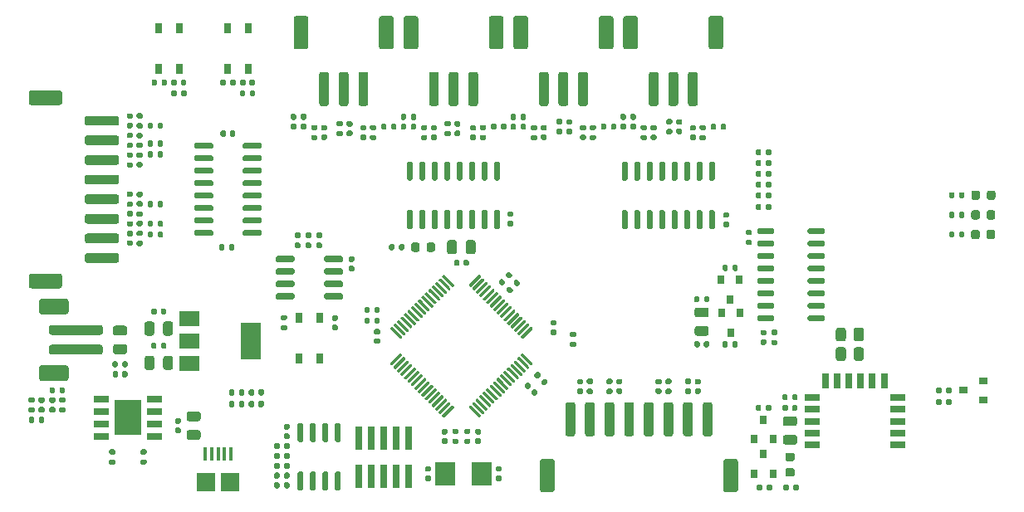
<source format=gbr>
%TF.GenerationSoftware,KiCad,Pcbnew,5.1.9-73d0e3b20d~88~ubuntu20.04.1*%
%TF.CreationDate,2021-03-25T20:20:19-05:00*%
%TF.ProjectId,DroneController,44726f6e-6543-46f6-9e74-726f6c6c6572,rev?*%
%TF.SameCoordinates,Original*%
%TF.FileFunction,Paste,Top*%
%TF.FilePolarity,Positive*%
%FSLAX46Y46*%
G04 Gerber Fmt 4.6, Leading zero omitted, Abs format (unit mm)*
G04 Created by KiCad (PCBNEW 5.1.9-73d0e3b20d~88~ubuntu20.04.1) date 2021-03-25 20:20:19*
%MOMM*%
%LPD*%
G01*
G04 APERTURE LIST*
%ADD10R,1.500000X0.650000*%
%ADD11R,2.700000X3.600000*%
%ADD12R,0.800000X0.900000*%
%ADD13R,0.740000X2.400000*%
%ADD14R,0.400000X1.350000*%
%ADD15R,1.900000X1.900000*%
%ADD16R,1.500000X0.700000*%
%ADD17R,0.700000X1.500000*%
%ADD18R,2.000000X2.400000*%
%ADD19R,2.000000X1.500000*%
%ADD20R,2.000000X3.800000*%
%ADD21R,0.650000X1.050000*%
%ADD22R,0.900000X0.800000*%
G04 APERTURE END LIST*
%TO.C,U5*%
G36*
G01*
X138545000Y-124200000D02*
X138245000Y-124200000D01*
G75*
G02*
X138095000Y-124050000I0J150000D01*
G01*
X138095000Y-122400000D01*
G75*
G02*
X138245000Y-122250000I150000J0D01*
G01*
X138545000Y-122250000D01*
G75*
G02*
X138695000Y-122400000I0J-150000D01*
G01*
X138695000Y-124050000D01*
G75*
G02*
X138545000Y-124200000I-150000J0D01*
G01*
G37*
G36*
G01*
X139815000Y-124200000D02*
X139515000Y-124200000D01*
G75*
G02*
X139365000Y-124050000I0J150000D01*
G01*
X139365000Y-122400000D01*
G75*
G02*
X139515000Y-122250000I150000J0D01*
G01*
X139815000Y-122250000D01*
G75*
G02*
X139965000Y-122400000I0J-150000D01*
G01*
X139965000Y-124050000D01*
G75*
G02*
X139815000Y-124200000I-150000J0D01*
G01*
G37*
G36*
G01*
X141085000Y-124200000D02*
X140785000Y-124200000D01*
G75*
G02*
X140635000Y-124050000I0J150000D01*
G01*
X140635000Y-122400000D01*
G75*
G02*
X140785000Y-122250000I150000J0D01*
G01*
X141085000Y-122250000D01*
G75*
G02*
X141235000Y-122400000I0J-150000D01*
G01*
X141235000Y-124050000D01*
G75*
G02*
X141085000Y-124200000I-150000J0D01*
G01*
G37*
G36*
G01*
X142355000Y-124200000D02*
X142055000Y-124200000D01*
G75*
G02*
X141905000Y-124050000I0J150000D01*
G01*
X141905000Y-122400000D01*
G75*
G02*
X142055000Y-122250000I150000J0D01*
G01*
X142355000Y-122250000D01*
G75*
G02*
X142505000Y-122400000I0J-150000D01*
G01*
X142505000Y-124050000D01*
G75*
G02*
X142355000Y-124200000I-150000J0D01*
G01*
G37*
G36*
G01*
X142355000Y-129150000D02*
X142055000Y-129150000D01*
G75*
G02*
X141905000Y-129000000I0J150000D01*
G01*
X141905000Y-127350000D01*
G75*
G02*
X142055000Y-127200000I150000J0D01*
G01*
X142355000Y-127200000D01*
G75*
G02*
X142505000Y-127350000I0J-150000D01*
G01*
X142505000Y-129000000D01*
G75*
G02*
X142355000Y-129150000I-150000J0D01*
G01*
G37*
G36*
G01*
X141085000Y-129150000D02*
X140785000Y-129150000D01*
G75*
G02*
X140635000Y-129000000I0J150000D01*
G01*
X140635000Y-127350000D01*
G75*
G02*
X140785000Y-127200000I150000J0D01*
G01*
X141085000Y-127200000D01*
G75*
G02*
X141235000Y-127350000I0J-150000D01*
G01*
X141235000Y-129000000D01*
G75*
G02*
X141085000Y-129150000I-150000J0D01*
G01*
G37*
G36*
G01*
X139815000Y-129150000D02*
X139515000Y-129150000D01*
G75*
G02*
X139365000Y-129000000I0J150000D01*
G01*
X139365000Y-127350000D01*
G75*
G02*
X139515000Y-127200000I150000J0D01*
G01*
X139815000Y-127200000D01*
G75*
G02*
X139965000Y-127350000I0J-150000D01*
G01*
X139965000Y-129000000D01*
G75*
G02*
X139815000Y-129150000I-150000J0D01*
G01*
G37*
G36*
G01*
X138545000Y-129150000D02*
X138245000Y-129150000D01*
G75*
G02*
X138095000Y-129000000I0J150000D01*
G01*
X138095000Y-127350000D01*
G75*
G02*
X138245000Y-127200000I150000J0D01*
G01*
X138545000Y-127200000D01*
G75*
G02*
X138695000Y-127350000I0J-150000D01*
G01*
X138695000Y-129000000D01*
G75*
G02*
X138545000Y-129150000I-150000J0D01*
G01*
G37*
%TD*%
%TO.C,R79*%
G36*
G01*
X122585000Y-125460000D02*
X122215000Y-125460000D01*
G75*
G02*
X122080000Y-125325000I0J135000D01*
G01*
X122080000Y-125055000D01*
G75*
G02*
X122215000Y-124920000I135000J0D01*
G01*
X122585000Y-124920000D01*
G75*
G02*
X122720000Y-125055000I0J-135000D01*
G01*
X122720000Y-125325000D01*
G75*
G02*
X122585000Y-125460000I-135000J0D01*
G01*
G37*
G36*
G01*
X122585000Y-126480000D02*
X122215000Y-126480000D01*
G75*
G02*
X122080000Y-126345000I0J135000D01*
G01*
X122080000Y-126075000D01*
G75*
G02*
X122215000Y-125940000I135000J0D01*
G01*
X122585000Y-125940000D01*
G75*
G02*
X122720000Y-126075000I0J-135000D01*
G01*
X122720000Y-126345000D01*
G75*
G02*
X122585000Y-126480000I-135000J0D01*
G01*
G37*
%TD*%
D10*
%TO.C,U7*%
X123500000Y-123605000D03*
X123500000Y-122335000D03*
X123500000Y-121065000D03*
X123500000Y-119795000D03*
X118100000Y-119795000D03*
X118100000Y-121065000D03*
X118100000Y-122335000D03*
X118100000Y-123605000D03*
D11*
X120800000Y-121700000D03*
%TD*%
D12*
%TO.C,Q5*%
X182200000Y-109600000D03*
X181250000Y-107600000D03*
X183150000Y-107600000D03*
%TD*%
%TO.C,Q3*%
X182250000Y-113000000D03*
X181300000Y-111000000D03*
X183200000Y-111000000D03*
%TD*%
%TO.C,Q2*%
X185600000Y-121900000D03*
X186550000Y-123900000D03*
X184650000Y-123900000D03*
%TD*%
%TO.C,R92*%
G36*
G01*
X147960000Y-104115000D02*
X147960000Y-104485000D01*
G75*
G02*
X147825000Y-104620000I-135000J0D01*
G01*
X147555000Y-104620000D01*
G75*
G02*
X147420000Y-104485000I0J135000D01*
G01*
X147420000Y-104115000D01*
G75*
G02*
X147555000Y-103980000I135000J0D01*
G01*
X147825000Y-103980000D01*
G75*
G02*
X147960000Y-104115000I0J-135000D01*
G01*
G37*
G36*
G01*
X148980000Y-104115000D02*
X148980000Y-104485000D01*
G75*
G02*
X148845000Y-104620000I-135000J0D01*
G01*
X148575000Y-104620000D01*
G75*
G02*
X148440000Y-104485000I0J135000D01*
G01*
X148440000Y-104115000D01*
G75*
G02*
X148575000Y-103980000I135000J0D01*
G01*
X148845000Y-103980000D01*
G75*
G02*
X148980000Y-104115000I0J-135000D01*
G01*
G37*
%TD*%
%TO.C,D3*%
G36*
G01*
X150550000Y-104043750D02*
X150550000Y-104556250D01*
G75*
G02*
X150331250Y-104775000I-218750J0D01*
G01*
X149893750Y-104775000D01*
G75*
G02*
X149675000Y-104556250I0J218750D01*
G01*
X149675000Y-104043750D01*
G75*
G02*
X149893750Y-103825000I218750J0D01*
G01*
X150331250Y-103825000D01*
G75*
G02*
X150550000Y-104043750I0J-218750D01*
G01*
G37*
G36*
G01*
X152125000Y-104043750D02*
X152125000Y-104556250D01*
G75*
G02*
X151906250Y-104775000I-218750J0D01*
G01*
X151468750Y-104775000D01*
G75*
G02*
X151250000Y-104556250I0J218750D01*
G01*
X151250000Y-104043750D01*
G75*
G02*
X151468750Y-103825000I218750J0D01*
G01*
X151906250Y-103825000D01*
G75*
G02*
X152125000Y-104043750I0J-218750D01*
G01*
G37*
%TD*%
%TO.C,R91*%
G36*
G01*
X158999480Y-107538891D02*
X159261109Y-107800520D01*
G75*
G02*
X159261109Y-107991438I-95459J-95459D01*
G01*
X159070190Y-108182357D01*
G75*
G02*
X158879272Y-108182357I-95459J95459D01*
G01*
X158617643Y-107920728D01*
G75*
G02*
X158617643Y-107729810I95459J95459D01*
G01*
X158808562Y-107538891D01*
G75*
G02*
X158999480Y-107538891I95459J-95459D01*
G01*
G37*
G36*
G01*
X159720728Y-106817643D02*
X159982357Y-107079272D01*
G75*
G02*
X159982357Y-107270190I-95459J-95459D01*
G01*
X159791438Y-107461109D01*
G75*
G02*
X159600520Y-107461109I-95459J95459D01*
G01*
X159338891Y-107199480D01*
G75*
G02*
X159338891Y-107008562I95459J95459D01*
G01*
X159529810Y-106817643D01*
G75*
G02*
X159720728Y-106817643I95459J-95459D01*
G01*
G37*
%TD*%
%TO.C,R89*%
G36*
G01*
X160400520Y-108261109D02*
X160138891Y-107999480D01*
G75*
G02*
X160138891Y-107808562I95459J95459D01*
G01*
X160329810Y-107617643D01*
G75*
G02*
X160520728Y-107617643I95459J-95459D01*
G01*
X160782357Y-107879272D01*
G75*
G02*
X160782357Y-108070190I-95459J-95459D01*
G01*
X160591438Y-108261109D01*
G75*
G02*
X160400520Y-108261109I-95459J95459D01*
G01*
G37*
G36*
G01*
X159679272Y-108982357D02*
X159417643Y-108720728D01*
G75*
G02*
X159417643Y-108529810I95459J95459D01*
G01*
X159608562Y-108338891D01*
G75*
G02*
X159799480Y-108338891I95459J-95459D01*
G01*
X160061109Y-108600520D01*
G75*
G02*
X160061109Y-108791438I-95459J-95459D01*
G01*
X159870190Y-108982357D01*
G75*
G02*
X159679272Y-108982357I-95459J95459D01*
G01*
G37*
%TD*%
%TO.C,R87*%
G36*
G01*
X194000000Y-114749999D02*
X194000000Y-115650001D01*
G75*
G02*
X193750001Y-115900000I-249999J0D01*
G01*
X193224999Y-115900000D01*
G75*
G02*
X192975000Y-115650001I0J249999D01*
G01*
X192975000Y-114749999D01*
G75*
G02*
X193224999Y-114500000I249999J0D01*
G01*
X193750001Y-114500000D01*
G75*
G02*
X194000000Y-114749999I0J-249999D01*
G01*
G37*
G36*
G01*
X195825000Y-114749999D02*
X195825000Y-115650001D01*
G75*
G02*
X195575001Y-115900000I-249999J0D01*
G01*
X195049999Y-115900000D01*
G75*
G02*
X194800000Y-115650001I0J249999D01*
G01*
X194800000Y-114749999D01*
G75*
G02*
X195049999Y-114500000I249999J0D01*
G01*
X195575001Y-114500000D01*
G75*
G02*
X195825000Y-114749999I0J-249999D01*
G01*
G37*
%TD*%
%TO.C,R86*%
G36*
G01*
X194000000Y-112749999D02*
X194000000Y-113650001D01*
G75*
G02*
X193750001Y-113900000I-249999J0D01*
G01*
X193224999Y-113900000D01*
G75*
G02*
X192975000Y-113650001I0J249999D01*
G01*
X192975000Y-112749999D01*
G75*
G02*
X193224999Y-112500000I249999J0D01*
G01*
X193750001Y-112500000D01*
G75*
G02*
X194000000Y-112749999I0J-249999D01*
G01*
G37*
G36*
G01*
X195825000Y-112749999D02*
X195825000Y-113650001D01*
G75*
G02*
X195575001Y-113900000I-249999J0D01*
G01*
X195049999Y-113900000D01*
G75*
G02*
X194800000Y-113650001I0J249999D01*
G01*
X194800000Y-112749999D01*
G75*
G02*
X195049999Y-112500000I249999J0D01*
G01*
X195575001Y-112500000D01*
G75*
G02*
X195825000Y-112749999I0J-249999D01*
G01*
G37*
%TD*%
%TO.C,R65*%
G36*
G01*
X162861109Y-117399480D02*
X162599480Y-117661109D01*
G75*
G02*
X162408562Y-117661109I-95459J95459D01*
G01*
X162217643Y-117470190D01*
G75*
G02*
X162217643Y-117279272I95459J95459D01*
G01*
X162479272Y-117017643D01*
G75*
G02*
X162670190Y-117017643I95459J-95459D01*
G01*
X162861109Y-117208562D01*
G75*
G02*
X162861109Y-117399480I-95459J-95459D01*
G01*
G37*
G36*
G01*
X163582357Y-118120728D02*
X163320728Y-118382357D01*
G75*
G02*
X163129810Y-118382357I-95459J95459D01*
G01*
X162938891Y-118191438D01*
G75*
G02*
X162938891Y-118000520I95459J95459D01*
G01*
X163200520Y-117738891D01*
G75*
G02*
X163391438Y-117738891I95459J-95459D01*
G01*
X163582357Y-117929810D01*
G75*
G02*
X163582357Y-118120728I-95459J-95459D01*
G01*
G37*
%TD*%
%TO.C,R11*%
G36*
G01*
X121815000Y-91640000D02*
X122185000Y-91640000D01*
G75*
G02*
X122320000Y-91775000I0J-135000D01*
G01*
X122320000Y-92045000D01*
G75*
G02*
X122185000Y-92180000I-135000J0D01*
G01*
X121815000Y-92180000D01*
G75*
G02*
X121680000Y-92045000I0J135000D01*
G01*
X121680000Y-91775000D01*
G75*
G02*
X121815000Y-91640000I135000J0D01*
G01*
G37*
G36*
G01*
X121815000Y-90620000D02*
X122185000Y-90620000D01*
G75*
G02*
X122320000Y-90755000I0J-135000D01*
G01*
X122320000Y-91025000D01*
G75*
G02*
X122185000Y-91160000I-135000J0D01*
G01*
X121815000Y-91160000D01*
G75*
G02*
X121680000Y-91025000I0J135000D01*
G01*
X121680000Y-90755000D01*
G75*
G02*
X121815000Y-90620000I135000J0D01*
G01*
G37*
%TD*%
%TO.C,C8*%
G36*
G01*
X121170000Y-91200000D02*
X120830000Y-91200000D01*
G75*
G02*
X120690000Y-91060000I0J140000D01*
G01*
X120690000Y-90780000D01*
G75*
G02*
X120830000Y-90640000I140000J0D01*
G01*
X121170000Y-90640000D01*
G75*
G02*
X121310000Y-90780000I0J-140000D01*
G01*
X121310000Y-91060000D01*
G75*
G02*
X121170000Y-91200000I-140000J0D01*
G01*
G37*
G36*
G01*
X121170000Y-92160000D02*
X120830000Y-92160000D01*
G75*
G02*
X120690000Y-92020000I0J140000D01*
G01*
X120690000Y-91740000D01*
G75*
G02*
X120830000Y-91600000I140000J0D01*
G01*
X121170000Y-91600000D01*
G75*
G02*
X121310000Y-91740000I0J-140000D01*
G01*
X121310000Y-92020000D01*
G75*
G02*
X121170000Y-92160000I-140000J0D01*
G01*
G37*
%TD*%
%TO.C,R63*%
G36*
G01*
X131660000Y-118915000D02*
X131660000Y-119285000D01*
G75*
G02*
X131525000Y-119420000I-135000J0D01*
G01*
X131255000Y-119420000D01*
G75*
G02*
X131120000Y-119285000I0J135000D01*
G01*
X131120000Y-118915000D01*
G75*
G02*
X131255000Y-118780000I135000J0D01*
G01*
X131525000Y-118780000D01*
G75*
G02*
X131660000Y-118915000I0J-135000D01*
G01*
G37*
G36*
G01*
X132680000Y-118915000D02*
X132680000Y-119285000D01*
G75*
G02*
X132545000Y-119420000I-135000J0D01*
G01*
X132275000Y-119420000D01*
G75*
G02*
X132140000Y-119285000I0J135000D01*
G01*
X132140000Y-118915000D01*
G75*
G02*
X132275000Y-118780000I135000J0D01*
G01*
X132545000Y-118780000D01*
G75*
G02*
X132680000Y-118915000I0J-135000D01*
G01*
G37*
%TD*%
%TO.C,R60*%
G36*
G01*
X131660000Y-120115000D02*
X131660000Y-120485000D01*
G75*
G02*
X131525000Y-120620000I-135000J0D01*
G01*
X131255000Y-120620000D01*
G75*
G02*
X131120000Y-120485000I0J135000D01*
G01*
X131120000Y-120115000D01*
G75*
G02*
X131255000Y-119980000I135000J0D01*
G01*
X131525000Y-119980000D01*
G75*
G02*
X131660000Y-120115000I0J-135000D01*
G01*
G37*
G36*
G01*
X132680000Y-120115000D02*
X132680000Y-120485000D01*
G75*
G02*
X132545000Y-120620000I-135000J0D01*
G01*
X132275000Y-120620000D01*
G75*
G02*
X132140000Y-120485000I0J135000D01*
G01*
X132140000Y-120115000D01*
G75*
G02*
X132275000Y-119980000I135000J0D01*
G01*
X132545000Y-119980000D01*
G75*
G02*
X132680000Y-120115000I0J-135000D01*
G01*
G37*
%TD*%
%TO.C,D9*%
G36*
G01*
X133710000Y-118927500D02*
X133710000Y-119272500D01*
G75*
G02*
X133562500Y-119420000I-147500J0D01*
G01*
X133267500Y-119420000D01*
G75*
G02*
X133120000Y-119272500I0J147500D01*
G01*
X133120000Y-118927500D01*
G75*
G02*
X133267500Y-118780000I147500J0D01*
G01*
X133562500Y-118780000D01*
G75*
G02*
X133710000Y-118927500I0J-147500D01*
G01*
G37*
G36*
G01*
X134680000Y-118927500D02*
X134680000Y-119272500D01*
G75*
G02*
X134532500Y-119420000I-147500J0D01*
G01*
X134237500Y-119420000D01*
G75*
G02*
X134090000Y-119272500I0J147500D01*
G01*
X134090000Y-118927500D01*
G75*
G02*
X134237500Y-118780000I147500J0D01*
G01*
X134532500Y-118780000D01*
G75*
G02*
X134680000Y-118927500I0J-147500D01*
G01*
G37*
%TD*%
%TO.C,D8*%
G36*
G01*
X133710000Y-120127500D02*
X133710000Y-120472500D01*
G75*
G02*
X133562500Y-120620000I-147500J0D01*
G01*
X133267500Y-120620000D01*
G75*
G02*
X133120000Y-120472500I0J147500D01*
G01*
X133120000Y-120127500D01*
G75*
G02*
X133267500Y-119980000I147500J0D01*
G01*
X133562500Y-119980000D01*
G75*
G02*
X133710000Y-120127500I0J-147500D01*
G01*
G37*
G36*
G01*
X134680000Y-120127500D02*
X134680000Y-120472500D01*
G75*
G02*
X134532500Y-120620000I-147500J0D01*
G01*
X134237500Y-120620000D01*
G75*
G02*
X134090000Y-120472500I0J147500D01*
G01*
X134090000Y-120127500D01*
G75*
G02*
X134237500Y-119980000I147500J0D01*
G01*
X134532500Y-119980000D01*
G75*
G02*
X134680000Y-120127500I0J-147500D01*
G01*
G37*
%TD*%
D13*
%TO.C,J4*%
X149440000Y-123750000D03*
X149440000Y-127650000D03*
X148170000Y-123750000D03*
X148170000Y-127650000D03*
X146900000Y-123750000D03*
X146900000Y-127650000D03*
X145630000Y-123750000D03*
X145630000Y-127650000D03*
X144360000Y-123750000D03*
X144360000Y-127650000D03*
%TD*%
D14*
%TO.C,J2*%
X128700000Y-125350000D03*
X129350000Y-125350000D03*
X131300000Y-125350000D03*
X130650000Y-125350000D03*
X130000000Y-125350000D03*
D15*
X131250000Y-128250000D03*
X128750000Y-128250000D03*
%TD*%
%TO.C,R101*%
G36*
G01*
X188640000Y-128985000D02*
X188640000Y-128615000D01*
G75*
G02*
X188775000Y-128480000I135000J0D01*
G01*
X189045000Y-128480000D01*
G75*
G02*
X189180000Y-128615000I0J-135000D01*
G01*
X189180000Y-128985000D01*
G75*
G02*
X189045000Y-129120000I-135000J0D01*
G01*
X188775000Y-129120000D01*
G75*
G02*
X188640000Y-128985000I0J135000D01*
G01*
G37*
G36*
G01*
X187620000Y-128985000D02*
X187620000Y-128615000D01*
G75*
G02*
X187755000Y-128480000I135000J0D01*
G01*
X188025000Y-128480000D01*
G75*
G02*
X188160000Y-128615000I0J-135000D01*
G01*
X188160000Y-128985000D01*
G75*
G02*
X188025000Y-129120000I-135000J0D01*
G01*
X187755000Y-129120000D01*
G75*
G02*
X187620000Y-128985000I0J135000D01*
G01*
G37*
%TD*%
%TO.C,R100*%
G36*
G01*
X188540000Y-119785000D02*
X188540000Y-119415000D01*
G75*
G02*
X188675000Y-119280000I135000J0D01*
G01*
X188945000Y-119280000D01*
G75*
G02*
X189080000Y-119415000I0J-135000D01*
G01*
X189080000Y-119785000D01*
G75*
G02*
X188945000Y-119920000I-135000J0D01*
G01*
X188675000Y-119920000D01*
G75*
G02*
X188540000Y-119785000I0J135000D01*
G01*
G37*
G36*
G01*
X187520000Y-119785000D02*
X187520000Y-119415000D01*
G75*
G02*
X187655000Y-119280000I135000J0D01*
G01*
X187925000Y-119280000D01*
G75*
G02*
X188060000Y-119415000I0J-135000D01*
G01*
X188060000Y-119785000D01*
G75*
G02*
X187925000Y-119920000I-135000J0D01*
G01*
X187655000Y-119920000D01*
G75*
G02*
X187520000Y-119785000I0J135000D01*
G01*
G37*
%TD*%
%TO.C,D7*%
G36*
G01*
X188043750Y-126837500D02*
X188556250Y-126837500D01*
G75*
G02*
X188775000Y-127056250I0J-218750D01*
G01*
X188775000Y-127493750D01*
G75*
G02*
X188556250Y-127712500I-218750J0D01*
G01*
X188043750Y-127712500D01*
G75*
G02*
X187825000Y-127493750I0J218750D01*
G01*
X187825000Y-127056250D01*
G75*
G02*
X188043750Y-126837500I218750J0D01*
G01*
G37*
G36*
G01*
X188043750Y-125262500D02*
X188556250Y-125262500D01*
G75*
G02*
X188775000Y-125481250I0J-218750D01*
G01*
X188775000Y-125918750D01*
G75*
G02*
X188556250Y-126137500I-218750J0D01*
G01*
X188043750Y-126137500D01*
G75*
G02*
X187825000Y-125918750I0J218750D01*
G01*
X187825000Y-125481250D01*
G75*
G02*
X188043750Y-125262500I218750J0D01*
G01*
G37*
%TD*%
%TO.C,C59*%
G36*
G01*
X187825000Y-123450000D02*
X188775000Y-123450000D01*
G75*
G02*
X189025000Y-123700000I0J-250000D01*
G01*
X189025000Y-124200000D01*
G75*
G02*
X188775000Y-124450000I-250000J0D01*
G01*
X187825000Y-124450000D01*
G75*
G02*
X187575000Y-124200000I0J250000D01*
G01*
X187575000Y-123700000D01*
G75*
G02*
X187825000Y-123450000I250000J0D01*
G01*
G37*
G36*
G01*
X187825000Y-121550000D02*
X188775000Y-121550000D01*
G75*
G02*
X189025000Y-121800000I0J-250000D01*
G01*
X189025000Y-122300000D01*
G75*
G02*
X188775000Y-122550000I-250000J0D01*
G01*
X187825000Y-122550000D01*
G75*
G02*
X187575000Y-122300000I0J250000D01*
G01*
X187575000Y-121800000D01*
G75*
G02*
X187825000Y-121550000I250000J0D01*
G01*
G37*
%TD*%
%TO.C,C58*%
G36*
G01*
X188500000Y-120870000D02*
X188500000Y-120530000D01*
G75*
G02*
X188640000Y-120390000I140000J0D01*
G01*
X188920000Y-120390000D01*
G75*
G02*
X189060000Y-120530000I0J-140000D01*
G01*
X189060000Y-120870000D01*
G75*
G02*
X188920000Y-121010000I-140000J0D01*
G01*
X188640000Y-121010000D01*
G75*
G02*
X188500000Y-120870000I0J140000D01*
G01*
G37*
G36*
G01*
X187540000Y-120870000D02*
X187540000Y-120530000D01*
G75*
G02*
X187680000Y-120390000I140000J0D01*
G01*
X187960000Y-120390000D01*
G75*
G02*
X188100000Y-120530000I0J-140000D01*
G01*
X188100000Y-120870000D01*
G75*
G02*
X187960000Y-121010000I-140000J0D01*
G01*
X187680000Y-121010000D01*
G75*
G02*
X187540000Y-120870000I0J140000D01*
G01*
G37*
%TD*%
%TO.C,R99*%
G36*
G01*
X139015000Y-103840000D02*
X139385000Y-103840000D01*
G75*
G02*
X139520000Y-103975000I0J-135000D01*
G01*
X139520000Y-104245000D01*
G75*
G02*
X139385000Y-104380000I-135000J0D01*
G01*
X139015000Y-104380000D01*
G75*
G02*
X138880000Y-104245000I0J135000D01*
G01*
X138880000Y-103975000D01*
G75*
G02*
X139015000Y-103840000I135000J0D01*
G01*
G37*
G36*
G01*
X139015000Y-102820000D02*
X139385000Y-102820000D01*
G75*
G02*
X139520000Y-102955000I0J-135000D01*
G01*
X139520000Y-103225000D01*
G75*
G02*
X139385000Y-103360000I-135000J0D01*
G01*
X139015000Y-103360000D01*
G75*
G02*
X138880000Y-103225000I0J135000D01*
G01*
X138880000Y-102955000D01*
G75*
G02*
X139015000Y-102820000I135000J0D01*
G01*
G37*
%TD*%
%TO.C,R96*%
G36*
G01*
X154015000Y-123840000D02*
X154385000Y-123840000D01*
G75*
G02*
X154520000Y-123975000I0J-135000D01*
G01*
X154520000Y-124245000D01*
G75*
G02*
X154385000Y-124380000I-135000J0D01*
G01*
X154015000Y-124380000D01*
G75*
G02*
X153880000Y-124245000I0J135000D01*
G01*
X153880000Y-123975000D01*
G75*
G02*
X154015000Y-123840000I135000J0D01*
G01*
G37*
G36*
G01*
X154015000Y-122820000D02*
X154385000Y-122820000D01*
G75*
G02*
X154520000Y-122955000I0J-135000D01*
G01*
X154520000Y-123225000D01*
G75*
G02*
X154385000Y-123360000I-135000J0D01*
G01*
X154015000Y-123360000D01*
G75*
G02*
X153880000Y-123225000I0J135000D01*
G01*
X153880000Y-122955000D01*
G75*
G02*
X154015000Y-122820000I135000J0D01*
G01*
G37*
%TD*%
%TO.C,C57*%
G36*
G01*
X161878787Y-118538371D02*
X161638371Y-118778787D01*
G75*
G02*
X161440381Y-118778787I-98995J98995D01*
G01*
X161242391Y-118580797D01*
G75*
G02*
X161242391Y-118382807I98995J98995D01*
G01*
X161482807Y-118142391D01*
G75*
G02*
X161680797Y-118142391I98995J-98995D01*
G01*
X161878787Y-118340381D01*
G75*
G02*
X161878787Y-118538371I-98995J-98995D01*
G01*
G37*
G36*
G01*
X162557609Y-119217193D02*
X162317193Y-119457609D01*
G75*
G02*
X162119203Y-119457609I-98995J98995D01*
G01*
X161921213Y-119259619D01*
G75*
G02*
X161921213Y-119061629I98995J98995D01*
G01*
X162161629Y-118821213D01*
G75*
G02*
X162359619Y-118821213I98995J-98995D01*
G01*
X162557609Y-119019203D01*
G75*
G02*
X162557609Y-119217193I-98995J-98995D01*
G01*
G37*
%TD*%
%TO.C,C56*%
G36*
G01*
X164030000Y-112700000D02*
X164370000Y-112700000D01*
G75*
G02*
X164510000Y-112840000I0J-140000D01*
G01*
X164510000Y-113120000D01*
G75*
G02*
X164370000Y-113260000I-140000J0D01*
G01*
X164030000Y-113260000D01*
G75*
G02*
X163890000Y-113120000I0J140000D01*
G01*
X163890000Y-112840000D01*
G75*
G02*
X164030000Y-112700000I140000J0D01*
G01*
G37*
G36*
G01*
X164030000Y-111740000D02*
X164370000Y-111740000D01*
G75*
G02*
X164510000Y-111880000I0J-140000D01*
G01*
X164510000Y-112160000D01*
G75*
G02*
X164370000Y-112300000I-140000J0D01*
G01*
X164030000Y-112300000D01*
G75*
G02*
X163890000Y-112160000I0J140000D01*
G01*
X163890000Y-111880000D01*
G75*
G02*
X164030000Y-111740000I140000J0D01*
G01*
G37*
%TD*%
%TO.C,C55*%
G36*
G01*
X154600000Y-105730000D02*
X154600000Y-106070000D01*
G75*
G02*
X154460000Y-106210000I-140000J0D01*
G01*
X154180000Y-106210000D01*
G75*
G02*
X154040000Y-106070000I0J140000D01*
G01*
X154040000Y-105730000D01*
G75*
G02*
X154180000Y-105590000I140000J0D01*
G01*
X154460000Y-105590000D01*
G75*
G02*
X154600000Y-105730000I0J-140000D01*
G01*
G37*
G36*
G01*
X155560000Y-105730000D02*
X155560000Y-106070000D01*
G75*
G02*
X155420000Y-106210000I-140000J0D01*
G01*
X155140000Y-106210000D01*
G75*
G02*
X155000000Y-106070000I0J140000D01*
G01*
X155000000Y-105730000D01*
G75*
G02*
X155140000Y-105590000I140000J0D01*
G01*
X155420000Y-105590000D01*
G75*
G02*
X155560000Y-105730000I0J-140000D01*
G01*
G37*
%TD*%
%TO.C,C33*%
G36*
G01*
X146370000Y-113200000D02*
X146030000Y-113200000D01*
G75*
G02*
X145890000Y-113060000I0J140000D01*
G01*
X145890000Y-112780000D01*
G75*
G02*
X146030000Y-112640000I140000J0D01*
G01*
X146370000Y-112640000D01*
G75*
G02*
X146510000Y-112780000I0J-140000D01*
G01*
X146510000Y-113060000D01*
G75*
G02*
X146370000Y-113200000I-140000J0D01*
G01*
G37*
G36*
G01*
X146370000Y-114160000D02*
X146030000Y-114160000D01*
G75*
G02*
X145890000Y-114020000I0J140000D01*
G01*
X145890000Y-113740000D01*
G75*
G02*
X146030000Y-113600000I140000J0D01*
G01*
X146370000Y-113600000D01*
G75*
G02*
X146510000Y-113740000I0J-140000D01*
G01*
X146510000Y-114020000D01*
G75*
G02*
X146370000Y-114160000I-140000J0D01*
G01*
G37*
%TD*%
%TO.C,C31*%
G36*
G01*
X156330000Y-123800000D02*
X156670000Y-123800000D01*
G75*
G02*
X156810000Y-123940000I0J-140000D01*
G01*
X156810000Y-124220000D01*
G75*
G02*
X156670000Y-124360000I-140000J0D01*
G01*
X156330000Y-124360000D01*
G75*
G02*
X156190000Y-124220000I0J140000D01*
G01*
X156190000Y-123940000D01*
G75*
G02*
X156330000Y-123800000I140000J0D01*
G01*
G37*
G36*
G01*
X156330000Y-122840000D02*
X156670000Y-122840000D01*
G75*
G02*
X156810000Y-122980000I0J-140000D01*
G01*
X156810000Y-123260000D01*
G75*
G02*
X156670000Y-123400000I-140000J0D01*
G01*
X156330000Y-123400000D01*
G75*
G02*
X156190000Y-123260000I0J140000D01*
G01*
X156190000Y-122980000D01*
G75*
G02*
X156330000Y-122840000I140000J0D01*
G01*
G37*
%TD*%
%TO.C,C29*%
G36*
G01*
X152930000Y-123800000D02*
X153270000Y-123800000D01*
G75*
G02*
X153410000Y-123940000I0J-140000D01*
G01*
X153410000Y-124220000D01*
G75*
G02*
X153270000Y-124360000I-140000J0D01*
G01*
X152930000Y-124360000D01*
G75*
G02*
X152790000Y-124220000I0J140000D01*
G01*
X152790000Y-123940000D01*
G75*
G02*
X152930000Y-123800000I140000J0D01*
G01*
G37*
G36*
G01*
X152930000Y-122840000D02*
X153270000Y-122840000D01*
G75*
G02*
X153410000Y-122980000I0J-140000D01*
G01*
X153410000Y-123260000D01*
G75*
G02*
X153270000Y-123400000I-140000J0D01*
G01*
X152930000Y-123400000D01*
G75*
G02*
X152790000Y-123260000I0J140000D01*
G01*
X152790000Y-122980000D01*
G75*
G02*
X152930000Y-122840000I140000J0D01*
G01*
G37*
%TD*%
%TO.C,R98*%
G36*
G01*
X181960000Y-106215000D02*
X181960000Y-106585000D01*
G75*
G02*
X181825000Y-106720000I-135000J0D01*
G01*
X181555000Y-106720000D01*
G75*
G02*
X181420000Y-106585000I0J135000D01*
G01*
X181420000Y-106215000D01*
G75*
G02*
X181555000Y-106080000I135000J0D01*
G01*
X181825000Y-106080000D01*
G75*
G02*
X181960000Y-106215000I0J-135000D01*
G01*
G37*
G36*
G01*
X182980000Y-106215000D02*
X182980000Y-106585000D01*
G75*
G02*
X182845000Y-106720000I-135000J0D01*
G01*
X182575000Y-106720000D01*
G75*
G02*
X182440000Y-106585000I0J135000D01*
G01*
X182440000Y-106215000D01*
G75*
G02*
X182575000Y-106080000I135000J0D01*
G01*
X182845000Y-106080000D01*
G75*
G02*
X182980000Y-106215000I0J-135000D01*
G01*
G37*
%TD*%
%TO.C,R59*%
G36*
G01*
X185940000Y-128985000D02*
X185940000Y-128615000D01*
G75*
G02*
X186075000Y-128480000I135000J0D01*
G01*
X186345000Y-128480000D01*
G75*
G02*
X186480000Y-128615000I0J-135000D01*
G01*
X186480000Y-128985000D01*
G75*
G02*
X186345000Y-129120000I-135000J0D01*
G01*
X186075000Y-129120000D01*
G75*
G02*
X185940000Y-128985000I0J135000D01*
G01*
G37*
G36*
G01*
X184920000Y-128985000D02*
X184920000Y-128615000D01*
G75*
G02*
X185055000Y-128480000I135000J0D01*
G01*
X185325000Y-128480000D01*
G75*
G02*
X185460000Y-128615000I0J-135000D01*
G01*
X185460000Y-128985000D01*
G75*
G02*
X185325000Y-129120000I-135000J0D01*
G01*
X185055000Y-129120000D01*
G75*
G02*
X184920000Y-128985000I0J135000D01*
G01*
G37*
%TD*%
%TO.C,R58*%
G36*
G01*
X182440000Y-114385000D02*
X182440000Y-114015000D01*
G75*
G02*
X182575000Y-113880000I135000J0D01*
G01*
X182845000Y-113880000D01*
G75*
G02*
X182980000Y-114015000I0J-135000D01*
G01*
X182980000Y-114385000D01*
G75*
G02*
X182845000Y-114520000I-135000J0D01*
G01*
X182575000Y-114520000D01*
G75*
G02*
X182440000Y-114385000I0J135000D01*
G01*
G37*
G36*
G01*
X181420000Y-114385000D02*
X181420000Y-114015000D01*
G75*
G02*
X181555000Y-113880000I135000J0D01*
G01*
X181825000Y-113880000D01*
G75*
G02*
X181960000Y-114015000I0J-135000D01*
G01*
X181960000Y-114385000D01*
G75*
G02*
X181825000Y-114520000I-135000J0D01*
G01*
X181555000Y-114520000D01*
G75*
G02*
X181420000Y-114385000I0J135000D01*
G01*
G37*
%TD*%
%TO.C,R56*%
G36*
G01*
X185360000Y-120515000D02*
X185360000Y-120885000D01*
G75*
G02*
X185225000Y-121020000I-135000J0D01*
G01*
X184955000Y-121020000D01*
G75*
G02*
X184820000Y-120885000I0J135000D01*
G01*
X184820000Y-120515000D01*
G75*
G02*
X184955000Y-120380000I135000J0D01*
G01*
X185225000Y-120380000D01*
G75*
G02*
X185360000Y-120515000I0J-135000D01*
G01*
G37*
G36*
G01*
X186380000Y-120515000D02*
X186380000Y-120885000D01*
G75*
G02*
X186245000Y-121020000I-135000J0D01*
G01*
X185975000Y-121020000D01*
G75*
G02*
X185840000Y-120885000I0J135000D01*
G01*
X185840000Y-120515000D01*
G75*
G02*
X185975000Y-120380000I135000J0D01*
G01*
X186245000Y-120380000D01*
G75*
G02*
X186380000Y-120515000I0J-135000D01*
G01*
G37*
%TD*%
D12*
%TO.C,Q4*%
X185600000Y-125400000D03*
X186550000Y-127400000D03*
X184650000Y-127400000D03*
%TD*%
D16*
%TO.C,U14*%
X190550000Y-124450000D03*
X190550000Y-123300000D03*
X190550000Y-122050000D03*
X190550000Y-120850000D03*
X190550000Y-119650000D03*
X199250000Y-124450000D03*
X199250000Y-123250000D03*
X199250000Y-122050000D03*
X199250000Y-120850000D03*
X199250000Y-119650000D03*
D17*
X191900000Y-117950000D03*
X193100000Y-117950000D03*
X194300000Y-117950000D03*
X195500000Y-117950000D03*
X196700000Y-117950000D03*
X197900000Y-117950000D03*
%TD*%
%TO.C,C27*%
G36*
G01*
X137170000Y-122900000D02*
X136830000Y-122900000D01*
G75*
G02*
X136690000Y-122760000I0J140000D01*
G01*
X136690000Y-122480000D01*
G75*
G02*
X136830000Y-122340000I140000J0D01*
G01*
X137170000Y-122340000D01*
G75*
G02*
X137310000Y-122480000I0J-140000D01*
G01*
X137310000Y-122760000D01*
G75*
G02*
X137170000Y-122900000I-140000J0D01*
G01*
G37*
G36*
G01*
X137170000Y-123860000D02*
X136830000Y-123860000D01*
G75*
G02*
X136690000Y-123720000I0J140000D01*
G01*
X136690000Y-123440000D01*
G75*
G02*
X136830000Y-123300000I140000J0D01*
G01*
X137170000Y-123300000D01*
G75*
G02*
X137310000Y-123440000I0J-140000D01*
G01*
X137310000Y-123720000D01*
G75*
G02*
X137170000Y-123860000I-140000J0D01*
G01*
G37*
%TD*%
%TO.C,C26*%
G36*
G01*
X143430000Y-106200000D02*
X143770000Y-106200000D01*
G75*
G02*
X143910000Y-106340000I0J-140000D01*
G01*
X143910000Y-106620000D01*
G75*
G02*
X143770000Y-106760000I-140000J0D01*
G01*
X143430000Y-106760000D01*
G75*
G02*
X143290000Y-106620000I0J140000D01*
G01*
X143290000Y-106340000D01*
G75*
G02*
X143430000Y-106200000I140000J0D01*
G01*
G37*
G36*
G01*
X143430000Y-105240000D02*
X143770000Y-105240000D01*
G75*
G02*
X143910000Y-105380000I0J-140000D01*
G01*
X143910000Y-105660000D01*
G75*
G02*
X143770000Y-105800000I-140000J0D01*
G01*
X143430000Y-105800000D01*
G75*
G02*
X143290000Y-105660000I0J140000D01*
G01*
X143290000Y-105380000D01*
G75*
G02*
X143430000Y-105240000I140000J0D01*
G01*
G37*
%TD*%
%TO.C,R54*%
G36*
G01*
X145940000Y-111985000D02*
X145940000Y-111615000D01*
G75*
G02*
X146075000Y-111480000I135000J0D01*
G01*
X146345000Y-111480000D01*
G75*
G02*
X146480000Y-111615000I0J-135000D01*
G01*
X146480000Y-111985000D01*
G75*
G02*
X146345000Y-112120000I-135000J0D01*
G01*
X146075000Y-112120000D01*
G75*
G02*
X145940000Y-111985000I0J135000D01*
G01*
G37*
G36*
G01*
X144920000Y-111985000D02*
X144920000Y-111615000D01*
G75*
G02*
X145055000Y-111480000I135000J0D01*
G01*
X145325000Y-111480000D01*
G75*
G02*
X145460000Y-111615000I0J-135000D01*
G01*
X145460000Y-111985000D01*
G75*
G02*
X145325000Y-112120000I-135000J0D01*
G01*
X145055000Y-112120000D01*
G75*
G02*
X144920000Y-111985000I0J135000D01*
G01*
G37*
%TD*%
%TO.C,R52*%
G36*
G01*
X145940000Y-110885000D02*
X145940000Y-110515000D01*
G75*
G02*
X146075000Y-110380000I135000J0D01*
G01*
X146345000Y-110380000D01*
G75*
G02*
X146480000Y-110515000I0J-135000D01*
G01*
X146480000Y-110885000D01*
G75*
G02*
X146345000Y-111020000I-135000J0D01*
G01*
X146075000Y-111020000D01*
G75*
G02*
X145940000Y-110885000I0J135000D01*
G01*
G37*
G36*
G01*
X144920000Y-110885000D02*
X144920000Y-110515000D01*
G75*
G02*
X145055000Y-110380000I135000J0D01*
G01*
X145325000Y-110380000D01*
G75*
G02*
X145460000Y-110515000I0J-135000D01*
G01*
X145460000Y-110885000D01*
G75*
G02*
X145325000Y-111020000I-135000J0D01*
G01*
X145055000Y-111020000D01*
G75*
G02*
X144920000Y-110885000I0J135000D01*
G01*
G37*
%TD*%
D18*
%TO.C,Y1*%
X156850000Y-127400000D03*
X153150000Y-127400000D03*
%TD*%
%TO.C,U13*%
G36*
G01*
X154039860Y-120675572D02*
X153049910Y-121665522D01*
G75*
G02*
X152943844Y-121665522I-53033J53033D01*
G01*
X152837778Y-121559456D01*
G75*
G02*
X152837778Y-121453390I53033J53033D01*
G01*
X153827728Y-120463440D01*
G75*
G02*
X153933794Y-120463440I53033J-53033D01*
G01*
X154039860Y-120569506D01*
G75*
G02*
X154039860Y-120675572I-53033J-53033D01*
G01*
G37*
G36*
G01*
X153686307Y-120322019D02*
X152696357Y-121311969D01*
G75*
G02*
X152590291Y-121311969I-53033J53033D01*
G01*
X152484225Y-121205903D01*
G75*
G02*
X152484225Y-121099837I53033J53033D01*
G01*
X153474175Y-120109887D01*
G75*
G02*
X153580241Y-120109887I53033J-53033D01*
G01*
X153686307Y-120215953D01*
G75*
G02*
X153686307Y-120322019I-53033J-53033D01*
G01*
G37*
G36*
G01*
X153332754Y-119968466D02*
X152342804Y-120958416D01*
G75*
G02*
X152236738Y-120958416I-53033J53033D01*
G01*
X152130672Y-120852350D01*
G75*
G02*
X152130672Y-120746284I53033J53033D01*
G01*
X153120622Y-119756334D01*
G75*
G02*
X153226688Y-119756334I53033J-53033D01*
G01*
X153332754Y-119862400D01*
G75*
G02*
X153332754Y-119968466I-53033J-53033D01*
G01*
G37*
G36*
G01*
X152979200Y-119614912D02*
X151989250Y-120604862D01*
G75*
G02*
X151883184Y-120604862I-53033J53033D01*
G01*
X151777118Y-120498796D01*
G75*
G02*
X151777118Y-120392730I53033J53033D01*
G01*
X152767068Y-119402780D01*
G75*
G02*
X152873134Y-119402780I53033J-53033D01*
G01*
X152979200Y-119508846D01*
G75*
G02*
X152979200Y-119614912I-53033J-53033D01*
G01*
G37*
G36*
G01*
X152625647Y-119261359D02*
X151635697Y-120251309D01*
G75*
G02*
X151529631Y-120251309I-53033J53033D01*
G01*
X151423565Y-120145243D01*
G75*
G02*
X151423565Y-120039177I53033J53033D01*
G01*
X152413515Y-119049227D01*
G75*
G02*
X152519581Y-119049227I53033J-53033D01*
G01*
X152625647Y-119155293D01*
G75*
G02*
X152625647Y-119261359I-53033J-53033D01*
G01*
G37*
G36*
G01*
X152272093Y-118907805D02*
X151282143Y-119897755D01*
G75*
G02*
X151176077Y-119897755I-53033J53033D01*
G01*
X151070011Y-119791689D01*
G75*
G02*
X151070011Y-119685623I53033J53033D01*
G01*
X152059961Y-118695673D01*
G75*
G02*
X152166027Y-118695673I53033J-53033D01*
G01*
X152272093Y-118801739D01*
G75*
G02*
X152272093Y-118907805I-53033J-53033D01*
G01*
G37*
G36*
G01*
X151918540Y-118554252D02*
X150928590Y-119544202D01*
G75*
G02*
X150822524Y-119544202I-53033J53033D01*
G01*
X150716458Y-119438136D01*
G75*
G02*
X150716458Y-119332070I53033J53033D01*
G01*
X151706408Y-118342120D01*
G75*
G02*
X151812474Y-118342120I53033J-53033D01*
G01*
X151918540Y-118448186D01*
G75*
G02*
X151918540Y-118554252I-53033J-53033D01*
G01*
G37*
G36*
G01*
X151564987Y-118200699D02*
X150575037Y-119190649D01*
G75*
G02*
X150468971Y-119190649I-53033J53033D01*
G01*
X150362905Y-119084583D01*
G75*
G02*
X150362905Y-118978517I53033J53033D01*
G01*
X151352855Y-117988567D01*
G75*
G02*
X151458921Y-117988567I53033J-53033D01*
G01*
X151564987Y-118094633D01*
G75*
G02*
X151564987Y-118200699I-53033J-53033D01*
G01*
G37*
G36*
G01*
X151211433Y-117847145D02*
X150221483Y-118837095D01*
G75*
G02*
X150115417Y-118837095I-53033J53033D01*
G01*
X150009351Y-118731029D01*
G75*
G02*
X150009351Y-118624963I53033J53033D01*
G01*
X150999301Y-117635013D01*
G75*
G02*
X151105367Y-117635013I53033J-53033D01*
G01*
X151211433Y-117741079D01*
G75*
G02*
X151211433Y-117847145I-53033J-53033D01*
G01*
G37*
G36*
G01*
X150857880Y-117493592D02*
X149867930Y-118483542D01*
G75*
G02*
X149761864Y-118483542I-53033J53033D01*
G01*
X149655798Y-118377476D01*
G75*
G02*
X149655798Y-118271410I53033J53033D01*
G01*
X150645748Y-117281460D01*
G75*
G02*
X150751814Y-117281460I53033J-53033D01*
G01*
X150857880Y-117387526D01*
G75*
G02*
X150857880Y-117493592I-53033J-53033D01*
G01*
G37*
G36*
G01*
X150504327Y-117140039D02*
X149514377Y-118129989D01*
G75*
G02*
X149408311Y-118129989I-53033J53033D01*
G01*
X149302245Y-118023923D01*
G75*
G02*
X149302245Y-117917857I53033J53033D01*
G01*
X150292195Y-116927907D01*
G75*
G02*
X150398261Y-116927907I53033J-53033D01*
G01*
X150504327Y-117033973D01*
G75*
G02*
X150504327Y-117140039I-53033J-53033D01*
G01*
G37*
G36*
G01*
X150150773Y-116786485D02*
X149160823Y-117776435D01*
G75*
G02*
X149054757Y-117776435I-53033J53033D01*
G01*
X148948691Y-117670369D01*
G75*
G02*
X148948691Y-117564303I53033J53033D01*
G01*
X149938641Y-116574353D01*
G75*
G02*
X150044707Y-116574353I53033J-53033D01*
G01*
X150150773Y-116680419D01*
G75*
G02*
X150150773Y-116786485I-53033J-53033D01*
G01*
G37*
G36*
G01*
X149797220Y-116432932D02*
X148807270Y-117422882D01*
G75*
G02*
X148701204Y-117422882I-53033J53033D01*
G01*
X148595138Y-117316816D01*
G75*
G02*
X148595138Y-117210750I53033J53033D01*
G01*
X149585088Y-116220800D01*
G75*
G02*
X149691154Y-116220800I53033J-53033D01*
G01*
X149797220Y-116326866D01*
G75*
G02*
X149797220Y-116432932I-53033J-53033D01*
G01*
G37*
G36*
G01*
X149443666Y-116079378D02*
X148453716Y-117069328D01*
G75*
G02*
X148347650Y-117069328I-53033J53033D01*
G01*
X148241584Y-116963262D01*
G75*
G02*
X148241584Y-116857196I53033J53033D01*
G01*
X149231534Y-115867246D01*
G75*
G02*
X149337600Y-115867246I53033J-53033D01*
G01*
X149443666Y-115973312D01*
G75*
G02*
X149443666Y-116079378I-53033J-53033D01*
G01*
G37*
G36*
G01*
X149090113Y-115725825D02*
X148100163Y-116715775D01*
G75*
G02*
X147994097Y-116715775I-53033J53033D01*
G01*
X147888031Y-116609709D01*
G75*
G02*
X147888031Y-116503643I53033J53033D01*
G01*
X148877981Y-115513693D01*
G75*
G02*
X148984047Y-115513693I53033J-53033D01*
G01*
X149090113Y-115619759D01*
G75*
G02*
X149090113Y-115725825I-53033J-53033D01*
G01*
G37*
G36*
G01*
X148736560Y-115372272D02*
X147746610Y-116362222D01*
G75*
G02*
X147640544Y-116362222I-53033J53033D01*
G01*
X147534478Y-116256156D01*
G75*
G02*
X147534478Y-116150090I53033J53033D01*
G01*
X148524428Y-115160140D01*
G75*
G02*
X148630494Y-115160140I53033J-53033D01*
G01*
X148736560Y-115266206D01*
G75*
G02*
X148736560Y-115372272I-53033J-53033D01*
G01*
G37*
G36*
G01*
X148736560Y-113533794D02*
X148630494Y-113639860D01*
G75*
G02*
X148524428Y-113639860I-53033J53033D01*
G01*
X147534478Y-112649910D01*
G75*
G02*
X147534478Y-112543844I53033J53033D01*
G01*
X147640544Y-112437778D01*
G75*
G02*
X147746610Y-112437778I53033J-53033D01*
G01*
X148736560Y-113427728D01*
G75*
G02*
X148736560Y-113533794I-53033J-53033D01*
G01*
G37*
G36*
G01*
X149090113Y-113180241D02*
X148984047Y-113286307D01*
G75*
G02*
X148877981Y-113286307I-53033J53033D01*
G01*
X147888031Y-112296357D01*
G75*
G02*
X147888031Y-112190291I53033J53033D01*
G01*
X147994097Y-112084225D01*
G75*
G02*
X148100163Y-112084225I53033J-53033D01*
G01*
X149090113Y-113074175D01*
G75*
G02*
X149090113Y-113180241I-53033J-53033D01*
G01*
G37*
G36*
G01*
X149443666Y-112826688D02*
X149337600Y-112932754D01*
G75*
G02*
X149231534Y-112932754I-53033J53033D01*
G01*
X148241584Y-111942804D01*
G75*
G02*
X148241584Y-111836738I53033J53033D01*
G01*
X148347650Y-111730672D01*
G75*
G02*
X148453716Y-111730672I53033J-53033D01*
G01*
X149443666Y-112720622D01*
G75*
G02*
X149443666Y-112826688I-53033J-53033D01*
G01*
G37*
G36*
G01*
X149797220Y-112473134D02*
X149691154Y-112579200D01*
G75*
G02*
X149585088Y-112579200I-53033J53033D01*
G01*
X148595138Y-111589250D01*
G75*
G02*
X148595138Y-111483184I53033J53033D01*
G01*
X148701204Y-111377118D01*
G75*
G02*
X148807270Y-111377118I53033J-53033D01*
G01*
X149797220Y-112367068D01*
G75*
G02*
X149797220Y-112473134I-53033J-53033D01*
G01*
G37*
G36*
G01*
X150150773Y-112119581D02*
X150044707Y-112225647D01*
G75*
G02*
X149938641Y-112225647I-53033J53033D01*
G01*
X148948691Y-111235697D01*
G75*
G02*
X148948691Y-111129631I53033J53033D01*
G01*
X149054757Y-111023565D01*
G75*
G02*
X149160823Y-111023565I53033J-53033D01*
G01*
X150150773Y-112013515D01*
G75*
G02*
X150150773Y-112119581I-53033J-53033D01*
G01*
G37*
G36*
G01*
X150504327Y-111766027D02*
X150398261Y-111872093D01*
G75*
G02*
X150292195Y-111872093I-53033J53033D01*
G01*
X149302245Y-110882143D01*
G75*
G02*
X149302245Y-110776077I53033J53033D01*
G01*
X149408311Y-110670011D01*
G75*
G02*
X149514377Y-110670011I53033J-53033D01*
G01*
X150504327Y-111659961D01*
G75*
G02*
X150504327Y-111766027I-53033J-53033D01*
G01*
G37*
G36*
G01*
X150857880Y-111412474D02*
X150751814Y-111518540D01*
G75*
G02*
X150645748Y-111518540I-53033J53033D01*
G01*
X149655798Y-110528590D01*
G75*
G02*
X149655798Y-110422524I53033J53033D01*
G01*
X149761864Y-110316458D01*
G75*
G02*
X149867930Y-110316458I53033J-53033D01*
G01*
X150857880Y-111306408D01*
G75*
G02*
X150857880Y-111412474I-53033J-53033D01*
G01*
G37*
G36*
G01*
X151211433Y-111058921D02*
X151105367Y-111164987D01*
G75*
G02*
X150999301Y-111164987I-53033J53033D01*
G01*
X150009351Y-110175037D01*
G75*
G02*
X150009351Y-110068971I53033J53033D01*
G01*
X150115417Y-109962905D01*
G75*
G02*
X150221483Y-109962905I53033J-53033D01*
G01*
X151211433Y-110952855D01*
G75*
G02*
X151211433Y-111058921I-53033J-53033D01*
G01*
G37*
G36*
G01*
X151564987Y-110705367D02*
X151458921Y-110811433D01*
G75*
G02*
X151352855Y-110811433I-53033J53033D01*
G01*
X150362905Y-109821483D01*
G75*
G02*
X150362905Y-109715417I53033J53033D01*
G01*
X150468971Y-109609351D01*
G75*
G02*
X150575037Y-109609351I53033J-53033D01*
G01*
X151564987Y-110599301D01*
G75*
G02*
X151564987Y-110705367I-53033J-53033D01*
G01*
G37*
G36*
G01*
X151918540Y-110351814D02*
X151812474Y-110457880D01*
G75*
G02*
X151706408Y-110457880I-53033J53033D01*
G01*
X150716458Y-109467930D01*
G75*
G02*
X150716458Y-109361864I53033J53033D01*
G01*
X150822524Y-109255798D01*
G75*
G02*
X150928590Y-109255798I53033J-53033D01*
G01*
X151918540Y-110245748D01*
G75*
G02*
X151918540Y-110351814I-53033J-53033D01*
G01*
G37*
G36*
G01*
X152272093Y-109998261D02*
X152166027Y-110104327D01*
G75*
G02*
X152059961Y-110104327I-53033J53033D01*
G01*
X151070011Y-109114377D01*
G75*
G02*
X151070011Y-109008311I53033J53033D01*
G01*
X151176077Y-108902245D01*
G75*
G02*
X151282143Y-108902245I53033J-53033D01*
G01*
X152272093Y-109892195D01*
G75*
G02*
X152272093Y-109998261I-53033J-53033D01*
G01*
G37*
G36*
G01*
X152625647Y-109644707D02*
X152519581Y-109750773D01*
G75*
G02*
X152413515Y-109750773I-53033J53033D01*
G01*
X151423565Y-108760823D01*
G75*
G02*
X151423565Y-108654757I53033J53033D01*
G01*
X151529631Y-108548691D01*
G75*
G02*
X151635697Y-108548691I53033J-53033D01*
G01*
X152625647Y-109538641D01*
G75*
G02*
X152625647Y-109644707I-53033J-53033D01*
G01*
G37*
G36*
G01*
X152979200Y-109291154D02*
X152873134Y-109397220D01*
G75*
G02*
X152767068Y-109397220I-53033J53033D01*
G01*
X151777118Y-108407270D01*
G75*
G02*
X151777118Y-108301204I53033J53033D01*
G01*
X151883184Y-108195138D01*
G75*
G02*
X151989250Y-108195138I53033J-53033D01*
G01*
X152979200Y-109185088D01*
G75*
G02*
X152979200Y-109291154I-53033J-53033D01*
G01*
G37*
G36*
G01*
X153332754Y-108937600D02*
X153226688Y-109043666D01*
G75*
G02*
X153120622Y-109043666I-53033J53033D01*
G01*
X152130672Y-108053716D01*
G75*
G02*
X152130672Y-107947650I53033J53033D01*
G01*
X152236738Y-107841584D01*
G75*
G02*
X152342804Y-107841584I53033J-53033D01*
G01*
X153332754Y-108831534D01*
G75*
G02*
X153332754Y-108937600I-53033J-53033D01*
G01*
G37*
G36*
G01*
X153686307Y-108584047D02*
X153580241Y-108690113D01*
G75*
G02*
X153474175Y-108690113I-53033J53033D01*
G01*
X152484225Y-107700163D01*
G75*
G02*
X152484225Y-107594097I53033J53033D01*
G01*
X152590291Y-107488031D01*
G75*
G02*
X152696357Y-107488031I53033J-53033D01*
G01*
X153686307Y-108477981D01*
G75*
G02*
X153686307Y-108584047I-53033J-53033D01*
G01*
G37*
G36*
G01*
X154039860Y-108230494D02*
X153933794Y-108336560D01*
G75*
G02*
X153827728Y-108336560I-53033J53033D01*
G01*
X152837778Y-107346610D01*
G75*
G02*
X152837778Y-107240544I53033J53033D01*
G01*
X152943844Y-107134478D01*
G75*
G02*
X153049910Y-107134478I53033J-53033D01*
G01*
X154039860Y-108124428D01*
G75*
G02*
X154039860Y-108230494I-53033J-53033D01*
G01*
G37*
G36*
G01*
X156762222Y-107346610D02*
X155772272Y-108336560D01*
G75*
G02*
X155666206Y-108336560I-53033J53033D01*
G01*
X155560140Y-108230494D01*
G75*
G02*
X155560140Y-108124428I53033J53033D01*
G01*
X156550090Y-107134478D01*
G75*
G02*
X156656156Y-107134478I53033J-53033D01*
G01*
X156762222Y-107240544D01*
G75*
G02*
X156762222Y-107346610I-53033J-53033D01*
G01*
G37*
G36*
G01*
X157115775Y-107700163D02*
X156125825Y-108690113D01*
G75*
G02*
X156019759Y-108690113I-53033J53033D01*
G01*
X155913693Y-108584047D01*
G75*
G02*
X155913693Y-108477981I53033J53033D01*
G01*
X156903643Y-107488031D01*
G75*
G02*
X157009709Y-107488031I53033J-53033D01*
G01*
X157115775Y-107594097D01*
G75*
G02*
X157115775Y-107700163I-53033J-53033D01*
G01*
G37*
G36*
G01*
X157469328Y-108053716D02*
X156479378Y-109043666D01*
G75*
G02*
X156373312Y-109043666I-53033J53033D01*
G01*
X156267246Y-108937600D01*
G75*
G02*
X156267246Y-108831534I53033J53033D01*
G01*
X157257196Y-107841584D01*
G75*
G02*
X157363262Y-107841584I53033J-53033D01*
G01*
X157469328Y-107947650D01*
G75*
G02*
X157469328Y-108053716I-53033J-53033D01*
G01*
G37*
G36*
G01*
X157822882Y-108407270D02*
X156832932Y-109397220D01*
G75*
G02*
X156726866Y-109397220I-53033J53033D01*
G01*
X156620800Y-109291154D01*
G75*
G02*
X156620800Y-109185088I53033J53033D01*
G01*
X157610750Y-108195138D01*
G75*
G02*
X157716816Y-108195138I53033J-53033D01*
G01*
X157822882Y-108301204D01*
G75*
G02*
X157822882Y-108407270I-53033J-53033D01*
G01*
G37*
G36*
G01*
X158176435Y-108760823D02*
X157186485Y-109750773D01*
G75*
G02*
X157080419Y-109750773I-53033J53033D01*
G01*
X156974353Y-109644707D01*
G75*
G02*
X156974353Y-109538641I53033J53033D01*
G01*
X157964303Y-108548691D01*
G75*
G02*
X158070369Y-108548691I53033J-53033D01*
G01*
X158176435Y-108654757D01*
G75*
G02*
X158176435Y-108760823I-53033J-53033D01*
G01*
G37*
G36*
G01*
X158529989Y-109114377D02*
X157540039Y-110104327D01*
G75*
G02*
X157433973Y-110104327I-53033J53033D01*
G01*
X157327907Y-109998261D01*
G75*
G02*
X157327907Y-109892195I53033J53033D01*
G01*
X158317857Y-108902245D01*
G75*
G02*
X158423923Y-108902245I53033J-53033D01*
G01*
X158529989Y-109008311D01*
G75*
G02*
X158529989Y-109114377I-53033J-53033D01*
G01*
G37*
G36*
G01*
X158883542Y-109467930D02*
X157893592Y-110457880D01*
G75*
G02*
X157787526Y-110457880I-53033J53033D01*
G01*
X157681460Y-110351814D01*
G75*
G02*
X157681460Y-110245748I53033J53033D01*
G01*
X158671410Y-109255798D01*
G75*
G02*
X158777476Y-109255798I53033J-53033D01*
G01*
X158883542Y-109361864D01*
G75*
G02*
X158883542Y-109467930I-53033J-53033D01*
G01*
G37*
G36*
G01*
X159237095Y-109821483D02*
X158247145Y-110811433D01*
G75*
G02*
X158141079Y-110811433I-53033J53033D01*
G01*
X158035013Y-110705367D01*
G75*
G02*
X158035013Y-110599301I53033J53033D01*
G01*
X159024963Y-109609351D01*
G75*
G02*
X159131029Y-109609351I53033J-53033D01*
G01*
X159237095Y-109715417D01*
G75*
G02*
X159237095Y-109821483I-53033J-53033D01*
G01*
G37*
G36*
G01*
X159590649Y-110175037D02*
X158600699Y-111164987D01*
G75*
G02*
X158494633Y-111164987I-53033J53033D01*
G01*
X158388567Y-111058921D01*
G75*
G02*
X158388567Y-110952855I53033J53033D01*
G01*
X159378517Y-109962905D01*
G75*
G02*
X159484583Y-109962905I53033J-53033D01*
G01*
X159590649Y-110068971D01*
G75*
G02*
X159590649Y-110175037I-53033J-53033D01*
G01*
G37*
G36*
G01*
X159944202Y-110528590D02*
X158954252Y-111518540D01*
G75*
G02*
X158848186Y-111518540I-53033J53033D01*
G01*
X158742120Y-111412474D01*
G75*
G02*
X158742120Y-111306408I53033J53033D01*
G01*
X159732070Y-110316458D01*
G75*
G02*
X159838136Y-110316458I53033J-53033D01*
G01*
X159944202Y-110422524D01*
G75*
G02*
X159944202Y-110528590I-53033J-53033D01*
G01*
G37*
G36*
G01*
X160297755Y-110882143D02*
X159307805Y-111872093D01*
G75*
G02*
X159201739Y-111872093I-53033J53033D01*
G01*
X159095673Y-111766027D01*
G75*
G02*
X159095673Y-111659961I53033J53033D01*
G01*
X160085623Y-110670011D01*
G75*
G02*
X160191689Y-110670011I53033J-53033D01*
G01*
X160297755Y-110776077D01*
G75*
G02*
X160297755Y-110882143I-53033J-53033D01*
G01*
G37*
G36*
G01*
X160651309Y-111235697D02*
X159661359Y-112225647D01*
G75*
G02*
X159555293Y-112225647I-53033J53033D01*
G01*
X159449227Y-112119581D01*
G75*
G02*
X159449227Y-112013515I53033J53033D01*
G01*
X160439177Y-111023565D01*
G75*
G02*
X160545243Y-111023565I53033J-53033D01*
G01*
X160651309Y-111129631D01*
G75*
G02*
X160651309Y-111235697I-53033J-53033D01*
G01*
G37*
G36*
G01*
X161004862Y-111589250D02*
X160014912Y-112579200D01*
G75*
G02*
X159908846Y-112579200I-53033J53033D01*
G01*
X159802780Y-112473134D01*
G75*
G02*
X159802780Y-112367068I53033J53033D01*
G01*
X160792730Y-111377118D01*
G75*
G02*
X160898796Y-111377118I53033J-53033D01*
G01*
X161004862Y-111483184D01*
G75*
G02*
X161004862Y-111589250I-53033J-53033D01*
G01*
G37*
G36*
G01*
X161358416Y-111942804D02*
X160368466Y-112932754D01*
G75*
G02*
X160262400Y-112932754I-53033J53033D01*
G01*
X160156334Y-112826688D01*
G75*
G02*
X160156334Y-112720622I53033J53033D01*
G01*
X161146284Y-111730672D01*
G75*
G02*
X161252350Y-111730672I53033J-53033D01*
G01*
X161358416Y-111836738D01*
G75*
G02*
X161358416Y-111942804I-53033J-53033D01*
G01*
G37*
G36*
G01*
X161711969Y-112296357D02*
X160722019Y-113286307D01*
G75*
G02*
X160615953Y-113286307I-53033J53033D01*
G01*
X160509887Y-113180241D01*
G75*
G02*
X160509887Y-113074175I53033J53033D01*
G01*
X161499837Y-112084225D01*
G75*
G02*
X161605903Y-112084225I53033J-53033D01*
G01*
X161711969Y-112190291D01*
G75*
G02*
X161711969Y-112296357I-53033J-53033D01*
G01*
G37*
G36*
G01*
X162065522Y-112649910D02*
X161075572Y-113639860D01*
G75*
G02*
X160969506Y-113639860I-53033J53033D01*
G01*
X160863440Y-113533794D01*
G75*
G02*
X160863440Y-113427728I53033J53033D01*
G01*
X161853390Y-112437778D01*
G75*
G02*
X161959456Y-112437778I53033J-53033D01*
G01*
X162065522Y-112543844D01*
G75*
G02*
X162065522Y-112649910I-53033J-53033D01*
G01*
G37*
G36*
G01*
X162065522Y-116256156D02*
X161959456Y-116362222D01*
G75*
G02*
X161853390Y-116362222I-53033J53033D01*
G01*
X160863440Y-115372272D01*
G75*
G02*
X160863440Y-115266206I53033J53033D01*
G01*
X160969506Y-115160140D01*
G75*
G02*
X161075572Y-115160140I53033J-53033D01*
G01*
X162065522Y-116150090D01*
G75*
G02*
X162065522Y-116256156I-53033J-53033D01*
G01*
G37*
G36*
G01*
X161711969Y-116609709D02*
X161605903Y-116715775D01*
G75*
G02*
X161499837Y-116715775I-53033J53033D01*
G01*
X160509887Y-115725825D01*
G75*
G02*
X160509887Y-115619759I53033J53033D01*
G01*
X160615953Y-115513693D01*
G75*
G02*
X160722019Y-115513693I53033J-53033D01*
G01*
X161711969Y-116503643D01*
G75*
G02*
X161711969Y-116609709I-53033J-53033D01*
G01*
G37*
G36*
G01*
X161358416Y-116963262D02*
X161252350Y-117069328D01*
G75*
G02*
X161146284Y-117069328I-53033J53033D01*
G01*
X160156334Y-116079378D01*
G75*
G02*
X160156334Y-115973312I53033J53033D01*
G01*
X160262400Y-115867246D01*
G75*
G02*
X160368466Y-115867246I53033J-53033D01*
G01*
X161358416Y-116857196D01*
G75*
G02*
X161358416Y-116963262I-53033J-53033D01*
G01*
G37*
G36*
G01*
X161004862Y-117316816D02*
X160898796Y-117422882D01*
G75*
G02*
X160792730Y-117422882I-53033J53033D01*
G01*
X159802780Y-116432932D01*
G75*
G02*
X159802780Y-116326866I53033J53033D01*
G01*
X159908846Y-116220800D01*
G75*
G02*
X160014912Y-116220800I53033J-53033D01*
G01*
X161004862Y-117210750D01*
G75*
G02*
X161004862Y-117316816I-53033J-53033D01*
G01*
G37*
G36*
G01*
X160651309Y-117670369D02*
X160545243Y-117776435D01*
G75*
G02*
X160439177Y-117776435I-53033J53033D01*
G01*
X159449227Y-116786485D01*
G75*
G02*
X159449227Y-116680419I53033J53033D01*
G01*
X159555293Y-116574353D01*
G75*
G02*
X159661359Y-116574353I53033J-53033D01*
G01*
X160651309Y-117564303D01*
G75*
G02*
X160651309Y-117670369I-53033J-53033D01*
G01*
G37*
G36*
G01*
X160297755Y-118023923D02*
X160191689Y-118129989D01*
G75*
G02*
X160085623Y-118129989I-53033J53033D01*
G01*
X159095673Y-117140039D01*
G75*
G02*
X159095673Y-117033973I53033J53033D01*
G01*
X159201739Y-116927907D01*
G75*
G02*
X159307805Y-116927907I53033J-53033D01*
G01*
X160297755Y-117917857D01*
G75*
G02*
X160297755Y-118023923I-53033J-53033D01*
G01*
G37*
G36*
G01*
X159944202Y-118377476D02*
X159838136Y-118483542D01*
G75*
G02*
X159732070Y-118483542I-53033J53033D01*
G01*
X158742120Y-117493592D01*
G75*
G02*
X158742120Y-117387526I53033J53033D01*
G01*
X158848186Y-117281460D01*
G75*
G02*
X158954252Y-117281460I53033J-53033D01*
G01*
X159944202Y-118271410D01*
G75*
G02*
X159944202Y-118377476I-53033J-53033D01*
G01*
G37*
G36*
G01*
X159590649Y-118731029D02*
X159484583Y-118837095D01*
G75*
G02*
X159378517Y-118837095I-53033J53033D01*
G01*
X158388567Y-117847145D01*
G75*
G02*
X158388567Y-117741079I53033J53033D01*
G01*
X158494633Y-117635013D01*
G75*
G02*
X158600699Y-117635013I53033J-53033D01*
G01*
X159590649Y-118624963D01*
G75*
G02*
X159590649Y-118731029I-53033J-53033D01*
G01*
G37*
G36*
G01*
X159237095Y-119084583D02*
X159131029Y-119190649D01*
G75*
G02*
X159024963Y-119190649I-53033J53033D01*
G01*
X158035013Y-118200699D01*
G75*
G02*
X158035013Y-118094633I53033J53033D01*
G01*
X158141079Y-117988567D01*
G75*
G02*
X158247145Y-117988567I53033J-53033D01*
G01*
X159237095Y-118978517D01*
G75*
G02*
X159237095Y-119084583I-53033J-53033D01*
G01*
G37*
G36*
G01*
X158883542Y-119438136D02*
X158777476Y-119544202D01*
G75*
G02*
X158671410Y-119544202I-53033J53033D01*
G01*
X157681460Y-118554252D01*
G75*
G02*
X157681460Y-118448186I53033J53033D01*
G01*
X157787526Y-118342120D01*
G75*
G02*
X157893592Y-118342120I53033J-53033D01*
G01*
X158883542Y-119332070D01*
G75*
G02*
X158883542Y-119438136I-53033J-53033D01*
G01*
G37*
G36*
G01*
X158529989Y-119791689D02*
X158423923Y-119897755D01*
G75*
G02*
X158317857Y-119897755I-53033J53033D01*
G01*
X157327907Y-118907805D01*
G75*
G02*
X157327907Y-118801739I53033J53033D01*
G01*
X157433973Y-118695673D01*
G75*
G02*
X157540039Y-118695673I53033J-53033D01*
G01*
X158529989Y-119685623D01*
G75*
G02*
X158529989Y-119791689I-53033J-53033D01*
G01*
G37*
G36*
G01*
X158176435Y-120145243D02*
X158070369Y-120251309D01*
G75*
G02*
X157964303Y-120251309I-53033J53033D01*
G01*
X156974353Y-119261359D01*
G75*
G02*
X156974353Y-119155293I53033J53033D01*
G01*
X157080419Y-119049227D01*
G75*
G02*
X157186485Y-119049227I53033J-53033D01*
G01*
X158176435Y-120039177D01*
G75*
G02*
X158176435Y-120145243I-53033J-53033D01*
G01*
G37*
G36*
G01*
X157822882Y-120498796D02*
X157716816Y-120604862D01*
G75*
G02*
X157610750Y-120604862I-53033J53033D01*
G01*
X156620800Y-119614912D01*
G75*
G02*
X156620800Y-119508846I53033J53033D01*
G01*
X156726866Y-119402780D01*
G75*
G02*
X156832932Y-119402780I53033J-53033D01*
G01*
X157822882Y-120392730D01*
G75*
G02*
X157822882Y-120498796I-53033J-53033D01*
G01*
G37*
G36*
G01*
X157469328Y-120852350D02*
X157363262Y-120958416D01*
G75*
G02*
X157257196Y-120958416I-53033J53033D01*
G01*
X156267246Y-119968466D01*
G75*
G02*
X156267246Y-119862400I53033J53033D01*
G01*
X156373312Y-119756334D01*
G75*
G02*
X156479378Y-119756334I53033J-53033D01*
G01*
X157469328Y-120746284D01*
G75*
G02*
X157469328Y-120852350I-53033J-53033D01*
G01*
G37*
G36*
G01*
X157115775Y-121205903D02*
X157009709Y-121311969D01*
G75*
G02*
X156903643Y-121311969I-53033J53033D01*
G01*
X155913693Y-120322019D01*
G75*
G02*
X155913693Y-120215953I53033J53033D01*
G01*
X156019759Y-120109887D01*
G75*
G02*
X156125825Y-120109887I53033J-53033D01*
G01*
X157115775Y-121099837D01*
G75*
G02*
X157115775Y-121205903I-53033J-53033D01*
G01*
G37*
G36*
G01*
X156762222Y-121559456D02*
X156656156Y-121665522D01*
G75*
G02*
X156550090Y-121665522I-53033J53033D01*
G01*
X155560140Y-120675572D01*
G75*
G02*
X155560140Y-120569506I53033J53033D01*
G01*
X155666206Y-120463440D01*
G75*
G02*
X155772272Y-120463440I53033J-53033D01*
G01*
X156762222Y-121453390D01*
G75*
G02*
X156762222Y-121559456I-53033J-53033D01*
G01*
G37*
%TD*%
%TO.C,U11*%
G36*
G01*
X186700000Y-111395000D02*
X186700000Y-111695000D01*
G75*
G02*
X186550000Y-111845000I-150000J0D01*
G01*
X185100000Y-111845000D01*
G75*
G02*
X184950000Y-111695000I0J150000D01*
G01*
X184950000Y-111395000D01*
G75*
G02*
X185100000Y-111245000I150000J0D01*
G01*
X186550000Y-111245000D01*
G75*
G02*
X186700000Y-111395000I0J-150000D01*
G01*
G37*
G36*
G01*
X186700000Y-110125000D02*
X186700000Y-110425000D01*
G75*
G02*
X186550000Y-110575000I-150000J0D01*
G01*
X185100000Y-110575000D01*
G75*
G02*
X184950000Y-110425000I0J150000D01*
G01*
X184950000Y-110125000D01*
G75*
G02*
X185100000Y-109975000I150000J0D01*
G01*
X186550000Y-109975000D01*
G75*
G02*
X186700000Y-110125000I0J-150000D01*
G01*
G37*
G36*
G01*
X186700000Y-108855000D02*
X186700000Y-109155000D01*
G75*
G02*
X186550000Y-109305000I-150000J0D01*
G01*
X185100000Y-109305000D01*
G75*
G02*
X184950000Y-109155000I0J150000D01*
G01*
X184950000Y-108855000D01*
G75*
G02*
X185100000Y-108705000I150000J0D01*
G01*
X186550000Y-108705000D01*
G75*
G02*
X186700000Y-108855000I0J-150000D01*
G01*
G37*
G36*
G01*
X186700000Y-107585000D02*
X186700000Y-107885000D01*
G75*
G02*
X186550000Y-108035000I-150000J0D01*
G01*
X185100000Y-108035000D01*
G75*
G02*
X184950000Y-107885000I0J150000D01*
G01*
X184950000Y-107585000D01*
G75*
G02*
X185100000Y-107435000I150000J0D01*
G01*
X186550000Y-107435000D01*
G75*
G02*
X186700000Y-107585000I0J-150000D01*
G01*
G37*
G36*
G01*
X186700000Y-106315000D02*
X186700000Y-106615000D01*
G75*
G02*
X186550000Y-106765000I-150000J0D01*
G01*
X185100000Y-106765000D01*
G75*
G02*
X184950000Y-106615000I0J150000D01*
G01*
X184950000Y-106315000D01*
G75*
G02*
X185100000Y-106165000I150000J0D01*
G01*
X186550000Y-106165000D01*
G75*
G02*
X186700000Y-106315000I0J-150000D01*
G01*
G37*
G36*
G01*
X186700000Y-105045000D02*
X186700000Y-105345000D01*
G75*
G02*
X186550000Y-105495000I-150000J0D01*
G01*
X185100000Y-105495000D01*
G75*
G02*
X184950000Y-105345000I0J150000D01*
G01*
X184950000Y-105045000D01*
G75*
G02*
X185100000Y-104895000I150000J0D01*
G01*
X186550000Y-104895000D01*
G75*
G02*
X186700000Y-105045000I0J-150000D01*
G01*
G37*
G36*
G01*
X186700000Y-103775000D02*
X186700000Y-104075000D01*
G75*
G02*
X186550000Y-104225000I-150000J0D01*
G01*
X185100000Y-104225000D01*
G75*
G02*
X184950000Y-104075000I0J150000D01*
G01*
X184950000Y-103775000D01*
G75*
G02*
X185100000Y-103625000I150000J0D01*
G01*
X186550000Y-103625000D01*
G75*
G02*
X186700000Y-103775000I0J-150000D01*
G01*
G37*
G36*
G01*
X186700000Y-102505000D02*
X186700000Y-102805000D01*
G75*
G02*
X186550000Y-102955000I-150000J0D01*
G01*
X185100000Y-102955000D01*
G75*
G02*
X184950000Y-102805000I0J150000D01*
G01*
X184950000Y-102505000D01*
G75*
G02*
X185100000Y-102355000I150000J0D01*
G01*
X186550000Y-102355000D01*
G75*
G02*
X186700000Y-102505000I0J-150000D01*
G01*
G37*
G36*
G01*
X191850000Y-102505000D02*
X191850000Y-102805000D01*
G75*
G02*
X191700000Y-102955000I-150000J0D01*
G01*
X190250000Y-102955000D01*
G75*
G02*
X190100000Y-102805000I0J150000D01*
G01*
X190100000Y-102505000D01*
G75*
G02*
X190250000Y-102355000I150000J0D01*
G01*
X191700000Y-102355000D01*
G75*
G02*
X191850000Y-102505000I0J-150000D01*
G01*
G37*
G36*
G01*
X191850000Y-103775000D02*
X191850000Y-104075000D01*
G75*
G02*
X191700000Y-104225000I-150000J0D01*
G01*
X190250000Y-104225000D01*
G75*
G02*
X190100000Y-104075000I0J150000D01*
G01*
X190100000Y-103775000D01*
G75*
G02*
X190250000Y-103625000I150000J0D01*
G01*
X191700000Y-103625000D01*
G75*
G02*
X191850000Y-103775000I0J-150000D01*
G01*
G37*
G36*
G01*
X191850000Y-105045000D02*
X191850000Y-105345000D01*
G75*
G02*
X191700000Y-105495000I-150000J0D01*
G01*
X190250000Y-105495000D01*
G75*
G02*
X190100000Y-105345000I0J150000D01*
G01*
X190100000Y-105045000D01*
G75*
G02*
X190250000Y-104895000I150000J0D01*
G01*
X191700000Y-104895000D01*
G75*
G02*
X191850000Y-105045000I0J-150000D01*
G01*
G37*
G36*
G01*
X191850000Y-106315000D02*
X191850000Y-106615000D01*
G75*
G02*
X191700000Y-106765000I-150000J0D01*
G01*
X190250000Y-106765000D01*
G75*
G02*
X190100000Y-106615000I0J150000D01*
G01*
X190100000Y-106315000D01*
G75*
G02*
X190250000Y-106165000I150000J0D01*
G01*
X191700000Y-106165000D01*
G75*
G02*
X191850000Y-106315000I0J-150000D01*
G01*
G37*
G36*
G01*
X191850000Y-107585000D02*
X191850000Y-107885000D01*
G75*
G02*
X191700000Y-108035000I-150000J0D01*
G01*
X190250000Y-108035000D01*
G75*
G02*
X190100000Y-107885000I0J150000D01*
G01*
X190100000Y-107585000D01*
G75*
G02*
X190250000Y-107435000I150000J0D01*
G01*
X191700000Y-107435000D01*
G75*
G02*
X191850000Y-107585000I0J-150000D01*
G01*
G37*
G36*
G01*
X191850000Y-108855000D02*
X191850000Y-109155000D01*
G75*
G02*
X191700000Y-109305000I-150000J0D01*
G01*
X190250000Y-109305000D01*
G75*
G02*
X190100000Y-109155000I0J150000D01*
G01*
X190100000Y-108855000D01*
G75*
G02*
X190250000Y-108705000I150000J0D01*
G01*
X191700000Y-108705000D01*
G75*
G02*
X191850000Y-108855000I0J-150000D01*
G01*
G37*
G36*
G01*
X191850000Y-110125000D02*
X191850000Y-110425000D01*
G75*
G02*
X191700000Y-110575000I-150000J0D01*
G01*
X190250000Y-110575000D01*
G75*
G02*
X190100000Y-110425000I0J150000D01*
G01*
X190100000Y-110125000D01*
G75*
G02*
X190250000Y-109975000I150000J0D01*
G01*
X191700000Y-109975000D01*
G75*
G02*
X191850000Y-110125000I0J-150000D01*
G01*
G37*
G36*
G01*
X191850000Y-111395000D02*
X191850000Y-111695000D01*
G75*
G02*
X191700000Y-111845000I-150000J0D01*
G01*
X190250000Y-111845000D01*
G75*
G02*
X190100000Y-111695000I0J150000D01*
G01*
X190100000Y-111395000D01*
G75*
G02*
X190250000Y-111245000I150000J0D01*
G01*
X191700000Y-111245000D01*
G75*
G02*
X191850000Y-111395000I0J-150000D01*
G01*
G37*
%TD*%
D19*
%TO.C,U8*%
X127050000Y-111550000D03*
X127050000Y-116150000D03*
X127050000Y-113850000D03*
D20*
X133350000Y-113850000D03*
%TD*%
%TO.C,U4*%
G36*
G01*
X140800000Y-105645000D02*
X140800000Y-105345000D01*
G75*
G02*
X140950000Y-105195000I150000J0D01*
G01*
X142600000Y-105195000D01*
G75*
G02*
X142750000Y-105345000I0J-150000D01*
G01*
X142750000Y-105645000D01*
G75*
G02*
X142600000Y-105795000I-150000J0D01*
G01*
X140950000Y-105795000D01*
G75*
G02*
X140800000Y-105645000I0J150000D01*
G01*
G37*
G36*
G01*
X140800000Y-106915000D02*
X140800000Y-106615000D01*
G75*
G02*
X140950000Y-106465000I150000J0D01*
G01*
X142600000Y-106465000D01*
G75*
G02*
X142750000Y-106615000I0J-150000D01*
G01*
X142750000Y-106915000D01*
G75*
G02*
X142600000Y-107065000I-150000J0D01*
G01*
X140950000Y-107065000D01*
G75*
G02*
X140800000Y-106915000I0J150000D01*
G01*
G37*
G36*
G01*
X140800000Y-108185000D02*
X140800000Y-107885000D01*
G75*
G02*
X140950000Y-107735000I150000J0D01*
G01*
X142600000Y-107735000D01*
G75*
G02*
X142750000Y-107885000I0J-150000D01*
G01*
X142750000Y-108185000D01*
G75*
G02*
X142600000Y-108335000I-150000J0D01*
G01*
X140950000Y-108335000D01*
G75*
G02*
X140800000Y-108185000I0J150000D01*
G01*
G37*
G36*
G01*
X140800000Y-109455000D02*
X140800000Y-109155000D01*
G75*
G02*
X140950000Y-109005000I150000J0D01*
G01*
X142600000Y-109005000D01*
G75*
G02*
X142750000Y-109155000I0J-150000D01*
G01*
X142750000Y-109455000D01*
G75*
G02*
X142600000Y-109605000I-150000J0D01*
G01*
X140950000Y-109605000D01*
G75*
G02*
X140800000Y-109455000I0J150000D01*
G01*
G37*
G36*
G01*
X135850000Y-109455000D02*
X135850000Y-109155000D01*
G75*
G02*
X136000000Y-109005000I150000J0D01*
G01*
X137650000Y-109005000D01*
G75*
G02*
X137800000Y-109155000I0J-150000D01*
G01*
X137800000Y-109455000D01*
G75*
G02*
X137650000Y-109605000I-150000J0D01*
G01*
X136000000Y-109605000D01*
G75*
G02*
X135850000Y-109455000I0J150000D01*
G01*
G37*
G36*
G01*
X135850000Y-108185000D02*
X135850000Y-107885000D01*
G75*
G02*
X136000000Y-107735000I150000J0D01*
G01*
X137650000Y-107735000D01*
G75*
G02*
X137800000Y-107885000I0J-150000D01*
G01*
X137800000Y-108185000D01*
G75*
G02*
X137650000Y-108335000I-150000J0D01*
G01*
X136000000Y-108335000D01*
G75*
G02*
X135850000Y-108185000I0J150000D01*
G01*
G37*
G36*
G01*
X135850000Y-106915000D02*
X135850000Y-106615000D01*
G75*
G02*
X136000000Y-106465000I150000J0D01*
G01*
X137650000Y-106465000D01*
G75*
G02*
X137800000Y-106615000I0J-150000D01*
G01*
X137800000Y-106915000D01*
G75*
G02*
X137650000Y-107065000I-150000J0D01*
G01*
X136000000Y-107065000D01*
G75*
G02*
X135850000Y-106915000I0J150000D01*
G01*
G37*
G36*
G01*
X135850000Y-105645000D02*
X135850000Y-105345000D01*
G75*
G02*
X136000000Y-105195000I150000J0D01*
G01*
X137650000Y-105195000D01*
G75*
G02*
X137800000Y-105345000I0J-150000D01*
G01*
X137800000Y-105645000D01*
G75*
G02*
X137650000Y-105795000I-150000J0D01*
G01*
X136000000Y-105795000D01*
G75*
G02*
X135850000Y-105645000I0J150000D01*
G01*
G37*
%TD*%
%TO.C,U3*%
G36*
G01*
X132500000Y-94105000D02*
X132500000Y-93805000D01*
G75*
G02*
X132650000Y-93655000I150000J0D01*
G01*
X134300000Y-93655000D01*
G75*
G02*
X134450000Y-93805000I0J-150000D01*
G01*
X134450000Y-94105000D01*
G75*
G02*
X134300000Y-94255000I-150000J0D01*
G01*
X132650000Y-94255000D01*
G75*
G02*
X132500000Y-94105000I0J150000D01*
G01*
G37*
G36*
G01*
X132500000Y-95375000D02*
X132500000Y-95075000D01*
G75*
G02*
X132650000Y-94925000I150000J0D01*
G01*
X134300000Y-94925000D01*
G75*
G02*
X134450000Y-95075000I0J-150000D01*
G01*
X134450000Y-95375000D01*
G75*
G02*
X134300000Y-95525000I-150000J0D01*
G01*
X132650000Y-95525000D01*
G75*
G02*
X132500000Y-95375000I0J150000D01*
G01*
G37*
G36*
G01*
X132500000Y-96645000D02*
X132500000Y-96345000D01*
G75*
G02*
X132650000Y-96195000I150000J0D01*
G01*
X134300000Y-96195000D01*
G75*
G02*
X134450000Y-96345000I0J-150000D01*
G01*
X134450000Y-96645000D01*
G75*
G02*
X134300000Y-96795000I-150000J0D01*
G01*
X132650000Y-96795000D01*
G75*
G02*
X132500000Y-96645000I0J150000D01*
G01*
G37*
G36*
G01*
X132500000Y-97915000D02*
X132500000Y-97615000D01*
G75*
G02*
X132650000Y-97465000I150000J0D01*
G01*
X134300000Y-97465000D01*
G75*
G02*
X134450000Y-97615000I0J-150000D01*
G01*
X134450000Y-97915000D01*
G75*
G02*
X134300000Y-98065000I-150000J0D01*
G01*
X132650000Y-98065000D01*
G75*
G02*
X132500000Y-97915000I0J150000D01*
G01*
G37*
G36*
G01*
X132500000Y-99185000D02*
X132500000Y-98885000D01*
G75*
G02*
X132650000Y-98735000I150000J0D01*
G01*
X134300000Y-98735000D01*
G75*
G02*
X134450000Y-98885000I0J-150000D01*
G01*
X134450000Y-99185000D01*
G75*
G02*
X134300000Y-99335000I-150000J0D01*
G01*
X132650000Y-99335000D01*
G75*
G02*
X132500000Y-99185000I0J150000D01*
G01*
G37*
G36*
G01*
X132500000Y-100455000D02*
X132500000Y-100155000D01*
G75*
G02*
X132650000Y-100005000I150000J0D01*
G01*
X134300000Y-100005000D01*
G75*
G02*
X134450000Y-100155000I0J-150000D01*
G01*
X134450000Y-100455000D01*
G75*
G02*
X134300000Y-100605000I-150000J0D01*
G01*
X132650000Y-100605000D01*
G75*
G02*
X132500000Y-100455000I0J150000D01*
G01*
G37*
G36*
G01*
X132500000Y-101725000D02*
X132500000Y-101425000D01*
G75*
G02*
X132650000Y-101275000I150000J0D01*
G01*
X134300000Y-101275000D01*
G75*
G02*
X134450000Y-101425000I0J-150000D01*
G01*
X134450000Y-101725000D01*
G75*
G02*
X134300000Y-101875000I-150000J0D01*
G01*
X132650000Y-101875000D01*
G75*
G02*
X132500000Y-101725000I0J150000D01*
G01*
G37*
G36*
G01*
X132500000Y-102995000D02*
X132500000Y-102695000D01*
G75*
G02*
X132650000Y-102545000I150000J0D01*
G01*
X134300000Y-102545000D01*
G75*
G02*
X134450000Y-102695000I0J-150000D01*
G01*
X134450000Y-102995000D01*
G75*
G02*
X134300000Y-103145000I-150000J0D01*
G01*
X132650000Y-103145000D01*
G75*
G02*
X132500000Y-102995000I0J150000D01*
G01*
G37*
G36*
G01*
X127550000Y-102995000D02*
X127550000Y-102695000D01*
G75*
G02*
X127700000Y-102545000I150000J0D01*
G01*
X129350000Y-102545000D01*
G75*
G02*
X129500000Y-102695000I0J-150000D01*
G01*
X129500000Y-102995000D01*
G75*
G02*
X129350000Y-103145000I-150000J0D01*
G01*
X127700000Y-103145000D01*
G75*
G02*
X127550000Y-102995000I0J150000D01*
G01*
G37*
G36*
G01*
X127550000Y-101725000D02*
X127550000Y-101425000D01*
G75*
G02*
X127700000Y-101275000I150000J0D01*
G01*
X129350000Y-101275000D01*
G75*
G02*
X129500000Y-101425000I0J-150000D01*
G01*
X129500000Y-101725000D01*
G75*
G02*
X129350000Y-101875000I-150000J0D01*
G01*
X127700000Y-101875000D01*
G75*
G02*
X127550000Y-101725000I0J150000D01*
G01*
G37*
G36*
G01*
X127550000Y-100455000D02*
X127550000Y-100155000D01*
G75*
G02*
X127700000Y-100005000I150000J0D01*
G01*
X129350000Y-100005000D01*
G75*
G02*
X129500000Y-100155000I0J-150000D01*
G01*
X129500000Y-100455000D01*
G75*
G02*
X129350000Y-100605000I-150000J0D01*
G01*
X127700000Y-100605000D01*
G75*
G02*
X127550000Y-100455000I0J150000D01*
G01*
G37*
G36*
G01*
X127550000Y-99185000D02*
X127550000Y-98885000D01*
G75*
G02*
X127700000Y-98735000I150000J0D01*
G01*
X129350000Y-98735000D01*
G75*
G02*
X129500000Y-98885000I0J-150000D01*
G01*
X129500000Y-99185000D01*
G75*
G02*
X129350000Y-99335000I-150000J0D01*
G01*
X127700000Y-99335000D01*
G75*
G02*
X127550000Y-99185000I0J150000D01*
G01*
G37*
G36*
G01*
X127550000Y-97915000D02*
X127550000Y-97615000D01*
G75*
G02*
X127700000Y-97465000I150000J0D01*
G01*
X129350000Y-97465000D01*
G75*
G02*
X129500000Y-97615000I0J-150000D01*
G01*
X129500000Y-97915000D01*
G75*
G02*
X129350000Y-98065000I-150000J0D01*
G01*
X127700000Y-98065000D01*
G75*
G02*
X127550000Y-97915000I0J150000D01*
G01*
G37*
G36*
G01*
X127550000Y-96645000D02*
X127550000Y-96345000D01*
G75*
G02*
X127700000Y-96195000I150000J0D01*
G01*
X129350000Y-96195000D01*
G75*
G02*
X129500000Y-96345000I0J-150000D01*
G01*
X129500000Y-96645000D01*
G75*
G02*
X129350000Y-96795000I-150000J0D01*
G01*
X127700000Y-96795000D01*
G75*
G02*
X127550000Y-96645000I0J150000D01*
G01*
G37*
G36*
G01*
X127550000Y-95375000D02*
X127550000Y-95075000D01*
G75*
G02*
X127700000Y-94925000I150000J0D01*
G01*
X129350000Y-94925000D01*
G75*
G02*
X129500000Y-95075000I0J-150000D01*
G01*
X129500000Y-95375000D01*
G75*
G02*
X129350000Y-95525000I-150000J0D01*
G01*
X127700000Y-95525000D01*
G75*
G02*
X127550000Y-95375000I0J150000D01*
G01*
G37*
G36*
G01*
X127550000Y-94105000D02*
X127550000Y-93805000D01*
G75*
G02*
X127700000Y-93655000I150000J0D01*
G01*
X129350000Y-93655000D01*
G75*
G02*
X129500000Y-93805000I0J-150000D01*
G01*
X129500000Y-94105000D01*
G75*
G02*
X129350000Y-94255000I-150000J0D01*
G01*
X127700000Y-94255000D01*
G75*
G02*
X127550000Y-94105000I0J150000D01*
G01*
G37*
%TD*%
%TO.C,U2*%
G36*
G01*
X158295000Y-100500000D02*
X158595000Y-100500000D01*
G75*
G02*
X158745000Y-100650000I0J-150000D01*
G01*
X158745000Y-102300000D01*
G75*
G02*
X158595000Y-102450000I-150000J0D01*
G01*
X158295000Y-102450000D01*
G75*
G02*
X158145000Y-102300000I0J150000D01*
G01*
X158145000Y-100650000D01*
G75*
G02*
X158295000Y-100500000I150000J0D01*
G01*
G37*
G36*
G01*
X157025000Y-100500000D02*
X157325000Y-100500000D01*
G75*
G02*
X157475000Y-100650000I0J-150000D01*
G01*
X157475000Y-102300000D01*
G75*
G02*
X157325000Y-102450000I-150000J0D01*
G01*
X157025000Y-102450000D01*
G75*
G02*
X156875000Y-102300000I0J150000D01*
G01*
X156875000Y-100650000D01*
G75*
G02*
X157025000Y-100500000I150000J0D01*
G01*
G37*
G36*
G01*
X155755000Y-100500000D02*
X156055000Y-100500000D01*
G75*
G02*
X156205000Y-100650000I0J-150000D01*
G01*
X156205000Y-102300000D01*
G75*
G02*
X156055000Y-102450000I-150000J0D01*
G01*
X155755000Y-102450000D01*
G75*
G02*
X155605000Y-102300000I0J150000D01*
G01*
X155605000Y-100650000D01*
G75*
G02*
X155755000Y-100500000I150000J0D01*
G01*
G37*
G36*
G01*
X154485000Y-100500000D02*
X154785000Y-100500000D01*
G75*
G02*
X154935000Y-100650000I0J-150000D01*
G01*
X154935000Y-102300000D01*
G75*
G02*
X154785000Y-102450000I-150000J0D01*
G01*
X154485000Y-102450000D01*
G75*
G02*
X154335000Y-102300000I0J150000D01*
G01*
X154335000Y-100650000D01*
G75*
G02*
X154485000Y-100500000I150000J0D01*
G01*
G37*
G36*
G01*
X153215000Y-100500000D02*
X153515000Y-100500000D01*
G75*
G02*
X153665000Y-100650000I0J-150000D01*
G01*
X153665000Y-102300000D01*
G75*
G02*
X153515000Y-102450000I-150000J0D01*
G01*
X153215000Y-102450000D01*
G75*
G02*
X153065000Y-102300000I0J150000D01*
G01*
X153065000Y-100650000D01*
G75*
G02*
X153215000Y-100500000I150000J0D01*
G01*
G37*
G36*
G01*
X151945000Y-100500000D02*
X152245000Y-100500000D01*
G75*
G02*
X152395000Y-100650000I0J-150000D01*
G01*
X152395000Y-102300000D01*
G75*
G02*
X152245000Y-102450000I-150000J0D01*
G01*
X151945000Y-102450000D01*
G75*
G02*
X151795000Y-102300000I0J150000D01*
G01*
X151795000Y-100650000D01*
G75*
G02*
X151945000Y-100500000I150000J0D01*
G01*
G37*
G36*
G01*
X150675000Y-100500000D02*
X150975000Y-100500000D01*
G75*
G02*
X151125000Y-100650000I0J-150000D01*
G01*
X151125000Y-102300000D01*
G75*
G02*
X150975000Y-102450000I-150000J0D01*
G01*
X150675000Y-102450000D01*
G75*
G02*
X150525000Y-102300000I0J150000D01*
G01*
X150525000Y-100650000D01*
G75*
G02*
X150675000Y-100500000I150000J0D01*
G01*
G37*
G36*
G01*
X149405000Y-100500000D02*
X149705000Y-100500000D01*
G75*
G02*
X149855000Y-100650000I0J-150000D01*
G01*
X149855000Y-102300000D01*
G75*
G02*
X149705000Y-102450000I-150000J0D01*
G01*
X149405000Y-102450000D01*
G75*
G02*
X149255000Y-102300000I0J150000D01*
G01*
X149255000Y-100650000D01*
G75*
G02*
X149405000Y-100500000I150000J0D01*
G01*
G37*
G36*
G01*
X149405000Y-95550000D02*
X149705000Y-95550000D01*
G75*
G02*
X149855000Y-95700000I0J-150000D01*
G01*
X149855000Y-97350000D01*
G75*
G02*
X149705000Y-97500000I-150000J0D01*
G01*
X149405000Y-97500000D01*
G75*
G02*
X149255000Y-97350000I0J150000D01*
G01*
X149255000Y-95700000D01*
G75*
G02*
X149405000Y-95550000I150000J0D01*
G01*
G37*
G36*
G01*
X150675000Y-95550000D02*
X150975000Y-95550000D01*
G75*
G02*
X151125000Y-95700000I0J-150000D01*
G01*
X151125000Y-97350000D01*
G75*
G02*
X150975000Y-97500000I-150000J0D01*
G01*
X150675000Y-97500000D01*
G75*
G02*
X150525000Y-97350000I0J150000D01*
G01*
X150525000Y-95700000D01*
G75*
G02*
X150675000Y-95550000I150000J0D01*
G01*
G37*
G36*
G01*
X151945000Y-95550000D02*
X152245000Y-95550000D01*
G75*
G02*
X152395000Y-95700000I0J-150000D01*
G01*
X152395000Y-97350000D01*
G75*
G02*
X152245000Y-97500000I-150000J0D01*
G01*
X151945000Y-97500000D01*
G75*
G02*
X151795000Y-97350000I0J150000D01*
G01*
X151795000Y-95700000D01*
G75*
G02*
X151945000Y-95550000I150000J0D01*
G01*
G37*
G36*
G01*
X153215000Y-95550000D02*
X153515000Y-95550000D01*
G75*
G02*
X153665000Y-95700000I0J-150000D01*
G01*
X153665000Y-97350000D01*
G75*
G02*
X153515000Y-97500000I-150000J0D01*
G01*
X153215000Y-97500000D01*
G75*
G02*
X153065000Y-97350000I0J150000D01*
G01*
X153065000Y-95700000D01*
G75*
G02*
X153215000Y-95550000I150000J0D01*
G01*
G37*
G36*
G01*
X154485000Y-95550000D02*
X154785000Y-95550000D01*
G75*
G02*
X154935000Y-95700000I0J-150000D01*
G01*
X154935000Y-97350000D01*
G75*
G02*
X154785000Y-97500000I-150000J0D01*
G01*
X154485000Y-97500000D01*
G75*
G02*
X154335000Y-97350000I0J150000D01*
G01*
X154335000Y-95700000D01*
G75*
G02*
X154485000Y-95550000I150000J0D01*
G01*
G37*
G36*
G01*
X155755000Y-95550000D02*
X156055000Y-95550000D01*
G75*
G02*
X156205000Y-95700000I0J-150000D01*
G01*
X156205000Y-97350000D01*
G75*
G02*
X156055000Y-97500000I-150000J0D01*
G01*
X155755000Y-97500000D01*
G75*
G02*
X155605000Y-97350000I0J150000D01*
G01*
X155605000Y-95700000D01*
G75*
G02*
X155755000Y-95550000I150000J0D01*
G01*
G37*
G36*
G01*
X157025000Y-95550000D02*
X157325000Y-95550000D01*
G75*
G02*
X157475000Y-95700000I0J-150000D01*
G01*
X157475000Y-97350000D01*
G75*
G02*
X157325000Y-97500000I-150000J0D01*
G01*
X157025000Y-97500000D01*
G75*
G02*
X156875000Y-97350000I0J150000D01*
G01*
X156875000Y-95700000D01*
G75*
G02*
X157025000Y-95550000I150000J0D01*
G01*
G37*
G36*
G01*
X158295000Y-95550000D02*
X158595000Y-95550000D01*
G75*
G02*
X158745000Y-95700000I0J-150000D01*
G01*
X158745000Y-97350000D01*
G75*
G02*
X158595000Y-97500000I-150000J0D01*
G01*
X158295000Y-97500000D01*
G75*
G02*
X158145000Y-97350000I0J150000D01*
G01*
X158145000Y-95700000D01*
G75*
G02*
X158295000Y-95550000I150000J0D01*
G01*
G37*
%TD*%
%TO.C,U1*%
G36*
G01*
X180195000Y-100500000D02*
X180495000Y-100500000D01*
G75*
G02*
X180645000Y-100650000I0J-150000D01*
G01*
X180645000Y-102300000D01*
G75*
G02*
X180495000Y-102450000I-150000J0D01*
G01*
X180195000Y-102450000D01*
G75*
G02*
X180045000Y-102300000I0J150000D01*
G01*
X180045000Y-100650000D01*
G75*
G02*
X180195000Y-100500000I150000J0D01*
G01*
G37*
G36*
G01*
X178925000Y-100500000D02*
X179225000Y-100500000D01*
G75*
G02*
X179375000Y-100650000I0J-150000D01*
G01*
X179375000Y-102300000D01*
G75*
G02*
X179225000Y-102450000I-150000J0D01*
G01*
X178925000Y-102450000D01*
G75*
G02*
X178775000Y-102300000I0J150000D01*
G01*
X178775000Y-100650000D01*
G75*
G02*
X178925000Y-100500000I150000J0D01*
G01*
G37*
G36*
G01*
X177655000Y-100500000D02*
X177955000Y-100500000D01*
G75*
G02*
X178105000Y-100650000I0J-150000D01*
G01*
X178105000Y-102300000D01*
G75*
G02*
X177955000Y-102450000I-150000J0D01*
G01*
X177655000Y-102450000D01*
G75*
G02*
X177505000Y-102300000I0J150000D01*
G01*
X177505000Y-100650000D01*
G75*
G02*
X177655000Y-100500000I150000J0D01*
G01*
G37*
G36*
G01*
X176385000Y-100500000D02*
X176685000Y-100500000D01*
G75*
G02*
X176835000Y-100650000I0J-150000D01*
G01*
X176835000Y-102300000D01*
G75*
G02*
X176685000Y-102450000I-150000J0D01*
G01*
X176385000Y-102450000D01*
G75*
G02*
X176235000Y-102300000I0J150000D01*
G01*
X176235000Y-100650000D01*
G75*
G02*
X176385000Y-100500000I150000J0D01*
G01*
G37*
G36*
G01*
X175115000Y-100500000D02*
X175415000Y-100500000D01*
G75*
G02*
X175565000Y-100650000I0J-150000D01*
G01*
X175565000Y-102300000D01*
G75*
G02*
X175415000Y-102450000I-150000J0D01*
G01*
X175115000Y-102450000D01*
G75*
G02*
X174965000Y-102300000I0J150000D01*
G01*
X174965000Y-100650000D01*
G75*
G02*
X175115000Y-100500000I150000J0D01*
G01*
G37*
G36*
G01*
X173845000Y-100500000D02*
X174145000Y-100500000D01*
G75*
G02*
X174295000Y-100650000I0J-150000D01*
G01*
X174295000Y-102300000D01*
G75*
G02*
X174145000Y-102450000I-150000J0D01*
G01*
X173845000Y-102450000D01*
G75*
G02*
X173695000Y-102300000I0J150000D01*
G01*
X173695000Y-100650000D01*
G75*
G02*
X173845000Y-100500000I150000J0D01*
G01*
G37*
G36*
G01*
X172575000Y-100500000D02*
X172875000Y-100500000D01*
G75*
G02*
X173025000Y-100650000I0J-150000D01*
G01*
X173025000Y-102300000D01*
G75*
G02*
X172875000Y-102450000I-150000J0D01*
G01*
X172575000Y-102450000D01*
G75*
G02*
X172425000Y-102300000I0J150000D01*
G01*
X172425000Y-100650000D01*
G75*
G02*
X172575000Y-100500000I150000J0D01*
G01*
G37*
G36*
G01*
X171305000Y-100500000D02*
X171605000Y-100500000D01*
G75*
G02*
X171755000Y-100650000I0J-150000D01*
G01*
X171755000Y-102300000D01*
G75*
G02*
X171605000Y-102450000I-150000J0D01*
G01*
X171305000Y-102450000D01*
G75*
G02*
X171155000Y-102300000I0J150000D01*
G01*
X171155000Y-100650000D01*
G75*
G02*
X171305000Y-100500000I150000J0D01*
G01*
G37*
G36*
G01*
X171305000Y-95550000D02*
X171605000Y-95550000D01*
G75*
G02*
X171755000Y-95700000I0J-150000D01*
G01*
X171755000Y-97350000D01*
G75*
G02*
X171605000Y-97500000I-150000J0D01*
G01*
X171305000Y-97500000D01*
G75*
G02*
X171155000Y-97350000I0J150000D01*
G01*
X171155000Y-95700000D01*
G75*
G02*
X171305000Y-95550000I150000J0D01*
G01*
G37*
G36*
G01*
X172575000Y-95550000D02*
X172875000Y-95550000D01*
G75*
G02*
X173025000Y-95700000I0J-150000D01*
G01*
X173025000Y-97350000D01*
G75*
G02*
X172875000Y-97500000I-150000J0D01*
G01*
X172575000Y-97500000D01*
G75*
G02*
X172425000Y-97350000I0J150000D01*
G01*
X172425000Y-95700000D01*
G75*
G02*
X172575000Y-95550000I150000J0D01*
G01*
G37*
G36*
G01*
X173845000Y-95550000D02*
X174145000Y-95550000D01*
G75*
G02*
X174295000Y-95700000I0J-150000D01*
G01*
X174295000Y-97350000D01*
G75*
G02*
X174145000Y-97500000I-150000J0D01*
G01*
X173845000Y-97500000D01*
G75*
G02*
X173695000Y-97350000I0J150000D01*
G01*
X173695000Y-95700000D01*
G75*
G02*
X173845000Y-95550000I150000J0D01*
G01*
G37*
G36*
G01*
X175115000Y-95550000D02*
X175415000Y-95550000D01*
G75*
G02*
X175565000Y-95700000I0J-150000D01*
G01*
X175565000Y-97350000D01*
G75*
G02*
X175415000Y-97500000I-150000J0D01*
G01*
X175115000Y-97500000D01*
G75*
G02*
X174965000Y-97350000I0J150000D01*
G01*
X174965000Y-95700000D01*
G75*
G02*
X175115000Y-95550000I150000J0D01*
G01*
G37*
G36*
G01*
X176385000Y-95550000D02*
X176685000Y-95550000D01*
G75*
G02*
X176835000Y-95700000I0J-150000D01*
G01*
X176835000Y-97350000D01*
G75*
G02*
X176685000Y-97500000I-150000J0D01*
G01*
X176385000Y-97500000D01*
G75*
G02*
X176235000Y-97350000I0J150000D01*
G01*
X176235000Y-95700000D01*
G75*
G02*
X176385000Y-95550000I150000J0D01*
G01*
G37*
G36*
G01*
X177655000Y-95550000D02*
X177955000Y-95550000D01*
G75*
G02*
X178105000Y-95700000I0J-150000D01*
G01*
X178105000Y-97350000D01*
G75*
G02*
X177955000Y-97500000I-150000J0D01*
G01*
X177655000Y-97500000D01*
G75*
G02*
X177505000Y-97350000I0J150000D01*
G01*
X177505000Y-95700000D01*
G75*
G02*
X177655000Y-95550000I150000J0D01*
G01*
G37*
G36*
G01*
X178925000Y-95550000D02*
X179225000Y-95550000D01*
G75*
G02*
X179375000Y-95700000I0J-150000D01*
G01*
X179375000Y-97350000D01*
G75*
G02*
X179225000Y-97500000I-150000J0D01*
G01*
X178925000Y-97500000D01*
G75*
G02*
X178775000Y-97350000I0J150000D01*
G01*
X178775000Y-95700000D01*
G75*
G02*
X178925000Y-95550000I150000J0D01*
G01*
G37*
G36*
G01*
X180195000Y-95550000D02*
X180495000Y-95550000D01*
G75*
G02*
X180645000Y-95700000I0J-150000D01*
G01*
X180645000Y-97350000D01*
G75*
G02*
X180495000Y-97500000I-150000J0D01*
G01*
X180195000Y-97500000D01*
G75*
G02*
X180045000Y-97350000I0J150000D01*
G01*
X180045000Y-95700000D01*
G75*
G02*
X180195000Y-95550000I150000J0D01*
G01*
G37*
%TD*%
D21*
%TO.C,SW17*%
X126075000Y-81925000D03*
X126075000Y-86075000D03*
X123925000Y-81925000D03*
X123925000Y-86075000D03*
%TD*%
%TO.C,SW15*%
X140375000Y-111525000D03*
X140375000Y-115675000D03*
X138225000Y-111525000D03*
X138225000Y-115675000D03*
%TD*%
%TO.C,SW13*%
X133075000Y-81925000D03*
X133075000Y-86075000D03*
X130925000Y-81925000D03*
X130925000Y-86075000D03*
%TD*%
%TO.C,R97*%
G36*
G01*
X155215000Y-123840000D02*
X155585000Y-123840000D01*
G75*
G02*
X155720000Y-123975000I0J-135000D01*
G01*
X155720000Y-124245000D01*
G75*
G02*
X155585000Y-124380000I-135000J0D01*
G01*
X155215000Y-124380000D01*
G75*
G02*
X155080000Y-124245000I0J135000D01*
G01*
X155080000Y-123975000D01*
G75*
G02*
X155215000Y-123840000I135000J0D01*
G01*
G37*
G36*
G01*
X155215000Y-122820000D02*
X155585000Y-122820000D01*
G75*
G02*
X155720000Y-122955000I0J-135000D01*
G01*
X155720000Y-123225000D01*
G75*
G02*
X155585000Y-123360000I-135000J0D01*
G01*
X155215000Y-123360000D01*
G75*
G02*
X155080000Y-123225000I0J135000D01*
G01*
X155080000Y-122955000D01*
G75*
G02*
X155215000Y-122820000I135000J0D01*
G01*
G37*
%TD*%
%TO.C,R95*%
G36*
G01*
X205060000Y-102815000D02*
X205060000Y-103185000D01*
G75*
G02*
X204925000Y-103320000I-135000J0D01*
G01*
X204655000Y-103320000D01*
G75*
G02*
X204520000Y-103185000I0J135000D01*
G01*
X204520000Y-102815000D01*
G75*
G02*
X204655000Y-102680000I135000J0D01*
G01*
X204925000Y-102680000D01*
G75*
G02*
X205060000Y-102815000I0J-135000D01*
G01*
G37*
G36*
G01*
X206080000Y-102815000D02*
X206080000Y-103185000D01*
G75*
G02*
X205945000Y-103320000I-135000J0D01*
G01*
X205675000Y-103320000D01*
G75*
G02*
X205540000Y-103185000I0J135000D01*
G01*
X205540000Y-102815000D01*
G75*
G02*
X205675000Y-102680000I135000J0D01*
G01*
X205945000Y-102680000D01*
G75*
G02*
X206080000Y-102815000I0J-135000D01*
G01*
G37*
%TD*%
%TO.C,R94*%
G36*
G01*
X205060000Y-100815000D02*
X205060000Y-101185000D01*
G75*
G02*
X204925000Y-101320000I-135000J0D01*
G01*
X204655000Y-101320000D01*
G75*
G02*
X204520000Y-101185000I0J135000D01*
G01*
X204520000Y-100815000D01*
G75*
G02*
X204655000Y-100680000I135000J0D01*
G01*
X204925000Y-100680000D01*
G75*
G02*
X205060000Y-100815000I0J-135000D01*
G01*
G37*
G36*
G01*
X206080000Y-100815000D02*
X206080000Y-101185000D01*
G75*
G02*
X205945000Y-101320000I-135000J0D01*
G01*
X205675000Y-101320000D01*
G75*
G02*
X205540000Y-101185000I0J135000D01*
G01*
X205540000Y-100815000D01*
G75*
G02*
X205675000Y-100680000I135000J0D01*
G01*
X205945000Y-100680000D01*
G75*
G02*
X206080000Y-100815000I0J-135000D01*
G01*
G37*
%TD*%
%TO.C,R93*%
G36*
G01*
X205060000Y-98815000D02*
X205060000Y-99185000D01*
G75*
G02*
X204925000Y-99320000I-135000J0D01*
G01*
X204655000Y-99320000D01*
G75*
G02*
X204520000Y-99185000I0J135000D01*
G01*
X204520000Y-98815000D01*
G75*
G02*
X204655000Y-98680000I135000J0D01*
G01*
X204925000Y-98680000D01*
G75*
G02*
X205060000Y-98815000I0J-135000D01*
G01*
G37*
G36*
G01*
X206080000Y-98815000D02*
X206080000Y-99185000D01*
G75*
G02*
X205945000Y-99320000I-135000J0D01*
G01*
X205675000Y-99320000D01*
G75*
G02*
X205540000Y-99185000I0J135000D01*
G01*
X205540000Y-98815000D01*
G75*
G02*
X205675000Y-98680000I135000J0D01*
G01*
X205945000Y-98680000D01*
G75*
G02*
X206080000Y-98815000I0J-135000D01*
G01*
G37*
%TD*%
%TO.C,R90*%
G36*
G01*
X186885000Y-113270000D02*
X186515000Y-113270000D01*
G75*
G02*
X186380000Y-113135000I0J135000D01*
G01*
X186380000Y-112865000D01*
G75*
G02*
X186515000Y-112730000I135000J0D01*
G01*
X186885000Y-112730000D01*
G75*
G02*
X187020000Y-112865000I0J-135000D01*
G01*
X187020000Y-113135000D01*
G75*
G02*
X186885000Y-113270000I-135000J0D01*
G01*
G37*
G36*
G01*
X186885000Y-114290000D02*
X186515000Y-114290000D01*
G75*
G02*
X186380000Y-114155000I0J135000D01*
G01*
X186380000Y-113885000D01*
G75*
G02*
X186515000Y-113750000I135000J0D01*
G01*
X186885000Y-113750000D01*
G75*
G02*
X187020000Y-113885000I0J-135000D01*
G01*
X187020000Y-114155000D01*
G75*
G02*
X186885000Y-114290000I-135000J0D01*
G01*
G37*
%TD*%
%TO.C,R88*%
G36*
G01*
X184285000Y-103060000D02*
X183915000Y-103060000D01*
G75*
G02*
X183780000Y-102925000I0J135000D01*
G01*
X183780000Y-102655000D01*
G75*
G02*
X183915000Y-102520000I135000J0D01*
G01*
X184285000Y-102520000D01*
G75*
G02*
X184420000Y-102655000I0J-135000D01*
G01*
X184420000Y-102925000D01*
G75*
G02*
X184285000Y-103060000I-135000J0D01*
G01*
G37*
G36*
G01*
X184285000Y-104080000D02*
X183915000Y-104080000D01*
G75*
G02*
X183780000Y-103945000I0J135000D01*
G01*
X183780000Y-103675000D01*
G75*
G02*
X183915000Y-103540000I135000J0D01*
G01*
X184285000Y-103540000D01*
G75*
G02*
X184420000Y-103675000I0J-135000D01*
G01*
X184420000Y-103945000D01*
G75*
G02*
X184285000Y-104080000I-135000J0D01*
G01*
G37*
%TD*%
%TO.C,R85*%
G36*
G01*
X123710000Y-114165000D02*
X123710000Y-114535000D01*
G75*
G02*
X123575000Y-114670000I-135000J0D01*
G01*
X123305000Y-114670000D01*
G75*
G02*
X123170000Y-114535000I0J135000D01*
G01*
X123170000Y-114165000D01*
G75*
G02*
X123305000Y-114030000I135000J0D01*
G01*
X123575000Y-114030000D01*
G75*
G02*
X123710000Y-114165000I0J-135000D01*
G01*
G37*
G36*
G01*
X124730000Y-114165000D02*
X124730000Y-114535000D01*
G75*
G02*
X124595000Y-114670000I-135000J0D01*
G01*
X124325000Y-114670000D01*
G75*
G02*
X124190000Y-114535000I0J135000D01*
G01*
X124190000Y-114165000D01*
G75*
G02*
X124325000Y-114030000I135000J0D01*
G01*
X124595000Y-114030000D01*
G75*
G02*
X124730000Y-114165000I0J-135000D01*
G01*
G37*
%TD*%
%TO.C,R84*%
G36*
G01*
X119760000Y-116065000D02*
X119760000Y-116435000D01*
G75*
G02*
X119625000Y-116570000I-135000J0D01*
G01*
X119355000Y-116570000D01*
G75*
G02*
X119220000Y-116435000I0J135000D01*
G01*
X119220000Y-116065000D01*
G75*
G02*
X119355000Y-115930000I135000J0D01*
G01*
X119625000Y-115930000D01*
G75*
G02*
X119760000Y-116065000I0J-135000D01*
G01*
G37*
G36*
G01*
X120780000Y-116065000D02*
X120780000Y-116435000D01*
G75*
G02*
X120645000Y-116570000I-135000J0D01*
G01*
X120375000Y-116570000D01*
G75*
G02*
X120240000Y-116435000I0J135000D01*
G01*
X120240000Y-116065000D01*
G75*
G02*
X120375000Y-115930000I135000J0D01*
G01*
X120645000Y-115930000D01*
G75*
G02*
X120780000Y-116065000I0J-135000D01*
G01*
G37*
%TD*%
%TO.C,R83*%
G36*
G01*
X110815000Y-120640000D02*
X111185000Y-120640000D01*
G75*
G02*
X111320000Y-120775000I0J-135000D01*
G01*
X111320000Y-121045000D01*
G75*
G02*
X111185000Y-121180000I-135000J0D01*
G01*
X110815000Y-121180000D01*
G75*
G02*
X110680000Y-121045000I0J135000D01*
G01*
X110680000Y-120775000D01*
G75*
G02*
X110815000Y-120640000I135000J0D01*
G01*
G37*
G36*
G01*
X110815000Y-119620000D02*
X111185000Y-119620000D01*
G75*
G02*
X111320000Y-119755000I0J-135000D01*
G01*
X111320000Y-120025000D01*
G75*
G02*
X111185000Y-120160000I-135000J0D01*
G01*
X110815000Y-120160000D01*
G75*
G02*
X110680000Y-120025000I0J135000D01*
G01*
X110680000Y-119755000D01*
G75*
G02*
X110815000Y-119620000I135000J0D01*
G01*
G37*
%TD*%
%TO.C,R82*%
G36*
G01*
X113840000Y-119085000D02*
X113840000Y-118715000D01*
G75*
G02*
X113975000Y-118580000I135000J0D01*
G01*
X114245000Y-118580000D01*
G75*
G02*
X114380000Y-118715000I0J-135000D01*
G01*
X114380000Y-119085000D01*
G75*
G02*
X114245000Y-119220000I-135000J0D01*
G01*
X113975000Y-119220000D01*
G75*
G02*
X113840000Y-119085000I0J135000D01*
G01*
G37*
G36*
G01*
X112820000Y-119085000D02*
X112820000Y-118715000D01*
G75*
G02*
X112955000Y-118580000I135000J0D01*
G01*
X113225000Y-118580000D01*
G75*
G02*
X113360000Y-118715000I0J-135000D01*
G01*
X113360000Y-119085000D01*
G75*
G02*
X113225000Y-119220000I-135000J0D01*
G01*
X112955000Y-119220000D01*
G75*
G02*
X112820000Y-119085000I0J135000D01*
G01*
G37*
%TD*%
%TO.C,R81*%
G36*
G01*
X111260000Y-121715000D02*
X111260000Y-122085000D01*
G75*
G02*
X111125000Y-122220000I-135000J0D01*
G01*
X110855000Y-122220000D01*
G75*
G02*
X110720000Y-122085000I0J135000D01*
G01*
X110720000Y-121715000D01*
G75*
G02*
X110855000Y-121580000I135000J0D01*
G01*
X111125000Y-121580000D01*
G75*
G02*
X111260000Y-121715000I0J-135000D01*
G01*
G37*
G36*
G01*
X112280000Y-121715000D02*
X112280000Y-122085000D01*
G75*
G02*
X112145000Y-122220000I-135000J0D01*
G01*
X111875000Y-122220000D01*
G75*
G02*
X111740000Y-122085000I0J135000D01*
G01*
X111740000Y-121715000D01*
G75*
G02*
X111875000Y-121580000I135000J0D01*
G01*
X112145000Y-121580000D01*
G75*
G02*
X112280000Y-121715000I0J-135000D01*
G01*
G37*
%TD*%
%TO.C,R80*%
G36*
G01*
X114285000Y-120160000D02*
X113915000Y-120160000D01*
G75*
G02*
X113780000Y-120025000I0J135000D01*
G01*
X113780000Y-119755000D01*
G75*
G02*
X113915000Y-119620000I135000J0D01*
G01*
X114285000Y-119620000D01*
G75*
G02*
X114420000Y-119755000I0J-135000D01*
G01*
X114420000Y-120025000D01*
G75*
G02*
X114285000Y-120160000I-135000J0D01*
G01*
G37*
G36*
G01*
X114285000Y-121180000D02*
X113915000Y-121180000D01*
G75*
G02*
X113780000Y-121045000I0J135000D01*
G01*
X113780000Y-120775000D01*
G75*
G02*
X113915000Y-120640000I135000J0D01*
G01*
X114285000Y-120640000D01*
G75*
G02*
X114420000Y-120775000I0J-135000D01*
G01*
X114420000Y-121045000D01*
G75*
G02*
X114285000Y-121180000I-135000J0D01*
G01*
G37*
%TD*%
%TO.C,R73*%
G36*
G01*
X119015000Y-125940000D02*
X119385000Y-125940000D01*
G75*
G02*
X119520000Y-126075000I0J-135000D01*
G01*
X119520000Y-126345000D01*
G75*
G02*
X119385000Y-126480000I-135000J0D01*
G01*
X119015000Y-126480000D01*
G75*
G02*
X118880000Y-126345000I0J135000D01*
G01*
X118880000Y-126075000D01*
G75*
G02*
X119015000Y-125940000I135000J0D01*
G01*
G37*
G36*
G01*
X119015000Y-124920000D02*
X119385000Y-124920000D01*
G75*
G02*
X119520000Y-125055000I0J-135000D01*
G01*
X119520000Y-125325000D01*
G75*
G02*
X119385000Y-125460000I-135000J0D01*
G01*
X119015000Y-125460000D01*
G75*
G02*
X118880000Y-125325000I0J135000D01*
G01*
X118880000Y-125055000D01*
G75*
G02*
X119015000Y-124920000I135000J0D01*
G01*
G37*
%TD*%
%TO.C,R71*%
G36*
G01*
X166385000Y-113460000D02*
X166015000Y-113460000D01*
G75*
G02*
X165880000Y-113325000I0J135000D01*
G01*
X165880000Y-113055000D01*
G75*
G02*
X166015000Y-112920000I135000J0D01*
G01*
X166385000Y-112920000D01*
G75*
G02*
X166520000Y-113055000I0J-135000D01*
G01*
X166520000Y-113325000D01*
G75*
G02*
X166385000Y-113460000I-135000J0D01*
G01*
G37*
G36*
G01*
X166385000Y-114480000D02*
X166015000Y-114480000D01*
G75*
G02*
X165880000Y-114345000I0J135000D01*
G01*
X165880000Y-114075000D01*
G75*
G02*
X166015000Y-113940000I135000J0D01*
G01*
X166385000Y-113940000D01*
G75*
G02*
X166520000Y-114075000I0J-135000D01*
G01*
X166520000Y-114345000D01*
G75*
G02*
X166385000Y-114480000I-135000J0D01*
G01*
G37*
%TD*%
%TO.C,R70*%
G36*
G01*
X179060000Y-109415000D02*
X179060000Y-109785000D01*
G75*
G02*
X178925000Y-109920000I-135000J0D01*
G01*
X178655000Y-109920000D01*
G75*
G02*
X178520000Y-109785000I0J135000D01*
G01*
X178520000Y-109415000D01*
G75*
G02*
X178655000Y-109280000I135000J0D01*
G01*
X178925000Y-109280000D01*
G75*
G02*
X179060000Y-109415000I0J-135000D01*
G01*
G37*
G36*
G01*
X180080000Y-109415000D02*
X180080000Y-109785000D01*
G75*
G02*
X179945000Y-109920000I-135000J0D01*
G01*
X179675000Y-109920000D01*
G75*
G02*
X179540000Y-109785000I0J135000D01*
G01*
X179540000Y-109415000D01*
G75*
G02*
X179675000Y-109280000I135000J0D01*
G01*
X179945000Y-109280000D01*
G75*
G02*
X180080000Y-109415000I0J-135000D01*
G01*
G37*
%TD*%
%TO.C,R69*%
G36*
G01*
X136740000Y-124785000D02*
X136740000Y-124415000D01*
G75*
G02*
X136875000Y-124280000I135000J0D01*
G01*
X137145000Y-124280000D01*
G75*
G02*
X137280000Y-124415000I0J-135000D01*
G01*
X137280000Y-124785000D01*
G75*
G02*
X137145000Y-124920000I-135000J0D01*
G01*
X136875000Y-124920000D01*
G75*
G02*
X136740000Y-124785000I0J135000D01*
G01*
G37*
G36*
G01*
X135720000Y-124785000D02*
X135720000Y-124415000D01*
G75*
G02*
X135855000Y-124280000I135000J0D01*
G01*
X136125000Y-124280000D01*
G75*
G02*
X136260000Y-124415000I0J-135000D01*
G01*
X136260000Y-124785000D01*
G75*
G02*
X136125000Y-124920000I-135000J0D01*
G01*
X135855000Y-124920000D01*
G75*
G02*
X135720000Y-124785000I0J135000D01*
G01*
G37*
%TD*%
%TO.C,R68*%
G36*
G01*
X136740000Y-125785000D02*
X136740000Y-125415000D01*
G75*
G02*
X136875000Y-125280000I135000J0D01*
G01*
X137145000Y-125280000D01*
G75*
G02*
X137280000Y-125415000I0J-135000D01*
G01*
X137280000Y-125785000D01*
G75*
G02*
X137145000Y-125920000I-135000J0D01*
G01*
X136875000Y-125920000D01*
G75*
G02*
X136740000Y-125785000I0J135000D01*
G01*
G37*
G36*
G01*
X135720000Y-125785000D02*
X135720000Y-125415000D01*
G75*
G02*
X135855000Y-125280000I135000J0D01*
G01*
X136125000Y-125280000D01*
G75*
G02*
X136260000Y-125415000I0J-135000D01*
G01*
X136260000Y-125785000D01*
G75*
G02*
X136125000Y-125920000I-135000J0D01*
G01*
X135855000Y-125920000D01*
G75*
G02*
X135720000Y-125785000I0J135000D01*
G01*
G37*
%TD*%
%TO.C,R67*%
G36*
G01*
X137915000Y-103840000D02*
X138285000Y-103840000D01*
G75*
G02*
X138420000Y-103975000I0J-135000D01*
G01*
X138420000Y-104245000D01*
G75*
G02*
X138285000Y-104380000I-135000J0D01*
G01*
X137915000Y-104380000D01*
G75*
G02*
X137780000Y-104245000I0J135000D01*
G01*
X137780000Y-103975000D01*
G75*
G02*
X137915000Y-103840000I135000J0D01*
G01*
G37*
G36*
G01*
X137915000Y-102820000D02*
X138285000Y-102820000D01*
G75*
G02*
X138420000Y-102955000I0J-135000D01*
G01*
X138420000Y-103225000D01*
G75*
G02*
X138285000Y-103360000I-135000J0D01*
G01*
X137915000Y-103360000D01*
G75*
G02*
X137780000Y-103225000I0J135000D01*
G01*
X137780000Y-102955000D01*
G75*
G02*
X137915000Y-102820000I135000J0D01*
G01*
G37*
%TD*%
%TO.C,R66*%
G36*
G01*
X136740000Y-127785000D02*
X136740000Y-127415000D01*
G75*
G02*
X136875000Y-127280000I135000J0D01*
G01*
X137145000Y-127280000D01*
G75*
G02*
X137280000Y-127415000I0J-135000D01*
G01*
X137280000Y-127785000D01*
G75*
G02*
X137145000Y-127920000I-135000J0D01*
G01*
X136875000Y-127920000D01*
G75*
G02*
X136740000Y-127785000I0J135000D01*
G01*
G37*
G36*
G01*
X135720000Y-127785000D02*
X135720000Y-127415000D01*
G75*
G02*
X135855000Y-127280000I135000J0D01*
G01*
X136125000Y-127280000D01*
G75*
G02*
X136260000Y-127415000I0J-135000D01*
G01*
X136260000Y-127785000D01*
G75*
G02*
X136125000Y-127920000I-135000J0D01*
G01*
X135855000Y-127920000D01*
G75*
G02*
X135720000Y-127785000I0J135000D01*
G01*
G37*
%TD*%
%TO.C,R64*%
G36*
G01*
X140115000Y-103840000D02*
X140485000Y-103840000D01*
G75*
G02*
X140620000Y-103975000I0J-135000D01*
G01*
X140620000Y-104245000D01*
G75*
G02*
X140485000Y-104380000I-135000J0D01*
G01*
X140115000Y-104380000D01*
G75*
G02*
X139980000Y-104245000I0J135000D01*
G01*
X139980000Y-103975000D01*
G75*
G02*
X140115000Y-103840000I135000J0D01*
G01*
G37*
G36*
G01*
X140115000Y-102820000D02*
X140485000Y-102820000D01*
G75*
G02*
X140620000Y-102955000I0J-135000D01*
G01*
X140620000Y-103225000D01*
G75*
G02*
X140485000Y-103360000I-135000J0D01*
G01*
X140115000Y-103360000D01*
G75*
G02*
X139980000Y-103225000I0J135000D01*
G01*
X139980000Y-102955000D01*
G75*
G02*
X140115000Y-102820000I135000J0D01*
G01*
G37*
%TD*%
%TO.C,R62*%
G36*
G01*
X136740000Y-126785000D02*
X136740000Y-126415000D01*
G75*
G02*
X136875000Y-126280000I135000J0D01*
G01*
X137145000Y-126280000D01*
G75*
G02*
X137280000Y-126415000I0J-135000D01*
G01*
X137280000Y-126785000D01*
G75*
G02*
X137145000Y-126920000I-135000J0D01*
G01*
X136875000Y-126920000D01*
G75*
G02*
X136740000Y-126785000I0J135000D01*
G01*
G37*
G36*
G01*
X135720000Y-126785000D02*
X135720000Y-126415000D01*
G75*
G02*
X135855000Y-126280000I135000J0D01*
G01*
X136125000Y-126280000D01*
G75*
G02*
X136260000Y-126415000I0J-135000D01*
G01*
X136260000Y-126785000D01*
G75*
G02*
X136125000Y-126920000I-135000J0D01*
G01*
X135855000Y-126920000D01*
G75*
G02*
X135720000Y-126785000I0J135000D01*
G01*
G37*
%TD*%
%TO.C,R61*%
G36*
G01*
X136260000Y-128415000D02*
X136260000Y-128785000D01*
G75*
G02*
X136125000Y-128920000I-135000J0D01*
G01*
X135855000Y-128920000D01*
G75*
G02*
X135720000Y-128785000I0J135000D01*
G01*
X135720000Y-128415000D01*
G75*
G02*
X135855000Y-128280000I135000J0D01*
G01*
X136125000Y-128280000D01*
G75*
G02*
X136260000Y-128415000I0J-135000D01*
G01*
G37*
G36*
G01*
X137280000Y-128415000D02*
X137280000Y-128785000D01*
G75*
G02*
X137145000Y-128920000I-135000J0D01*
G01*
X136875000Y-128920000D01*
G75*
G02*
X136740000Y-128785000I0J135000D01*
G01*
X136740000Y-128415000D01*
G75*
G02*
X136875000Y-128280000I135000J0D01*
G01*
X137145000Y-128280000D01*
G75*
G02*
X137280000Y-128415000I0J-135000D01*
G01*
G37*
%TD*%
%TO.C,R57*%
G36*
G01*
X124240000Y-87685000D02*
X124240000Y-87315000D01*
G75*
G02*
X124375000Y-87180000I135000J0D01*
G01*
X124645000Y-87180000D01*
G75*
G02*
X124780000Y-87315000I0J-135000D01*
G01*
X124780000Y-87685000D01*
G75*
G02*
X124645000Y-87820000I-135000J0D01*
G01*
X124375000Y-87820000D01*
G75*
G02*
X124240000Y-87685000I0J135000D01*
G01*
G37*
G36*
G01*
X123220000Y-87685000D02*
X123220000Y-87315000D01*
G75*
G02*
X123355000Y-87180000I135000J0D01*
G01*
X123625000Y-87180000D01*
G75*
G02*
X123760000Y-87315000I0J-135000D01*
G01*
X123760000Y-87685000D01*
G75*
G02*
X123625000Y-87820000I-135000J0D01*
G01*
X123355000Y-87820000D01*
G75*
G02*
X123220000Y-87685000I0J135000D01*
G01*
G37*
%TD*%
%TO.C,R55*%
G36*
G01*
X126240000Y-88785000D02*
X126240000Y-88415000D01*
G75*
G02*
X126375000Y-88280000I135000J0D01*
G01*
X126645000Y-88280000D01*
G75*
G02*
X126780000Y-88415000I0J-135000D01*
G01*
X126780000Y-88785000D01*
G75*
G02*
X126645000Y-88920000I-135000J0D01*
G01*
X126375000Y-88920000D01*
G75*
G02*
X126240000Y-88785000I0J135000D01*
G01*
G37*
G36*
G01*
X125220000Y-88785000D02*
X125220000Y-88415000D01*
G75*
G02*
X125355000Y-88280000I135000J0D01*
G01*
X125625000Y-88280000D01*
G75*
G02*
X125760000Y-88415000I0J-135000D01*
G01*
X125760000Y-88785000D01*
G75*
G02*
X125625000Y-88920000I-135000J0D01*
G01*
X125355000Y-88920000D01*
G75*
G02*
X125220000Y-88785000I0J135000D01*
G01*
G37*
%TD*%
%TO.C,R53*%
G36*
G01*
X136885000Y-111760000D02*
X136515000Y-111760000D01*
G75*
G02*
X136380000Y-111625000I0J135000D01*
G01*
X136380000Y-111355000D01*
G75*
G02*
X136515000Y-111220000I135000J0D01*
G01*
X136885000Y-111220000D01*
G75*
G02*
X137020000Y-111355000I0J-135000D01*
G01*
X137020000Y-111625000D01*
G75*
G02*
X136885000Y-111760000I-135000J0D01*
G01*
G37*
G36*
G01*
X136885000Y-112780000D02*
X136515000Y-112780000D01*
G75*
G02*
X136380000Y-112645000I0J135000D01*
G01*
X136380000Y-112375000D01*
G75*
G02*
X136515000Y-112240000I135000J0D01*
G01*
X136885000Y-112240000D01*
G75*
G02*
X137020000Y-112375000I0J-135000D01*
G01*
X137020000Y-112645000D01*
G75*
G02*
X136885000Y-112780000I-135000J0D01*
G01*
G37*
%TD*%
%TO.C,R51*%
G36*
G01*
X185840000Y-100385000D02*
X185840000Y-100015000D01*
G75*
G02*
X185975000Y-99880000I135000J0D01*
G01*
X186245000Y-99880000D01*
G75*
G02*
X186380000Y-100015000I0J-135000D01*
G01*
X186380000Y-100385000D01*
G75*
G02*
X186245000Y-100520000I-135000J0D01*
G01*
X185975000Y-100520000D01*
G75*
G02*
X185840000Y-100385000I0J135000D01*
G01*
G37*
G36*
G01*
X184820000Y-100385000D02*
X184820000Y-100015000D01*
G75*
G02*
X184955000Y-99880000I135000J0D01*
G01*
X185225000Y-99880000D01*
G75*
G02*
X185360000Y-100015000I0J-135000D01*
G01*
X185360000Y-100385000D01*
G75*
G02*
X185225000Y-100520000I-135000J0D01*
G01*
X184955000Y-100520000D01*
G75*
G02*
X184820000Y-100385000I0J135000D01*
G01*
G37*
%TD*%
%TO.C,R50*%
G36*
G01*
X131240000Y-87685000D02*
X131240000Y-87315000D01*
G75*
G02*
X131375000Y-87180000I135000J0D01*
G01*
X131645000Y-87180000D01*
G75*
G02*
X131780000Y-87315000I0J-135000D01*
G01*
X131780000Y-87685000D01*
G75*
G02*
X131645000Y-87820000I-135000J0D01*
G01*
X131375000Y-87820000D01*
G75*
G02*
X131240000Y-87685000I0J135000D01*
G01*
G37*
G36*
G01*
X130220000Y-87685000D02*
X130220000Y-87315000D01*
G75*
G02*
X130355000Y-87180000I135000J0D01*
G01*
X130625000Y-87180000D01*
G75*
G02*
X130760000Y-87315000I0J-135000D01*
G01*
X130760000Y-87685000D01*
G75*
G02*
X130625000Y-87820000I-135000J0D01*
G01*
X130355000Y-87820000D01*
G75*
G02*
X130220000Y-87685000I0J135000D01*
G01*
G37*
%TD*%
%TO.C,R49*%
G36*
G01*
X185840000Y-96985000D02*
X185840000Y-96615000D01*
G75*
G02*
X185975000Y-96480000I135000J0D01*
G01*
X186245000Y-96480000D01*
G75*
G02*
X186380000Y-96615000I0J-135000D01*
G01*
X186380000Y-96985000D01*
G75*
G02*
X186245000Y-97120000I-135000J0D01*
G01*
X185975000Y-97120000D01*
G75*
G02*
X185840000Y-96985000I0J135000D01*
G01*
G37*
G36*
G01*
X184820000Y-96985000D02*
X184820000Y-96615000D01*
G75*
G02*
X184955000Y-96480000I135000J0D01*
G01*
X185225000Y-96480000D01*
G75*
G02*
X185360000Y-96615000I0J-135000D01*
G01*
X185360000Y-96985000D01*
G75*
G02*
X185225000Y-97120000I-135000J0D01*
G01*
X184955000Y-97120000D01*
G75*
G02*
X184820000Y-96985000I0J135000D01*
G01*
G37*
%TD*%
%TO.C,R48*%
G36*
G01*
X133240000Y-88785000D02*
X133240000Y-88415000D01*
G75*
G02*
X133375000Y-88280000I135000J0D01*
G01*
X133645000Y-88280000D01*
G75*
G02*
X133780000Y-88415000I0J-135000D01*
G01*
X133780000Y-88785000D01*
G75*
G02*
X133645000Y-88920000I-135000J0D01*
G01*
X133375000Y-88920000D01*
G75*
G02*
X133240000Y-88785000I0J135000D01*
G01*
G37*
G36*
G01*
X132220000Y-88785000D02*
X132220000Y-88415000D01*
G75*
G02*
X132355000Y-88280000I135000J0D01*
G01*
X132625000Y-88280000D01*
G75*
G02*
X132760000Y-88415000I0J-135000D01*
G01*
X132760000Y-88785000D01*
G75*
G02*
X132625000Y-88920000I-135000J0D01*
G01*
X132355000Y-88920000D01*
G75*
G02*
X132220000Y-88785000I0J135000D01*
G01*
G37*
%TD*%
%TO.C,R47*%
G36*
G01*
X185840000Y-99185000D02*
X185840000Y-98815000D01*
G75*
G02*
X185975000Y-98680000I135000J0D01*
G01*
X186245000Y-98680000D01*
G75*
G02*
X186380000Y-98815000I0J-135000D01*
G01*
X186380000Y-99185000D01*
G75*
G02*
X186245000Y-99320000I-135000J0D01*
G01*
X185975000Y-99320000D01*
G75*
G02*
X185840000Y-99185000I0J135000D01*
G01*
G37*
G36*
G01*
X184820000Y-99185000D02*
X184820000Y-98815000D01*
G75*
G02*
X184955000Y-98680000I135000J0D01*
G01*
X185225000Y-98680000D01*
G75*
G02*
X185360000Y-98815000I0J-135000D01*
G01*
X185360000Y-99185000D01*
G75*
G02*
X185225000Y-99320000I-135000J0D01*
G01*
X184955000Y-99320000D01*
G75*
G02*
X184820000Y-99185000I0J135000D01*
G01*
G37*
%TD*%
%TO.C,R46*%
G36*
G01*
X185840000Y-94785000D02*
X185840000Y-94415000D01*
G75*
G02*
X185975000Y-94280000I135000J0D01*
G01*
X186245000Y-94280000D01*
G75*
G02*
X186380000Y-94415000I0J-135000D01*
G01*
X186380000Y-94785000D01*
G75*
G02*
X186245000Y-94920000I-135000J0D01*
G01*
X185975000Y-94920000D01*
G75*
G02*
X185840000Y-94785000I0J135000D01*
G01*
G37*
G36*
G01*
X184820000Y-94785000D02*
X184820000Y-94415000D01*
G75*
G02*
X184955000Y-94280000I135000J0D01*
G01*
X185225000Y-94280000D01*
G75*
G02*
X185360000Y-94415000I0J-135000D01*
G01*
X185360000Y-94785000D01*
G75*
G02*
X185225000Y-94920000I-135000J0D01*
G01*
X184955000Y-94920000D01*
G75*
G02*
X184820000Y-94785000I0J135000D01*
G01*
G37*
%TD*%
%TO.C,R45*%
G36*
G01*
X185840000Y-95885000D02*
X185840000Y-95515000D01*
G75*
G02*
X185975000Y-95380000I135000J0D01*
G01*
X186245000Y-95380000D01*
G75*
G02*
X186380000Y-95515000I0J-135000D01*
G01*
X186380000Y-95885000D01*
G75*
G02*
X186245000Y-96020000I-135000J0D01*
G01*
X185975000Y-96020000D01*
G75*
G02*
X185840000Y-95885000I0J135000D01*
G01*
G37*
G36*
G01*
X184820000Y-95885000D02*
X184820000Y-95515000D01*
G75*
G02*
X184955000Y-95380000I135000J0D01*
G01*
X185225000Y-95380000D01*
G75*
G02*
X185360000Y-95515000I0J-135000D01*
G01*
X185360000Y-95885000D01*
G75*
G02*
X185225000Y-96020000I-135000J0D01*
G01*
X184955000Y-96020000D01*
G75*
G02*
X184820000Y-95885000I0J135000D01*
G01*
G37*
%TD*%
%TO.C,R44*%
G36*
G01*
X203760000Y-118715000D02*
X203760000Y-119085000D01*
G75*
G02*
X203625000Y-119220000I-135000J0D01*
G01*
X203355000Y-119220000D01*
G75*
G02*
X203220000Y-119085000I0J135000D01*
G01*
X203220000Y-118715000D01*
G75*
G02*
X203355000Y-118580000I135000J0D01*
G01*
X203625000Y-118580000D01*
G75*
G02*
X203760000Y-118715000I0J-135000D01*
G01*
G37*
G36*
G01*
X204780000Y-118715000D02*
X204780000Y-119085000D01*
G75*
G02*
X204645000Y-119220000I-135000J0D01*
G01*
X204375000Y-119220000D01*
G75*
G02*
X204240000Y-119085000I0J135000D01*
G01*
X204240000Y-118715000D01*
G75*
G02*
X204375000Y-118580000I135000J0D01*
G01*
X204645000Y-118580000D01*
G75*
G02*
X204780000Y-118715000I0J-135000D01*
G01*
G37*
%TD*%
%TO.C,R43*%
G36*
G01*
X203760000Y-119915000D02*
X203760000Y-120285000D01*
G75*
G02*
X203625000Y-120420000I-135000J0D01*
G01*
X203355000Y-120420000D01*
G75*
G02*
X203220000Y-120285000I0J135000D01*
G01*
X203220000Y-119915000D01*
G75*
G02*
X203355000Y-119780000I135000J0D01*
G01*
X203625000Y-119780000D01*
G75*
G02*
X203760000Y-119915000I0J-135000D01*
G01*
G37*
G36*
G01*
X204780000Y-119915000D02*
X204780000Y-120285000D01*
G75*
G02*
X204645000Y-120420000I-135000J0D01*
G01*
X204375000Y-120420000D01*
G75*
G02*
X204240000Y-120285000I0J135000D01*
G01*
X204240000Y-119915000D01*
G75*
G02*
X204375000Y-119780000I135000J0D01*
G01*
X204645000Y-119780000D01*
G75*
G02*
X204780000Y-119915000I0J-135000D01*
G01*
G37*
%TD*%
%TO.C,R42*%
G36*
G01*
X168085000Y-118260000D02*
X167715000Y-118260000D01*
G75*
G02*
X167580000Y-118125000I0J135000D01*
G01*
X167580000Y-117855000D01*
G75*
G02*
X167715000Y-117720000I135000J0D01*
G01*
X168085000Y-117720000D01*
G75*
G02*
X168220000Y-117855000I0J-135000D01*
G01*
X168220000Y-118125000D01*
G75*
G02*
X168085000Y-118260000I-135000J0D01*
G01*
G37*
G36*
G01*
X168085000Y-119280000D02*
X167715000Y-119280000D01*
G75*
G02*
X167580000Y-119145000I0J135000D01*
G01*
X167580000Y-118875000D01*
G75*
G02*
X167715000Y-118740000I135000J0D01*
G01*
X168085000Y-118740000D01*
G75*
G02*
X168220000Y-118875000I0J-135000D01*
G01*
X168220000Y-119145000D01*
G75*
G02*
X168085000Y-119280000I-135000J0D01*
G01*
G37*
%TD*%
%TO.C,R41*%
G36*
G01*
X169715000Y-118740000D02*
X170085000Y-118740000D01*
G75*
G02*
X170220000Y-118875000I0J-135000D01*
G01*
X170220000Y-119145000D01*
G75*
G02*
X170085000Y-119280000I-135000J0D01*
G01*
X169715000Y-119280000D01*
G75*
G02*
X169580000Y-119145000I0J135000D01*
G01*
X169580000Y-118875000D01*
G75*
G02*
X169715000Y-118740000I135000J0D01*
G01*
G37*
G36*
G01*
X169715000Y-117720000D02*
X170085000Y-117720000D01*
G75*
G02*
X170220000Y-117855000I0J-135000D01*
G01*
X170220000Y-118125000D01*
G75*
G02*
X170085000Y-118260000I-135000J0D01*
G01*
X169715000Y-118260000D01*
G75*
G02*
X169580000Y-118125000I0J135000D01*
G01*
X169580000Y-117855000D01*
G75*
G02*
X169715000Y-117720000I135000J0D01*
G01*
G37*
%TD*%
%TO.C,R40*%
G36*
G01*
X176085000Y-118260000D02*
X175715000Y-118260000D01*
G75*
G02*
X175580000Y-118125000I0J135000D01*
G01*
X175580000Y-117855000D01*
G75*
G02*
X175715000Y-117720000I135000J0D01*
G01*
X176085000Y-117720000D01*
G75*
G02*
X176220000Y-117855000I0J-135000D01*
G01*
X176220000Y-118125000D01*
G75*
G02*
X176085000Y-118260000I-135000J0D01*
G01*
G37*
G36*
G01*
X176085000Y-119280000D02*
X175715000Y-119280000D01*
G75*
G02*
X175580000Y-119145000I0J135000D01*
G01*
X175580000Y-118875000D01*
G75*
G02*
X175715000Y-118740000I135000J0D01*
G01*
X176085000Y-118740000D01*
G75*
G02*
X176220000Y-118875000I0J-135000D01*
G01*
X176220000Y-119145000D01*
G75*
G02*
X176085000Y-119280000I-135000J0D01*
G01*
G37*
%TD*%
%TO.C,R39*%
G36*
G01*
X177715000Y-118740000D02*
X178085000Y-118740000D01*
G75*
G02*
X178220000Y-118875000I0J-135000D01*
G01*
X178220000Y-119145000D01*
G75*
G02*
X178085000Y-119280000I-135000J0D01*
G01*
X177715000Y-119280000D01*
G75*
G02*
X177580000Y-119145000I0J135000D01*
G01*
X177580000Y-118875000D01*
G75*
G02*
X177715000Y-118740000I135000J0D01*
G01*
G37*
G36*
G01*
X177715000Y-117720000D02*
X178085000Y-117720000D01*
G75*
G02*
X178220000Y-117855000I0J-135000D01*
G01*
X178220000Y-118125000D01*
G75*
G02*
X178085000Y-118260000I-135000J0D01*
G01*
X177715000Y-118260000D01*
G75*
G02*
X177580000Y-118125000I0J135000D01*
G01*
X177580000Y-117855000D01*
G75*
G02*
X177715000Y-117720000I135000J0D01*
G01*
G37*
%TD*%
%TO.C,R38*%
G36*
G01*
X179215000Y-92840000D02*
X179585000Y-92840000D01*
G75*
G02*
X179720000Y-92975000I0J-135000D01*
G01*
X179720000Y-93245000D01*
G75*
G02*
X179585000Y-93380000I-135000J0D01*
G01*
X179215000Y-93380000D01*
G75*
G02*
X179080000Y-93245000I0J135000D01*
G01*
X179080000Y-92975000D01*
G75*
G02*
X179215000Y-92840000I135000J0D01*
G01*
G37*
G36*
G01*
X179215000Y-91820000D02*
X179585000Y-91820000D01*
G75*
G02*
X179720000Y-91955000I0J-135000D01*
G01*
X179720000Y-92225000D01*
G75*
G02*
X179585000Y-92360000I-135000J0D01*
G01*
X179215000Y-92360000D01*
G75*
G02*
X179080000Y-92225000I0J135000D01*
G01*
X179080000Y-91955000D01*
G75*
G02*
X179215000Y-91820000I135000J0D01*
G01*
G37*
%TD*%
%TO.C,R37*%
G36*
G01*
X173585000Y-92360000D02*
X173215000Y-92360000D01*
G75*
G02*
X173080000Y-92225000I0J135000D01*
G01*
X173080000Y-91955000D01*
G75*
G02*
X173215000Y-91820000I135000J0D01*
G01*
X173585000Y-91820000D01*
G75*
G02*
X173720000Y-91955000I0J-135000D01*
G01*
X173720000Y-92225000D01*
G75*
G02*
X173585000Y-92360000I-135000J0D01*
G01*
G37*
G36*
G01*
X173585000Y-93380000D02*
X173215000Y-93380000D01*
G75*
G02*
X173080000Y-93245000I0J135000D01*
G01*
X173080000Y-92975000D01*
G75*
G02*
X173215000Y-92840000I135000J0D01*
G01*
X173585000Y-92840000D01*
G75*
G02*
X173720000Y-92975000I0J-135000D01*
G01*
X173720000Y-93245000D01*
G75*
G02*
X173585000Y-93380000I-135000J0D01*
G01*
G37*
%TD*%
%TO.C,R36*%
G36*
G01*
X138440000Y-91185000D02*
X138440000Y-90815000D01*
G75*
G02*
X138575000Y-90680000I135000J0D01*
G01*
X138845000Y-90680000D01*
G75*
G02*
X138980000Y-90815000I0J-135000D01*
G01*
X138980000Y-91185000D01*
G75*
G02*
X138845000Y-91320000I-135000J0D01*
G01*
X138575000Y-91320000D01*
G75*
G02*
X138440000Y-91185000I0J135000D01*
G01*
G37*
G36*
G01*
X137420000Y-91185000D02*
X137420000Y-90815000D01*
G75*
G02*
X137555000Y-90680000I135000J0D01*
G01*
X137825000Y-90680000D01*
G75*
G02*
X137960000Y-90815000I0J-135000D01*
G01*
X137960000Y-91185000D01*
G75*
G02*
X137825000Y-91320000I-135000J0D01*
G01*
X137555000Y-91320000D01*
G75*
G02*
X137420000Y-91185000I0J135000D01*
G01*
G37*
%TD*%
%TO.C,R35*%
G36*
G01*
X180760000Y-91815000D02*
X180760000Y-92185000D01*
G75*
G02*
X180625000Y-92320000I-135000J0D01*
G01*
X180355000Y-92320000D01*
G75*
G02*
X180220000Y-92185000I0J135000D01*
G01*
X180220000Y-91815000D01*
G75*
G02*
X180355000Y-91680000I135000J0D01*
G01*
X180625000Y-91680000D01*
G75*
G02*
X180760000Y-91815000I0J-135000D01*
G01*
G37*
G36*
G01*
X181780000Y-91815000D02*
X181780000Y-92185000D01*
G75*
G02*
X181645000Y-92320000I-135000J0D01*
G01*
X181375000Y-92320000D01*
G75*
G02*
X181240000Y-92185000I0J135000D01*
G01*
X181240000Y-91815000D01*
G75*
G02*
X181375000Y-91680000I135000J0D01*
G01*
X181645000Y-91680000D01*
G75*
G02*
X181780000Y-91815000I0J-135000D01*
G01*
G37*
%TD*%
%TO.C,R34*%
G36*
G01*
X172040000Y-92185000D02*
X172040000Y-91815000D01*
G75*
G02*
X172175000Y-91680000I135000J0D01*
G01*
X172445000Y-91680000D01*
G75*
G02*
X172580000Y-91815000I0J-135000D01*
G01*
X172580000Y-92185000D01*
G75*
G02*
X172445000Y-92320000I-135000J0D01*
G01*
X172175000Y-92320000D01*
G75*
G02*
X172040000Y-92185000I0J135000D01*
G01*
G37*
G36*
G01*
X171020000Y-92185000D02*
X171020000Y-91815000D01*
G75*
G02*
X171155000Y-91680000I135000J0D01*
G01*
X171425000Y-91680000D01*
G75*
G02*
X171560000Y-91815000I0J-135000D01*
G01*
X171560000Y-92185000D01*
G75*
G02*
X171425000Y-92320000I-135000J0D01*
G01*
X171155000Y-92320000D01*
G75*
G02*
X171020000Y-92185000I0J135000D01*
G01*
G37*
%TD*%
%TO.C,R33*%
G36*
G01*
X142215000Y-92440000D02*
X142585000Y-92440000D01*
G75*
G02*
X142720000Y-92575000I0J-135000D01*
G01*
X142720000Y-92845000D01*
G75*
G02*
X142585000Y-92980000I-135000J0D01*
G01*
X142215000Y-92980000D01*
G75*
G02*
X142080000Y-92845000I0J135000D01*
G01*
X142080000Y-92575000D01*
G75*
G02*
X142215000Y-92440000I135000J0D01*
G01*
G37*
G36*
G01*
X142215000Y-91420000D02*
X142585000Y-91420000D01*
G75*
G02*
X142720000Y-91555000I0J-135000D01*
G01*
X142720000Y-91825000D01*
G75*
G02*
X142585000Y-91960000I-135000J0D01*
G01*
X142215000Y-91960000D01*
G75*
G02*
X142080000Y-91825000I0J135000D01*
G01*
X142080000Y-91555000D01*
G75*
G02*
X142215000Y-91420000I135000J0D01*
G01*
G37*
%TD*%
%TO.C,R32*%
G36*
G01*
X168015000Y-92840000D02*
X168385000Y-92840000D01*
G75*
G02*
X168520000Y-92975000I0J-135000D01*
G01*
X168520000Y-93245000D01*
G75*
G02*
X168385000Y-93380000I-135000J0D01*
G01*
X168015000Y-93380000D01*
G75*
G02*
X167880000Y-93245000I0J135000D01*
G01*
X167880000Y-92975000D01*
G75*
G02*
X168015000Y-92840000I135000J0D01*
G01*
G37*
G36*
G01*
X168015000Y-91820000D02*
X168385000Y-91820000D01*
G75*
G02*
X168520000Y-91955000I0J-135000D01*
G01*
X168520000Y-92225000D01*
G75*
G02*
X168385000Y-92360000I-135000J0D01*
G01*
X168015000Y-92360000D01*
G75*
G02*
X167880000Y-92225000I0J135000D01*
G01*
X167880000Y-91955000D01*
G75*
G02*
X168015000Y-91820000I135000J0D01*
G01*
G37*
%TD*%
%TO.C,R31*%
G36*
G01*
X162385000Y-92360000D02*
X162015000Y-92360000D01*
G75*
G02*
X161880000Y-92225000I0J135000D01*
G01*
X161880000Y-91955000D01*
G75*
G02*
X162015000Y-91820000I135000J0D01*
G01*
X162385000Y-91820000D01*
G75*
G02*
X162520000Y-91955000I0J-135000D01*
G01*
X162520000Y-92225000D01*
G75*
G02*
X162385000Y-92360000I-135000J0D01*
G01*
G37*
G36*
G01*
X162385000Y-93380000D02*
X162015000Y-93380000D01*
G75*
G02*
X161880000Y-93245000I0J135000D01*
G01*
X161880000Y-92975000D01*
G75*
G02*
X162015000Y-92840000I135000J0D01*
G01*
X162385000Y-92840000D01*
G75*
G02*
X162520000Y-92975000I0J-135000D01*
G01*
X162520000Y-93245000D01*
G75*
G02*
X162385000Y-93380000I-135000J0D01*
G01*
G37*
%TD*%
%TO.C,R30*%
G36*
G01*
X149640000Y-91185000D02*
X149640000Y-90815000D01*
G75*
G02*
X149775000Y-90680000I135000J0D01*
G01*
X150045000Y-90680000D01*
G75*
G02*
X150180000Y-90815000I0J-135000D01*
G01*
X150180000Y-91185000D01*
G75*
G02*
X150045000Y-91320000I-135000J0D01*
G01*
X149775000Y-91320000D01*
G75*
G02*
X149640000Y-91185000I0J135000D01*
G01*
G37*
G36*
G01*
X148620000Y-91185000D02*
X148620000Y-90815000D01*
G75*
G02*
X148755000Y-90680000I135000J0D01*
G01*
X149025000Y-90680000D01*
G75*
G02*
X149160000Y-90815000I0J-135000D01*
G01*
X149160000Y-91185000D01*
G75*
G02*
X149025000Y-91320000I-135000J0D01*
G01*
X148755000Y-91320000D01*
G75*
G02*
X148620000Y-91185000I0J135000D01*
G01*
G37*
%TD*%
%TO.C,R29*%
G36*
G01*
X169560000Y-91815000D02*
X169560000Y-92185000D01*
G75*
G02*
X169425000Y-92320000I-135000J0D01*
G01*
X169155000Y-92320000D01*
G75*
G02*
X169020000Y-92185000I0J135000D01*
G01*
X169020000Y-91815000D01*
G75*
G02*
X169155000Y-91680000I135000J0D01*
G01*
X169425000Y-91680000D01*
G75*
G02*
X169560000Y-91815000I0J-135000D01*
G01*
G37*
G36*
G01*
X170580000Y-91815000D02*
X170580000Y-92185000D01*
G75*
G02*
X170445000Y-92320000I-135000J0D01*
G01*
X170175000Y-92320000D01*
G75*
G02*
X170040000Y-92185000I0J135000D01*
G01*
X170040000Y-91815000D01*
G75*
G02*
X170175000Y-91680000I135000J0D01*
G01*
X170445000Y-91680000D01*
G75*
G02*
X170580000Y-91815000I0J-135000D01*
G01*
G37*
%TD*%
%TO.C,R28*%
G36*
G01*
X160840000Y-92185000D02*
X160840000Y-91815000D01*
G75*
G02*
X160975000Y-91680000I135000J0D01*
G01*
X161245000Y-91680000D01*
G75*
G02*
X161380000Y-91815000I0J-135000D01*
G01*
X161380000Y-92185000D01*
G75*
G02*
X161245000Y-92320000I-135000J0D01*
G01*
X160975000Y-92320000D01*
G75*
G02*
X160840000Y-92185000I0J135000D01*
G01*
G37*
G36*
G01*
X159820000Y-92185000D02*
X159820000Y-91815000D01*
G75*
G02*
X159955000Y-91680000I135000J0D01*
G01*
X160225000Y-91680000D01*
G75*
G02*
X160360000Y-91815000I0J-135000D01*
G01*
X160360000Y-92185000D01*
G75*
G02*
X160225000Y-92320000I-135000J0D01*
G01*
X159955000Y-92320000D01*
G75*
G02*
X159820000Y-92185000I0J135000D01*
G01*
G37*
%TD*%
%TO.C,R27*%
G36*
G01*
X153215000Y-92440000D02*
X153585000Y-92440000D01*
G75*
G02*
X153720000Y-92575000I0J-135000D01*
G01*
X153720000Y-92845000D01*
G75*
G02*
X153585000Y-92980000I-135000J0D01*
G01*
X153215000Y-92980000D01*
G75*
G02*
X153080000Y-92845000I0J135000D01*
G01*
X153080000Y-92575000D01*
G75*
G02*
X153215000Y-92440000I135000J0D01*
G01*
G37*
G36*
G01*
X153215000Y-91420000D02*
X153585000Y-91420000D01*
G75*
G02*
X153720000Y-91555000I0J-135000D01*
G01*
X153720000Y-91825000D01*
G75*
G02*
X153585000Y-91960000I-135000J0D01*
G01*
X153215000Y-91960000D01*
G75*
G02*
X153080000Y-91825000I0J135000D01*
G01*
X153080000Y-91555000D01*
G75*
G02*
X153215000Y-91420000I135000J0D01*
G01*
G37*
%TD*%
%TO.C,R26*%
G36*
G01*
X145615000Y-92840000D02*
X145985000Y-92840000D01*
G75*
G02*
X146120000Y-92975000I0J-135000D01*
G01*
X146120000Y-93245000D01*
G75*
G02*
X145985000Y-93380000I-135000J0D01*
G01*
X145615000Y-93380000D01*
G75*
G02*
X145480000Y-93245000I0J135000D01*
G01*
X145480000Y-92975000D01*
G75*
G02*
X145615000Y-92840000I135000J0D01*
G01*
G37*
G36*
G01*
X145615000Y-91820000D02*
X145985000Y-91820000D01*
G75*
G02*
X146120000Y-91955000I0J-135000D01*
G01*
X146120000Y-92225000D01*
G75*
G02*
X145985000Y-92360000I-135000J0D01*
G01*
X145615000Y-92360000D01*
G75*
G02*
X145480000Y-92225000I0J135000D01*
G01*
X145480000Y-91955000D01*
G75*
G02*
X145615000Y-91820000I135000J0D01*
G01*
G37*
%TD*%
%TO.C,R25*%
G36*
G01*
X139985000Y-92360000D02*
X139615000Y-92360000D01*
G75*
G02*
X139480000Y-92225000I0J135000D01*
G01*
X139480000Y-91955000D01*
G75*
G02*
X139615000Y-91820000I135000J0D01*
G01*
X139985000Y-91820000D01*
G75*
G02*
X140120000Y-91955000I0J-135000D01*
G01*
X140120000Y-92225000D01*
G75*
G02*
X139985000Y-92360000I-135000J0D01*
G01*
G37*
G36*
G01*
X139985000Y-93380000D02*
X139615000Y-93380000D01*
G75*
G02*
X139480000Y-93245000I0J135000D01*
G01*
X139480000Y-92975000D01*
G75*
G02*
X139615000Y-92840000I135000J0D01*
G01*
X139985000Y-92840000D01*
G75*
G02*
X140120000Y-92975000I0J-135000D01*
G01*
X140120000Y-93245000D01*
G75*
G02*
X139985000Y-93380000I-135000J0D01*
G01*
G37*
%TD*%
%TO.C,R24*%
G36*
G01*
X160840000Y-91185000D02*
X160840000Y-90815000D01*
G75*
G02*
X160975000Y-90680000I135000J0D01*
G01*
X161245000Y-90680000D01*
G75*
G02*
X161380000Y-90815000I0J-135000D01*
G01*
X161380000Y-91185000D01*
G75*
G02*
X161245000Y-91320000I-135000J0D01*
G01*
X160975000Y-91320000D01*
G75*
G02*
X160840000Y-91185000I0J135000D01*
G01*
G37*
G36*
G01*
X159820000Y-91185000D02*
X159820000Y-90815000D01*
G75*
G02*
X159955000Y-90680000I135000J0D01*
G01*
X160225000Y-90680000D01*
G75*
G02*
X160360000Y-90815000I0J-135000D01*
G01*
X160360000Y-91185000D01*
G75*
G02*
X160225000Y-91320000I-135000J0D01*
G01*
X159955000Y-91320000D01*
G75*
G02*
X159820000Y-91185000I0J135000D01*
G01*
G37*
%TD*%
%TO.C,R23*%
G36*
G01*
X147160000Y-91815000D02*
X147160000Y-92185000D01*
G75*
G02*
X147025000Y-92320000I-135000J0D01*
G01*
X146755000Y-92320000D01*
G75*
G02*
X146620000Y-92185000I0J135000D01*
G01*
X146620000Y-91815000D01*
G75*
G02*
X146755000Y-91680000I135000J0D01*
G01*
X147025000Y-91680000D01*
G75*
G02*
X147160000Y-91815000I0J-135000D01*
G01*
G37*
G36*
G01*
X148180000Y-91815000D02*
X148180000Y-92185000D01*
G75*
G02*
X148045000Y-92320000I-135000J0D01*
G01*
X147775000Y-92320000D01*
G75*
G02*
X147640000Y-92185000I0J135000D01*
G01*
X147640000Y-91815000D01*
G75*
G02*
X147775000Y-91680000I135000J0D01*
G01*
X148045000Y-91680000D01*
G75*
G02*
X148180000Y-91815000I0J-135000D01*
G01*
G37*
%TD*%
%TO.C,R22*%
G36*
G01*
X138440000Y-92185000D02*
X138440000Y-91815000D01*
G75*
G02*
X138575000Y-91680000I135000J0D01*
G01*
X138845000Y-91680000D01*
G75*
G02*
X138980000Y-91815000I0J-135000D01*
G01*
X138980000Y-92185000D01*
G75*
G02*
X138845000Y-92320000I-135000J0D01*
G01*
X138575000Y-92320000D01*
G75*
G02*
X138440000Y-92185000I0J135000D01*
G01*
G37*
G36*
G01*
X137420000Y-92185000D02*
X137420000Y-91815000D01*
G75*
G02*
X137555000Y-91680000I135000J0D01*
G01*
X137825000Y-91680000D01*
G75*
G02*
X137960000Y-91815000I0J-135000D01*
G01*
X137960000Y-92185000D01*
G75*
G02*
X137825000Y-92320000I-135000J0D01*
G01*
X137555000Y-92320000D01*
G75*
G02*
X137420000Y-92185000I0J135000D01*
G01*
G37*
%TD*%
%TO.C,R21*%
G36*
G01*
X164615000Y-92240000D02*
X164985000Y-92240000D01*
G75*
G02*
X165120000Y-92375000I0J-135000D01*
G01*
X165120000Y-92645000D01*
G75*
G02*
X164985000Y-92780000I-135000J0D01*
G01*
X164615000Y-92780000D01*
G75*
G02*
X164480000Y-92645000I0J135000D01*
G01*
X164480000Y-92375000D01*
G75*
G02*
X164615000Y-92240000I135000J0D01*
G01*
G37*
G36*
G01*
X164615000Y-91220000D02*
X164985000Y-91220000D01*
G75*
G02*
X165120000Y-91355000I0J-135000D01*
G01*
X165120000Y-91625000D01*
G75*
G02*
X164985000Y-91760000I-135000J0D01*
G01*
X164615000Y-91760000D01*
G75*
G02*
X164480000Y-91625000I0J135000D01*
G01*
X164480000Y-91355000D01*
G75*
G02*
X164615000Y-91220000I135000J0D01*
G01*
G37*
%TD*%
%TO.C,R20*%
G36*
G01*
X172040000Y-91185000D02*
X172040000Y-90815000D01*
G75*
G02*
X172175000Y-90680000I135000J0D01*
G01*
X172445000Y-90680000D01*
G75*
G02*
X172580000Y-90815000I0J-135000D01*
G01*
X172580000Y-91185000D01*
G75*
G02*
X172445000Y-91320000I-135000J0D01*
G01*
X172175000Y-91320000D01*
G75*
G02*
X172040000Y-91185000I0J135000D01*
G01*
G37*
G36*
G01*
X171020000Y-91185000D02*
X171020000Y-90815000D01*
G75*
G02*
X171155000Y-90680000I135000J0D01*
G01*
X171425000Y-90680000D01*
G75*
G02*
X171560000Y-90815000I0J-135000D01*
G01*
X171560000Y-91185000D01*
G75*
G02*
X171425000Y-91320000I-135000J0D01*
G01*
X171155000Y-91320000D01*
G75*
G02*
X171020000Y-91185000I0J135000D01*
G01*
G37*
%TD*%
%TO.C,R19*%
G36*
G01*
X156815000Y-92840000D02*
X157185000Y-92840000D01*
G75*
G02*
X157320000Y-92975000I0J-135000D01*
G01*
X157320000Y-93245000D01*
G75*
G02*
X157185000Y-93380000I-135000J0D01*
G01*
X156815000Y-93380000D01*
G75*
G02*
X156680000Y-93245000I0J135000D01*
G01*
X156680000Y-92975000D01*
G75*
G02*
X156815000Y-92840000I135000J0D01*
G01*
G37*
G36*
G01*
X156815000Y-91820000D02*
X157185000Y-91820000D01*
G75*
G02*
X157320000Y-91955000I0J-135000D01*
G01*
X157320000Y-92225000D01*
G75*
G02*
X157185000Y-92360000I-135000J0D01*
G01*
X156815000Y-92360000D01*
G75*
G02*
X156680000Y-92225000I0J135000D01*
G01*
X156680000Y-91955000D01*
G75*
G02*
X156815000Y-91820000I135000J0D01*
G01*
G37*
%TD*%
%TO.C,R18*%
G36*
G01*
X151185000Y-92360000D02*
X150815000Y-92360000D01*
G75*
G02*
X150680000Y-92225000I0J135000D01*
G01*
X150680000Y-91955000D01*
G75*
G02*
X150815000Y-91820000I135000J0D01*
G01*
X151185000Y-91820000D01*
G75*
G02*
X151320000Y-91955000I0J-135000D01*
G01*
X151320000Y-92225000D01*
G75*
G02*
X151185000Y-92360000I-135000J0D01*
G01*
G37*
G36*
G01*
X151185000Y-93380000D02*
X150815000Y-93380000D01*
G75*
G02*
X150680000Y-93245000I0J135000D01*
G01*
X150680000Y-92975000D01*
G75*
G02*
X150815000Y-92840000I135000J0D01*
G01*
X151185000Y-92840000D01*
G75*
G02*
X151320000Y-92975000I0J-135000D01*
G01*
X151320000Y-93245000D01*
G75*
G02*
X151185000Y-93380000I-135000J0D01*
G01*
G37*
%TD*%
%TO.C,R17*%
G36*
G01*
X158360000Y-91815000D02*
X158360000Y-92185000D01*
G75*
G02*
X158225000Y-92320000I-135000J0D01*
G01*
X157955000Y-92320000D01*
G75*
G02*
X157820000Y-92185000I0J135000D01*
G01*
X157820000Y-91815000D01*
G75*
G02*
X157955000Y-91680000I135000J0D01*
G01*
X158225000Y-91680000D01*
G75*
G02*
X158360000Y-91815000I0J-135000D01*
G01*
G37*
G36*
G01*
X159380000Y-91815000D02*
X159380000Y-92185000D01*
G75*
G02*
X159245000Y-92320000I-135000J0D01*
G01*
X158975000Y-92320000D01*
G75*
G02*
X158840000Y-92185000I0J135000D01*
G01*
X158840000Y-91815000D01*
G75*
G02*
X158975000Y-91680000I135000J0D01*
G01*
X159245000Y-91680000D01*
G75*
G02*
X159380000Y-91815000I0J-135000D01*
G01*
G37*
%TD*%
%TO.C,R16*%
G36*
G01*
X175815000Y-92240000D02*
X176185000Y-92240000D01*
G75*
G02*
X176320000Y-92375000I0J-135000D01*
G01*
X176320000Y-92645000D01*
G75*
G02*
X176185000Y-92780000I-135000J0D01*
G01*
X175815000Y-92780000D01*
G75*
G02*
X175680000Y-92645000I0J135000D01*
G01*
X175680000Y-92375000D01*
G75*
G02*
X175815000Y-92240000I135000J0D01*
G01*
G37*
G36*
G01*
X175815000Y-91220000D02*
X176185000Y-91220000D01*
G75*
G02*
X176320000Y-91355000I0J-135000D01*
G01*
X176320000Y-91625000D01*
G75*
G02*
X176185000Y-91760000I-135000J0D01*
G01*
X175815000Y-91760000D01*
G75*
G02*
X175680000Y-91625000I0J135000D01*
G01*
X175680000Y-91355000D01*
G75*
G02*
X175815000Y-91220000I135000J0D01*
G01*
G37*
%TD*%
%TO.C,R15*%
G36*
G01*
X149640000Y-92185000D02*
X149640000Y-91815000D01*
G75*
G02*
X149775000Y-91680000I135000J0D01*
G01*
X150045000Y-91680000D01*
G75*
G02*
X150180000Y-91815000I0J-135000D01*
G01*
X150180000Y-92185000D01*
G75*
G02*
X150045000Y-92320000I-135000J0D01*
G01*
X149775000Y-92320000D01*
G75*
G02*
X149640000Y-92185000I0J135000D01*
G01*
G37*
G36*
G01*
X148620000Y-92185000D02*
X148620000Y-91815000D01*
G75*
G02*
X148755000Y-91680000I135000J0D01*
G01*
X149025000Y-91680000D01*
G75*
G02*
X149160000Y-91815000I0J-135000D01*
G01*
X149160000Y-92185000D01*
G75*
G02*
X149025000Y-92320000I-135000J0D01*
G01*
X148755000Y-92320000D01*
G75*
G02*
X148620000Y-92185000I0J135000D01*
G01*
G37*
%TD*%
%TO.C,R14*%
G36*
G01*
X123360000Y-99715000D02*
X123360000Y-100085000D01*
G75*
G02*
X123225000Y-100220000I-135000J0D01*
G01*
X122955000Y-100220000D01*
G75*
G02*
X122820000Y-100085000I0J135000D01*
G01*
X122820000Y-99715000D01*
G75*
G02*
X122955000Y-99580000I135000J0D01*
G01*
X123225000Y-99580000D01*
G75*
G02*
X123360000Y-99715000I0J-135000D01*
G01*
G37*
G36*
G01*
X124380000Y-99715000D02*
X124380000Y-100085000D01*
G75*
G02*
X124245000Y-100220000I-135000J0D01*
G01*
X123975000Y-100220000D01*
G75*
G02*
X123840000Y-100085000I0J135000D01*
G01*
X123840000Y-99715000D01*
G75*
G02*
X123975000Y-99580000I135000J0D01*
G01*
X124245000Y-99580000D01*
G75*
G02*
X124380000Y-99715000I0J-135000D01*
G01*
G37*
%TD*%
%TO.C,R13*%
G36*
G01*
X123360000Y-91715000D02*
X123360000Y-92085000D01*
G75*
G02*
X123225000Y-92220000I-135000J0D01*
G01*
X122955000Y-92220000D01*
G75*
G02*
X122820000Y-92085000I0J135000D01*
G01*
X122820000Y-91715000D01*
G75*
G02*
X122955000Y-91580000I135000J0D01*
G01*
X123225000Y-91580000D01*
G75*
G02*
X123360000Y-91715000I0J-135000D01*
G01*
G37*
G36*
G01*
X124380000Y-91715000D02*
X124380000Y-92085000D01*
G75*
G02*
X124245000Y-92220000I-135000J0D01*
G01*
X123975000Y-92220000D01*
G75*
G02*
X123840000Y-92085000I0J135000D01*
G01*
X123840000Y-91715000D01*
G75*
G02*
X123975000Y-91580000I135000J0D01*
G01*
X124245000Y-91580000D01*
G75*
G02*
X124380000Y-91715000I0J-135000D01*
G01*
G37*
%TD*%
%TO.C,R12*%
G36*
G01*
X120815000Y-99640000D02*
X121185000Y-99640000D01*
G75*
G02*
X121320000Y-99775000I0J-135000D01*
G01*
X121320000Y-100045000D01*
G75*
G02*
X121185000Y-100180000I-135000J0D01*
G01*
X120815000Y-100180000D01*
G75*
G02*
X120680000Y-100045000I0J135000D01*
G01*
X120680000Y-99775000D01*
G75*
G02*
X120815000Y-99640000I135000J0D01*
G01*
G37*
G36*
G01*
X120815000Y-98620000D02*
X121185000Y-98620000D01*
G75*
G02*
X121320000Y-98755000I0J-135000D01*
G01*
X121320000Y-99025000D01*
G75*
G02*
X121185000Y-99160000I-135000J0D01*
G01*
X120815000Y-99160000D01*
G75*
G02*
X120680000Y-99025000I0J135000D01*
G01*
X120680000Y-98755000D01*
G75*
G02*
X120815000Y-98620000I135000J0D01*
G01*
G37*
%TD*%
%TO.C,R10*%
G36*
G01*
X121815000Y-103640000D02*
X122185000Y-103640000D01*
G75*
G02*
X122320000Y-103775000I0J-135000D01*
G01*
X122320000Y-104045000D01*
G75*
G02*
X122185000Y-104180000I-135000J0D01*
G01*
X121815000Y-104180000D01*
G75*
G02*
X121680000Y-104045000I0J135000D01*
G01*
X121680000Y-103775000D01*
G75*
G02*
X121815000Y-103640000I135000J0D01*
G01*
G37*
G36*
G01*
X121815000Y-102620000D02*
X122185000Y-102620000D01*
G75*
G02*
X122320000Y-102755000I0J-135000D01*
G01*
X122320000Y-103025000D01*
G75*
G02*
X122185000Y-103160000I-135000J0D01*
G01*
X121815000Y-103160000D01*
G75*
G02*
X121680000Y-103025000I0J135000D01*
G01*
X121680000Y-102755000D01*
G75*
G02*
X121815000Y-102620000I135000J0D01*
G01*
G37*
%TD*%
%TO.C,R9*%
G36*
G01*
X120815000Y-101640000D02*
X121185000Y-101640000D01*
G75*
G02*
X121320000Y-101775000I0J-135000D01*
G01*
X121320000Y-102045000D01*
G75*
G02*
X121185000Y-102180000I-135000J0D01*
G01*
X120815000Y-102180000D01*
G75*
G02*
X120680000Y-102045000I0J135000D01*
G01*
X120680000Y-101775000D01*
G75*
G02*
X120815000Y-101640000I135000J0D01*
G01*
G37*
G36*
G01*
X120815000Y-100620000D02*
X121185000Y-100620000D01*
G75*
G02*
X121320000Y-100755000I0J-135000D01*
G01*
X121320000Y-101025000D01*
G75*
G02*
X121185000Y-101160000I-135000J0D01*
G01*
X120815000Y-101160000D01*
G75*
G02*
X120680000Y-101025000I0J135000D01*
G01*
X120680000Y-100755000D01*
G75*
G02*
X120815000Y-100620000I135000J0D01*
G01*
G37*
%TD*%
%TO.C,R8*%
G36*
G01*
X120815000Y-95640000D02*
X121185000Y-95640000D01*
G75*
G02*
X121320000Y-95775000I0J-135000D01*
G01*
X121320000Y-96045000D01*
G75*
G02*
X121185000Y-96180000I-135000J0D01*
G01*
X120815000Y-96180000D01*
G75*
G02*
X120680000Y-96045000I0J135000D01*
G01*
X120680000Y-95775000D01*
G75*
G02*
X120815000Y-95640000I135000J0D01*
G01*
G37*
G36*
G01*
X120815000Y-94620000D02*
X121185000Y-94620000D01*
G75*
G02*
X121320000Y-94755000I0J-135000D01*
G01*
X121320000Y-95025000D01*
G75*
G02*
X121185000Y-95160000I-135000J0D01*
G01*
X120815000Y-95160000D01*
G75*
G02*
X120680000Y-95025000I0J135000D01*
G01*
X120680000Y-94755000D01*
G75*
G02*
X120815000Y-94620000I135000J0D01*
G01*
G37*
%TD*%
%TO.C,R7*%
G36*
G01*
X120815000Y-93640000D02*
X121185000Y-93640000D01*
G75*
G02*
X121320000Y-93775000I0J-135000D01*
G01*
X121320000Y-94045000D01*
G75*
G02*
X121185000Y-94180000I-135000J0D01*
G01*
X120815000Y-94180000D01*
G75*
G02*
X120680000Y-94045000I0J135000D01*
G01*
X120680000Y-93775000D01*
G75*
G02*
X120815000Y-93640000I135000J0D01*
G01*
G37*
G36*
G01*
X120815000Y-92620000D02*
X121185000Y-92620000D01*
G75*
G02*
X121320000Y-92755000I0J-135000D01*
G01*
X121320000Y-93025000D01*
G75*
G02*
X121185000Y-93160000I-135000J0D01*
G01*
X120815000Y-93160000D01*
G75*
G02*
X120680000Y-93025000I0J135000D01*
G01*
X120680000Y-92755000D01*
G75*
G02*
X120815000Y-92620000I135000J0D01*
G01*
G37*
%TD*%
%TO.C,R6*%
G36*
G01*
X123840000Y-103185000D02*
X123840000Y-102815000D01*
G75*
G02*
X123975000Y-102680000I135000J0D01*
G01*
X124245000Y-102680000D01*
G75*
G02*
X124380000Y-102815000I0J-135000D01*
G01*
X124380000Y-103185000D01*
G75*
G02*
X124245000Y-103320000I-135000J0D01*
G01*
X123975000Y-103320000D01*
G75*
G02*
X123840000Y-103185000I0J135000D01*
G01*
G37*
G36*
G01*
X122820000Y-103185000D02*
X122820000Y-102815000D01*
G75*
G02*
X122955000Y-102680000I135000J0D01*
G01*
X123225000Y-102680000D01*
G75*
G02*
X123360000Y-102815000I0J-135000D01*
G01*
X123360000Y-103185000D01*
G75*
G02*
X123225000Y-103320000I-135000J0D01*
G01*
X122955000Y-103320000D01*
G75*
G02*
X122820000Y-103185000I0J135000D01*
G01*
G37*
%TD*%
%TO.C,R5*%
G36*
G01*
X123840000Y-102085000D02*
X123840000Y-101715000D01*
G75*
G02*
X123975000Y-101580000I135000J0D01*
G01*
X124245000Y-101580000D01*
G75*
G02*
X124380000Y-101715000I0J-135000D01*
G01*
X124380000Y-102085000D01*
G75*
G02*
X124245000Y-102220000I-135000J0D01*
G01*
X123975000Y-102220000D01*
G75*
G02*
X123840000Y-102085000I0J135000D01*
G01*
G37*
G36*
G01*
X122820000Y-102085000D02*
X122820000Y-101715000D01*
G75*
G02*
X122955000Y-101580000I135000J0D01*
G01*
X123225000Y-101580000D01*
G75*
G02*
X123360000Y-101715000I0J-135000D01*
G01*
X123360000Y-102085000D01*
G75*
G02*
X123225000Y-102220000I-135000J0D01*
G01*
X122955000Y-102220000D01*
G75*
G02*
X122820000Y-102085000I0J135000D01*
G01*
G37*
%TD*%
%TO.C,R4*%
G36*
G01*
X123840000Y-94985000D02*
X123840000Y-94615000D01*
G75*
G02*
X123975000Y-94480000I135000J0D01*
G01*
X124245000Y-94480000D01*
G75*
G02*
X124380000Y-94615000I0J-135000D01*
G01*
X124380000Y-94985000D01*
G75*
G02*
X124245000Y-95120000I-135000J0D01*
G01*
X123975000Y-95120000D01*
G75*
G02*
X123840000Y-94985000I0J135000D01*
G01*
G37*
G36*
G01*
X122820000Y-94985000D02*
X122820000Y-94615000D01*
G75*
G02*
X122955000Y-94480000I135000J0D01*
G01*
X123225000Y-94480000D01*
G75*
G02*
X123360000Y-94615000I0J-135000D01*
G01*
X123360000Y-94985000D01*
G75*
G02*
X123225000Y-95120000I-135000J0D01*
G01*
X122955000Y-95120000D01*
G75*
G02*
X122820000Y-94985000I0J135000D01*
G01*
G37*
%TD*%
%TO.C,R3*%
G36*
G01*
X123840000Y-93885000D02*
X123840000Y-93515000D01*
G75*
G02*
X123975000Y-93380000I135000J0D01*
G01*
X124245000Y-93380000D01*
G75*
G02*
X124380000Y-93515000I0J-135000D01*
G01*
X124380000Y-93885000D01*
G75*
G02*
X124245000Y-94020000I-135000J0D01*
G01*
X123975000Y-94020000D01*
G75*
G02*
X123840000Y-93885000I0J135000D01*
G01*
G37*
G36*
G01*
X122820000Y-93885000D02*
X122820000Y-93515000D01*
G75*
G02*
X122955000Y-93380000I135000J0D01*
G01*
X123225000Y-93380000D01*
G75*
G02*
X123360000Y-93515000I0J-135000D01*
G01*
X123360000Y-93885000D01*
G75*
G02*
X123225000Y-94020000I-135000J0D01*
G01*
X122955000Y-94020000D01*
G75*
G02*
X122820000Y-93885000I0J135000D01*
G01*
G37*
%TD*%
%TO.C,R2*%
G36*
G01*
X185840000Y-98085000D02*
X185840000Y-97715000D01*
G75*
G02*
X185975000Y-97580000I135000J0D01*
G01*
X186245000Y-97580000D01*
G75*
G02*
X186380000Y-97715000I0J-135000D01*
G01*
X186380000Y-98085000D01*
G75*
G02*
X186245000Y-98220000I-135000J0D01*
G01*
X185975000Y-98220000D01*
G75*
G02*
X185840000Y-98085000I0J135000D01*
G01*
G37*
G36*
G01*
X184820000Y-98085000D02*
X184820000Y-97715000D01*
G75*
G02*
X184955000Y-97580000I135000J0D01*
G01*
X185225000Y-97580000D01*
G75*
G02*
X185360000Y-97715000I0J-135000D01*
G01*
X185360000Y-98085000D01*
G75*
G02*
X185225000Y-98220000I-135000J0D01*
G01*
X184955000Y-98220000D01*
G75*
G02*
X184820000Y-98085000I0J135000D01*
G01*
G37*
%TD*%
%TO.C,R1*%
G36*
G01*
X130660000Y-104115000D02*
X130660000Y-104485000D01*
G75*
G02*
X130525000Y-104620000I-135000J0D01*
G01*
X130255000Y-104620000D01*
G75*
G02*
X130120000Y-104485000I0J135000D01*
G01*
X130120000Y-104115000D01*
G75*
G02*
X130255000Y-103980000I135000J0D01*
G01*
X130525000Y-103980000D01*
G75*
G02*
X130660000Y-104115000I0J-135000D01*
G01*
G37*
G36*
G01*
X131680000Y-104115000D02*
X131680000Y-104485000D01*
G75*
G02*
X131545000Y-104620000I-135000J0D01*
G01*
X131275000Y-104620000D01*
G75*
G02*
X131140000Y-104485000I0J135000D01*
G01*
X131140000Y-104115000D01*
G75*
G02*
X131275000Y-103980000I135000J0D01*
G01*
X131545000Y-103980000D01*
G75*
G02*
X131680000Y-104115000I0J-135000D01*
G01*
G37*
%TD*%
D22*
%TO.C,Q1*%
X206000000Y-118900000D03*
X208000000Y-117950000D03*
X208000000Y-119850000D03*
%TD*%
%TO.C,J13*%
G36*
G01*
X172800000Y-80950000D02*
X172800000Y-83850000D01*
G75*
G02*
X172550000Y-84100000I-250000J0D01*
G01*
X171550000Y-84100000D01*
G75*
G02*
X171300000Y-83850000I0J250000D01*
G01*
X171300000Y-80950000D01*
G75*
G02*
X171550000Y-80700000I250000J0D01*
G01*
X172550000Y-80700000D01*
G75*
G02*
X172800000Y-80950000I0J-250000D01*
G01*
G37*
G36*
G01*
X181500000Y-80950000D02*
X181500000Y-83850000D01*
G75*
G02*
X181250000Y-84100000I-250000J0D01*
G01*
X180250000Y-84100000D01*
G75*
G02*
X180000000Y-83850000I0J250000D01*
G01*
X180000000Y-80950000D01*
G75*
G02*
X180250000Y-80700000I250000J0D01*
G01*
X181250000Y-80700000D01*
G75*
G02*
X181500000Y-80950000I0J-250000D01*
G01*
G37*
G36*
G01*
X174900000Y-86650000D02*
X174900000Y-89650000D01*
G75*
G02*
X174650000Y-89900000I-250000J0D01*
G01*
X174150000Y-89900000D01*
G75*
G02*
X173900000Y-89650000I0J250000D01*
G01*
X173900000Y-86650000D01*
G75*
G02*
X174150000Y-86400000I250000J0D01*
G01*
X174650000Y-86400000D01*
G75*
G02*
X174900000Y-86650000I0J-250000D01*
G01*
G37*
G36*
G01*
X176900000Y-86650000D02*
X176900000Y-89650000D01*
G75*
G02*
X176650000Y-89900000I-250000J0D01*
G01*
X176150000Y-89900000D01*
G75*
G02*
X175900000Y-89650000I0J250000D01*
G01*
X175900000Y-86650000D01*
G75*
G02*
X176150000Y-86400000I250000J0D01*
G01*
X176650000Y-86400000D01*
G75*
G02*
X176900000Y-86650000I0J-250000D01*
G01*
G37*
G36*
G01*
X178900000Y-86650000D02*
X178900000Y-89650000D01*
G75*
G02*
X178650000Y-89900000I-250000J0D01*
G01*
X178150000Y-89900000D01*
G75*
G02*
X177900000Y-89650000I0J250000D01*
G01*
X177900000Y-86650000D01*
G75*
G02*
X178150000Y-86400000I250000J0D01*
G01*
X178650000Y-86400000D01*
G75*
G02*
X178900000Y-86650000I0J-250000D01*
G01*
G37*
%TD*%
%TO.C,J11*%
G36*
G01*
X161600000Y-80950000D02*
X161600000Y-83850000D01*
G75*
G02*
X161350000Y-84100000I-250000J0D01*
G01*
X160350000Y-84100000D01*
G75*
G02*
X160100000Y-83850000I0J250000D01*
G01*
X160100000Y-80950000D01*
G75*
G02*
X160350000Y-80700000I250000J0D01*
G01*
X161350000Y-80700000D01*
G75*
G02*
X161600000Y-80950000I0J-250000D01*
G01*
G37*
G36*
G01*
X170300000Y-80950000D02*
X170300000Y-83850000D01*
G75*
G02*
X170050000Y-84100000I-250000J0D01*
G01*
X169050000Y-84100000D01*
G75*
G02*
X168800000Y-83850000I0J250000D01*
G01*
X168800000Y-80950000D01*
G75*
G02*
X169050000Y-80700000I250000J0D01*
G01*
X170050000Y-80700000D01*
G75*
G02*
X170300000Y-80950000I0J-250000D01*
G01*
G37*
G36*
G01*
X163700000Y-86650000D02*
X163700000Y-89650000D01*
G75*
G02*
X163450000Y-89900000I-250000J0D01*
G01*
X162950000Y-89900000D01*
G75*
G02*
X162700000Y-89650000I0J250000D01*
G01*
X162700000Y-86650000D01*
G75*
G02*
X162950000Y-86400000I250000J0D01*
G01*
X163450000Y-86400000D01*
G75*
G02*
X163700000Y-86650000I0J-250000D01*
G01*
G37*
G36*
G01*
X165700000Y-86650000D02*
X165700000Y-89650000D01*
G75*
G02*
X165450000Y-89900000I-250000J0D01*
G01*
X164950000Y-89900000D01*
G75*
G02*
X164700000Y-89650000I0J250000D01*
G01*
X164700000Y-86650000D01*
G75*
G02*
X164950000Y-86400000I250000J0D01*
G01*
X165450000Y-86400000D01*
G75*
G02*
X165700000Y-86650000I0J-250000D01*
G01*
G37*
G36*
G01*
X167700000Y-86650000D02*
X167700000Y-89650000D01*
G75*
G02*
X167450000Y-89900000I-250000J0D01*
G01*
X166950000Y-89900000D01*
G75*
G02*
X166700000Y-89650000I0J250000D01*
G01*
X166700000Y-86650000D01*
G75*
G02*
X166950000Y-86400000I250000J0D01*
G01*
X167450000Y-86400000D01*
G75*
G02*
X167700000Y-86650000I0J-250000D01*
G01*
G37*
%TD*%
%TO.C,J9*%
G36*
G01*
X139200000Y-80950000D02*
X139200000Y-83850000D01*
G75*
G02*
X138950000Y-84100000I-250000J0D01*
G01*
X137950000Y-84100000D01*
G75*
G02*
X137700000Y-83850000I0J250000D01*
G01*
X137700000Y-80950000D01*
G75*
G02*
X137950000Y-80700000I250000J0D01*
G01*
X138950000Y-80700000D01*
G75*
G02*
X139200000Y-80950000I0J-250000D01*
G01*
G37*
G36*
G01*
X147900000Y-80950000D02*
X147900000Y-83850000D01*
G75*
G02*
X147650000Y-84100000I-250000J0D01*
G01*
X146650000Y-84100000D01*
G75*
G02*
X146400000Y-83850000I0J250000D01*
G01*
X146400000Y-80950000D01*
G75*
G02*
X146650000Y-80700000I250000J0D01*
G01*
X147650000Y-80700000D01*
G75*
G02*
X147900000Y-80950000I0J-250000D01*
G01*
G37*
G36*
G01*
X141300000Y-86650000D02*
X141300000Y-89650000D01*
G75*
G02*
X141050000Y-89900000I-250000J0D01*
G01*
X140550000Y-89900000D01*
G75*
G02*
X140300000Y-89650000I0J250000D01*
G01*
X140300000Y-86650000D01*
G75*
G02*
X140550000Y-86400000I250000J0D01*
G01*
X141050000Y-86400000D01*
G75*
G02*
X141300000Y-86650000I0J-250000D01*
G01*
G37*
G36*
G01*
X143300000Y-86650000D02*
X143300000Y-89650000D01*
G75*
G02*
X143050000Y-89900000I-250000J0D01*
G01*
X142550000Y-89900000D01*
G75*
G02*
X142300000Y-89650000I0J250000D01*
G01*
X142300000Y-86650000D01*
G75*
G02*
X142550000Y-86400000I250000J0D01*
G01*
X143050000Y-86400000D01*
G75*
G02*
X143300000Y-86650000I0J-250000D01*
G01*
G37*
G36*
G01*
X145300000Y-86650000D02*
X145300000Y-89650000D01*
G75*
G02*
X145050000Y-89900000I-250000J0D01*
G01*
X144550000Y-89900000D01*
G75*
G02*
X144300000Y-89650000I0J250000D01*
G01*
X144300000Y-86650000D01*
G75*
G02*
X144550000Y-86400000I250000J0D01*
G01*
X145050000Y-86400000D01*
G75*
G02*
X145300000Y-86650000I0J-250000D01*
G01*
G37*
%TD*%
%TO.C,J7*%
G36*
G01*
X150400000Y-80950000D02*
X150400000Y-83850000D01*
G75*
G02*
X150150000Y-84100000I-250000J0D01*
G01*
X149150000Y-84100000D01*
G75*
G02*
X148900000Y-83850000I0J250000D01*
G01*
X148900000Y-80950000D01*
G75*
G02*
X149150000Y-80700000I250000J0D01*
G01*
X150150000Y-80700000D01*
G75*
G02*
X150400000Y-80950000I0J-250000D01*
G01*
G37*
G36*
G01*
X159100000Y-80950000D02*
X159100000Y-83850000D01*
G75*
G02*
X158850000Y-84100000I-250000J0D01*
G01*
X157850000Y-84100000D01*
G75*
G02*
X157600000Y-83850000I0J250000D01*
G01*
X157600000Y-80950000D01*
G75*
G02*
X157850000Y-80700000I250000J0D01*
G01*
X158850000Y-80700000D01*
G75*
G02*
X159100000Y-80950000I0J-250000D01*
G01*
G37*
G36*
G01*
X152500000Y-86650000D02*
X152500000Y-89650000D01*
G75*
G02*
X152250000Y-89900000I-250000J0D01*
G01*
X151750000Y-89900000D01*
G75*
G02*
X151500000Y-89650000I0J250000D01*
G01*
X151500000Y-86650000D01*
G75*
G02*
X151750000Y-86400000I250000J0D01*
G01*
X152250000Y-86400000D01*
G75*
G02*
X152500000Y-86650000I0J-250000D01*
G01*
G37*
G36*
G01*
X154500000Y-86650000D02*
X154500000Y-89650000D01*
G75*
G02*
X154250000Y-89900000I-250000J0D01*
G01*
X153750000Y-89900000D01*
G75*
G02*
X153500000Y-89650000I0J250000D01*
G01*
X153500000Y-86650000D01*
G75*
G02*
X153750000Y-86400000I250000J0D01*
G01*
X154250000Y-86400000D01*
G75*
G02*
X154500000Y-86650000I0J-250000D01*
G01*
G37*
G36*
G01*
X156500000Y-86650000D02*
X156500000Y-89650000D01*
G75*
G02*
X156250000Y-89900000I-250000J0D01*
G01*
X155750000Y-89900000D01*
G75*
G02*
X155500000Y-89650000I0J250000D01*
G01*
X155500000Y-86650000D01*
G75*
G02*
X155750000Y-86400000I250000J0D01*
G01*
X156250000Y-86400000D01*
G75*
G02*
X156500000Y-86650000I0J-250000D01*
G01*
G37*
%TD*%
%TO.C,J6*%
G36*
G01*
X181500000Y-129050000D02*
X181500000Y-126150000D01*
G75*
G02*
X181750000Y-125900000I250000J0D01*
G01*
X182750000Y-125900000D01*
G75*
G02*
X183000000Y-126150000I0J-250000D01*
G01*
X183000000Y-129050000D01*
G75*
G02*
X182750000Y-129300000I-250000J0D01*
G01*
X181750000Y-129300000D01*
G75*
G02*
X181500000Y-129050000I0J250000D01*
G01*
G37*
G36*
G01*
X162800000Y-129050000D02*
X162800000Y-126150000D01*
G75*
G02*
X163050000Y-125900000I250000J0D01*
G01*
X164050000Y-125900000D01*
G75*
G02*
X164300000Y-126150000I0J-250000D01*
G01*
X164300000Y-129050000D01*
G75*
G02*
X164050000Y-129300000I-250000J0D01*
G01*
X163050000Y-129300000D01*
G75*
G02*
X162800000Y-129050000I0J250000D01*
G01*
G37*
G36*
G01*
X179400000Y-123350000D02*
X179400000Y-120350000D01*
G75*
G02*
X179650000Y-120100000I250000J0D01*
G01*
X180150000Y-120100000D01*
G75*
G02*
X180400000Y-120350000I0J-250000D01*
G01*
X180400000Y-123350000D01*
G75*
G02*
X180150000Y-123600000I-250000J0D01*
G01*
X179650000Y-123600000D01*
G75*
G02*
X179400000Y-123350000I0J250000D01*
G01*
G37*
G36*
G01*
X177400000Y-123350000D02*
X177400000Y-120350000D01*
G75*
G02*
X177650000Y-120100000I250000J0D01*
G01*
X178150000Y-120100000D01*
G75*
G02*
X178400000Y-120350000I0J-250000D01*
G01*
X178400000Y-123350000D01*
G75*
G02*
X178150000Y-123600000I-250000J0D01*
G01*
X177650000Y-123600000D01*
G75*
G02*
X177400000Y-123350000I0J250000D01*
G01*
G37*
G36*
G01*
X175400000Y-123350000D02*
X175400000Y-120350000D01*
G75*
G02*
X175650000Y-120100000I250000J0D01*
G01*
X176150000Y-120100000D01*
G75*
G02*
X176400000Y-120350000I0J-250000D01*
G01*
X176400000Y-123350000D01*
G75*
G02*
X176150000Y-123600000I-250000J0D01*
G01*
X175650000Y-123600000D01*
G75*
G02*
X175400000Y-123350000I0J250000D01*
G01*
G37*
G36*
G01*
X173400000Y-123350000D02*
X173400000Y-120350000D01*
G75*
G02*
X173650000Y-120100000I250000J0D01*
G01*
X174150000Y-120100000D01*
G75*
G02*
X174400000Y-120350000I0J-250000D01*
G01*
X174400000Y-123350000D01*
G75*
G02*
X174150000Y-123600000I-250000J0D01*
G01*
X173650000Y-123600000D01*
G75*
G02*
X173400000Y-123350000I0J250000D01*
G01*
G37*
G36*
G01*
X171400000Y-123350000D02*
X171400000Y-120350000D01*
G75*
G02*
X171650000Y-120100000I250000J0D01*
G01*
X172150000Y-120100000D01*
G75*
G02*
X172400000Y-120350000I0J-250000D01*
G01*
X172400000Y-123350000D01*
G75*
G02*
X172150000Y-123600000I-250000J0D01*
G01*
X171650000Y-123600000D01*
G75*
G02*
X171400000Y-123350000I0J250000D01*
G01*
G37*
G36*
G01*
X169400000Y-123350000D02*
X169400000Y-120350000D01*
G75*
G02*
X169650000Y-120100000I250000J0D01*
G01*
X170150000Y-120100000D01*
G75*
G02*
X170400000Y-120350000I0J-250000D01*
G01*
X170400000Y-123350000D01*
G75*
G02*
X170150000Y-123600000I-250000J0D01*
G01*
X169650000Y-123600000D01*
G75*
G02*
X169400000Y-123350000I0J250000D01*
G01*
G37*
G36*
G01*
X167400000Y-123350000D02*
X167400000Y-120350000D01*
G75*
G02*
X167650000Y-120100000I250000J0D01*
G01*
X168150000Y-120100000D01*
G75*
G02*
X168400000Y-120350000I0J-250000D01*
G01*
X168400000Y-123350000D01*
G75*
G02*
X168150000Y-123600000I-250000J0D01*
G01*
X167650000Y-123600000D01*
G75*
G02*
X167400000Y-123350000I0J250000D01*
G01*
G37*
G36*
G01*
X165400000Y-123350000D02*
X165400000Y-120350000D01*
G75*
G02*
X165650000Y-120100000I250000J0D01*
G01*
X166150000Y-120100000D01*
G75*
G02*
X166400000Y-120350000I0J-250000D01*
G01*
X166400000Y-123350000D01*
G75*
G02*
X166150000Y-123600000I-250000J0D01*
G01*
X165650000Y-123600000D01*
G75*
G02*
X165400000Y-123350000I0J250000D01*
G01*
G37*
%TD*%
%TO.C,J5*%
G36*
G01*
X110950000Y-107000000D02*
X113850000Y-107000000D01*
G75*
G02*
X114100000Y-107250000I0J-250000D01*
G01*
X114100000Y-108250000D01*
G75*
G02*
X113850000Y-108500000I-250000J0D01*
G01*
X110950000Y-108500000D01*
G75*
G02*
X110700000Y-108250000I0J250000D01*
G01*
X110700000Y-107250000D01*
G75*
G02*
X110950000Y-107000000I250000J0D01*
G01*
G37*
G36*
G01*
X110950000Y-88300000D02*
X113850000Y-88300000D01*
G75*
G02*
X114100000Y-88550000I0J-250000D01*
G01*
X114100000Y-89550000D01*
G75*
G02*
X113850000Y-89800000I-250000J0D01*
G01*
X110950000Y-89800000D01*
G75*
G02*
X110700000Y-89550000I0J250000D01*
G01*
X110700000Y-88550000D01*
G75*
G02*
X110950000Y-88300000I250000J0D01*
G01*
G37*
G36*
G01*
X116650000Y-104900000D02*
X119650000Y-104900000D01*
G75*
G02*
X119900000Y-105150000I0J-250000D01*
G01*
X119900000Y-105650000D01*
G75*
G02*
X119650000Y-105900000I-250000J0D01*
G01*
X116650000Y-105900000D01*
G75*
G02*
X116400000Y-105650000I0J250000D01*
G01*
X116400000Y-105150000D01*
G75*
G02*
X116650000Y-104900000I250000J0D01*
G01*
G37*
G36*
G01*
X116650000Y-102900000D02*
X119650000Y-102900000D01*
G75*
G02*
X119900000Y-103150000I0J-250000D01*
G01*
X119900000Y-103650000D01*
G75*
G02*
X119650000Y-103900000I-250000J0D01*
G01*
X116650000Y-103900000D01*
G75*
G02*
X116400000Y-103650000I0J250000D01*
G01*
X116400000Y-103150000D01*
G75*
G02*
X116650000Y-102900000I250000J0D01*
G01*
G37*
G36*
G01*
X116650000Y-100900000D02*
X119650000Y-100900000D01*
G75*
G02*
X119900000Y-101150000I0J-250000D01*
G01*
X119900000Y-101650000D01*
G75*
G02*
X119650000Y-101900000I-250000J0D01*
G01*
X116650000Y-101900000D01*
G75*
G02*
X116400000Y-101650000I0J250000D01*
G01*
X116400000Y-101150000D01*
G75*
G02*
X116650000Y-100900000I250000J0D01*
G01*
G37*
G36*
G01*
X116650000Y-98900000D02*
X119650000Y-98900000D01*
G75*
G02*
X119900000Y-99150000I0J-250000D01*
G01*
X119900000Y-99650000D01*
G75*
G02*
X119650000Y-99900000I-250000J0D01*
G01*
X116650000Y-99900000D01*
G75*
G02*
X116400000Y-99650000I0J250000D01*
G01*
X116400000Y-99150000D01*
G75*
G02*
X116650000Y-98900000I250000J0D01*
G01*
G37*
G36*
G01*
X116650000Y-96900000D02*
X119650000Y-96900000D01*
G75*
G02*
X119900000Y-97150000I0J-250000D01*
G01*
X119900000Y-97650000D01*
G75*
G02*
X119650000Y-97900000I-250000J0D01*
G01*
X116650000Y-97900000D01*
G75*
G02*
X116400000Y-97650000I0J250000D01*
G01*
X116400000Y-97150000D01*
G75*
G02*
X116650000Y-96900000I250000J0D01*
G01*
G37*
G36*
G01*
X116650000Y-94900000D02*
X119650000Y-94900000D01*
G75*
G02*
X119900000Y-95150000I0J-250000D01*
G01*
X119900000Y-95650000D01*
G75*
G02*
X119650000Y-95900000I-250000J0D01*
G01*
X116650000Y-95900000D01*
G75*
G02*
X116400000Y-95650000I0J250000D01*
G01*
X116400000Y-95150000D01*
G75*
G02*
X116650000Y-94900000I250000J0D01*
G01*
G37*
G36*
G01*
X116650000Y-92900000D02*
X119650000Y-92900000D01*
G75*
G02*
X119900000Y-93150000I0J-250000D01*
G01*
X119900000Y-93650000D01*
G75*
G02*
X119650000Y-93900000I-250000J0D01*
G01*
X116650000Y-93900000D01*
G75*
G02*
X116400000Y-93650000I0J250000D01*
G01*
X116400000Y-93150000D01*
G75*
G02*
X116650000Y-92900000I250000J0D01*
G01*
G37*
G36*
G01*
X116650000Y-90900000D02*
X119650000Y-90900000D01*
G75*
G02*
X119900000Y-91150000I0J-250000D01*
G01*
X119900000Y-91650000D01*
G75*
G02*
X119650000Y-91900000I-250000J0D01*
G01*
X116650000Y-91900000D01*
G75*
G02*
X116400000Y-91650000I0J250000D01*
G01*
X116400000Y-91150000D01*
G75*
G02*
X116650000Y-90900000I250000J0D01*
G01*
G37*
%TD*%
%TO.C,J3*%
G36*
G01*
X114500000Y-111150000D02*
X112000000Y-111150000D01*
G75*
G02*
X111750000Y-110900000I0J250000D01*
G01*
X111750000Y-109800000D01*
G75*
G02*
X112000000Y-109550000I250000J0D01*
G01*
X114500000Y-109550000D01*
G75*
G02*
X114750000Y-109800000I0J-250000D01*
G01*
X114750000Y-110900000D01*
G75*
G02*
X114500000Y-111150000I-250000J0D01*
G01*
G37*
G36*
G01*
X114500000Y-117950000D02*
X112000000Y-117950000D01*
G75*
G02*
X111750000Y-117700000I0J250000D01*
G01*
X111750000Y-116600000D01*
G75*
G02*
X112000000Y-116350000I250000J0D01*
G01*
X114500000Y-116350000D01*
G75*
G02*
X114750000Y-116600000I0J-250000D01*
G01*
X114750000Y-117700000D01*
G75*
G02*
X114500000Y-117950000I-250000J0D01*
G01*
G37*
G36*
G01*
X118000000Y-113250000D02*
X113000000Y-113250000D01*
G75*
G02*
X112750000Y-113000000I0J250000D01*
G01*
X112750000Y-112500000D01*
G75*
G02*
X113000000Y-112250000I250000J0D01*
G01*
X118000000Y-112250000D01*
G75*
G02*
X118250000Y-112500000I0J-250000D01*
G01*
X118250000Y-113000000D01*
G75*
G02*
X118000000Y-113250000I-250000J0D01*
G01*
G37*
G36*
G01*
X118000000Y-115250000D02*
X113000000Y-115250000D01*
G75*
G02*
X112750000Y-115000000I0J250000D01*
G01*
X112750000Y-114500000D01*
G75*
G02*
X113000000Y-114250000I250000J0D01*
G01*
X118000000Y-114250000D01*
G75*
G02*
X118250000Y-114500000I0J-250000D01*
G01*
X118250000Y-115000000D01*
G75*
G02*
X118000000Y-115250000I-250000J0D01*
G01*
G37*
%TD*%
%TO.C,D6*%
G36*
G01*
X207650000Y-102743750D02*
X207650000Y-103256250D01*
G75*
G02*
X207431250Y-103475000I-218750J0D01*
G01*
X206993750Y-103475000D01*
G75*
G02*
X206775000Y-103256250I0J218750D01*
G01*
X206775000Y-102743750D01*
G75*
G02*
X206993750Y-102525000I218750J0D01*
G01*
X207431250Y-102525000D01*
G75*
G02*
X207650000Y-102743750I0J-218750D01*
G01*
G37*
G36*
G01*
X209225000Y-102743750D02*
X209225000Y-103256250D01*
G75*
G02*
X209006250Y-103475000I-218750J0D01*
G01*
X208568750Y-103475000D01*
G75*
G02*
X208350000Y-103256250I0J218750D01*
G01*
X208350000Y-102743750D01*
G75*
G02*
X208568750Y-102525000I218750J0D01*
G01*
X209006250Y-102525000D01*
G75*
G02*
X209225000Y-102743750I0J-218750D01*
G01*
G37*
%TD*%
%TO.C,D5*%
G36*
G01*
X207650000Y-100743750D02*
X207650000Y-101256250D01*
G75*
G02*
X207431250Y-101475000I-218750J0D01*
G01*
X206993750Y-101475000D01*
G75*
G02*
X206775000Y-101256250I0J218750D01*
G01*
X206775000Y-100743750D01*
G75*
G02*
X206993750Y-100525000I218750J0D01*
G01*
X207431250Y-100525000D01*
G75*
G02*
X207650000Y-100743750I0J-218750D01*
G01*
G37*
G36*
G01*
X209225000Y-100743750D02*
X209225000Y-101256250D01*
G75*
G02*
X209006250Y-101475000I-218750J0D01*
G01*
X208568750Y-101475000D01*
G75*
G02*
X208350000Y-101256250I0J218750D01*
G01*
X208350000Y-100743750D01*
G75*
G02*
X208568750Y-100525000I218750J0D01*
G01*
X209006250Y-100525000D01*
G75*
G02*
X209225000Y-100743750I0J-218750D01*
G01*
G37*
%TD*%
%TO.C,D4*%
G36*
G01*
X207662500Y-98743750D02*
X207662500Y-99256250D01*
G75*
G02*
X207443750Y-99475000I-218750J0D01*
G01*
X207006250Y-99475000D01*
G75*
G02*
X206787500Y-99256250I0J218750D01*
G01*
X206787500Y-98743750D01*
G75*
G02*
X207006250Y-98525000I218750J0D01*
G01*
X207443750Y-98525000D01*
G75*
G02*
X207662500Y-98743750I0J-218750D01*
G01*
G37*
G36*
G01*
X209237500Y-98743750D02*
X209237500Y-99256250D01*
G75*
G02*
X209018750Y-99475000I-218750J0D01*
G01*
X208581250Y-99475000D01*
G75*
G02*
X208362500Y-99256250I0J218750D01*
G01*
X208362500Y-98743750D01*
G75*
G02*
X208581250Y-98525000I218750J0D01*
G01*
X209018750Y-98525000D01*
G75*
G02*
X209237500Y-98743750I0J-218750D01*
G01*
G37*
%TD*%
%TO.C,D2*%
G36*
G01*
X111827500Y-120590000D02*
X112172500Y-120590000D01*
G75*
G02*
X112320000Y-120737500I0J-147500D01*
G01*
X112320000Y-121032500D01*
G75*
G02*
X112172500Y-121180000I-147500J0D01*
G01*
X111827500Y-121180000D01*
G75*
G02*
X111680000Y-121032500I0J147500D01*
G01*
X111680000Y-120737500D01*
G75*
G02*
X111827500Y-120590000I147500J0D01*
G01*
G37*
G36*
G01*
X111827500Y-119620000D02*
X112172500Y-119620000D01*
G75*
G02*
X112320000Y-119767500I0J-147500D01*
G01*
X112320000Y-120062500D01*
G75*
G02*
X112172500Y-120210000I-147500J0D01*
G01*
X111827500Y-120210000D01*
G75*
G02*
X111680000Y-120062500I0J147500D01*
G01*
X111680000Y-119767500D01*
G75*
G02*
X111827500Y-119620000I147500J0D01*
G01*
G37*
%TD*%
%TO.C,D1*%
G36*
G01*
X112927500Y-120590000D02*
X113272500Y-120590000D01*
G75*
G02*
X113420000Y-120737500I0J-147500D01*
G01*
X113420000Y-121032500D01*
G75*
G02*
X113272500Y-121180000I-147500J0D01*
G01*
X112927500Y-121180000D01*
G75*
G02*
X112780000Y-121032500I0J147500D01*
G01*
X112780000Y-120737500D01*
G75*
G02*
X112927500Y-120590000I147500J0D01*
G01*
G37*
G36*
G01*
X112927500Y-119620000D02*
X113272500Y-119620000D01*
G75*
G02*
X113420000Y-119767500I0J-147500D01*
G01*
X113420000Y-120062500D01*
G75*
G02*
X113272500Y-120210000I-147500J0D01*
G01*
X112927500Y-120210000D01*
G75*
G02*
X112780000Y-120062500I0J147500D01*
G01*
X112780000Y-119767500D01*
G75*
G02*
X112927500Y-119620000I147500J0D01*
G01*
G37*
%TD*%
%TO.C,C54*%
G36*
G01*
X158770000Y-127200000D02*
X158430000Y-127200000D01*
G75*
G02*
X158290000Y-127060000I0J140000D01*
G01*
X158290000Y-126780000D01*
G75*
G02*
X158430000Y-126640000I140000J0D01*
G01*
X158770000Y-126640000D01*
G75*
G02*
X158910000Y-126780000I0J-140000D01*
G01*
X158910000Y-127060000D01*
G75*
G02*
X158770000Y-127200000I-140000J0D01*
G01*
G37*
G36*
G01*
X158770000Y-128160000D02*
X158430000Y-128160000D01*
G75*
G02*
X158290000Y-128020000I0J140000D01*
G01*
X158290000Y-127740000D01*
G75*
G02*
X158430000Y-127600000I140000J0D01*
G01*
X158770000Y-127600000D01*
G75*
G02*
X158910000Y-127740000I0J-140000D01*
G01*
X158910000Y-128020000D01*
G75*
G02*
X158770000Y-128160000I-140000J0D01*
G01*
G37*
%TD*%
%TO.C,C53*%
G36*
G01*
X151570000Y-127200000D02*
X151230000Y-127200000D01*
G75*
G02*
X151090000Y-127060000I0J140000D01*
G01*
X151090000Y-126780000D01*
G75*
G02*
X151230000Y-126640000I140000J0D01*
G01*
X151570000Y-126640000D01*
G75*
G02*
X151710000Y-126780000I0J-140000D01*
G01*
X151710000Y-127060000D01*
G75*
G02*
X151570000Y-127200000I-140000J0D01*
G01*
G37*
G36*
G01*
X151570000Y-128160000D02*
X151230000Y-128160000D01*
G75*
G02*
X151090000Y-128020000I0J140000D01*
G01*
X151090000Y-127740000D01*
G75*
G02*
X151230000Y-127600000I140000J0D01*
G01*
X151570000Y-127600000D01*
G75*
G02*
X151710000Y-127740000I0J-140000D01*
G01*
X151710000Y-128020000D01*
G75*
G02*
X151570000Y-128160000I-140000J0D01*
G01*
G37*
%TD*%
%TO.C,C52*%
G36*
G01*
X155250000Y-104775000D02*
X155250000Y-103825000D01*
G75*
G02*
X155500000Y-103575000I250000J0D01*
G01*
X156000000Y-103575000D01*
G75*
G02*
X156250000Y-103825000I0J-250000D01*
G01*
X156250000Y-104775000D01*
G75*
G02*
X156000000Y-105025000I-250000J0D01*
G01*
X155500000Y-105025000D01*
G75*
G02*
X155250000Y-104775000I0J250000D01*
G01*
G37*
G36*
G01*
X153350000Y-104775000D02*
X153350000Y-103825000D01*
G75*
G02*
X153600000Y-103575000I250000J0D01*
G01*
X154100000Y-103575000D01*
G75*
G02*
X154350000Y-103825000I0J-250000D01*
G01*
X154350000Y-104775000D01*
G75*
G02*
X154100000Y-105025000I-250000J0D01*
G01*
X153600000Y-105025000D01*
G75*
G02*
X153350000Y-104775000I0J250000D01*
G01*
G37*
%TD*%
%TO.C,C50*%
G36*
G01*
X185430000Y-113700000D02*
X185770000Y-113700000D01*
G75*
G02*
X185910000Y-113840000I0J-140000D01*
G01*
X185910000Y-114120000D01*
G75*
G02*
X185770000Y-114260000I-140000J0D01*
G01*
X185430000Y-114260000D01*
G75*
G02*
X185290000Y-114120000I0J140000D01*
G01*
X185290000Y-113840000D01*
G75*
G02*
X185430000Y-113700000I140000J0D01*
G01*
G37*
G36*
G01*
X185430000Y-112740000D02*
X185770000Y-112740000D01*
G75*
G02*
X185910000Y-112880000I0J-140000D01*
G01*
X185910000Y-113160000D01*
G75*
G02*
X185770000Y-113300000I-140000J0D01*
G01*
X185430000Y-113300000D01*
G75*
G02*
X185290000Y-113160000I0J140000D01*
G01*
X185290000Y-112880000D01*
G75*
G02*
X185430000Y-112740000I140000J0D01*
G01*
G37*
%TD*%
%TO.C,C47*%
G36*
G01*
X123750000Y-110680000D02*
X123750000Y-111020000D01*
G75*
G02*
X123610000Y-111160000I-140000J0D01*
G01*
X123330000Y-111160000D01*
G75*
G02*
X123190000Y-111020000I0J140000D01*
G01*
X123190000Y-110680000D01*
G75*
G02*
X123330000Y-110540000I140000J0D01*
G01*
X123610000Y-110540000D01*
G75*
G02*
X123750000Y-110680000I0J-140000D01*
G01*
G37*
G36*
G01*
X124710000Y-110680000D02*
X124710000Y-111020000D01*
G75*
G02*
X124570000Y-111160000I-140000J0D01*
G01*
X124290000Y-111160000D01*
G75*
G02*
X124150000Y-111020000I0J140000D01*
G01*
X124150000Y-110680000D01*
G75*
G02*
X124290000Y-110540000I140000J0D01*
G01*
X124570000Y-110540000D01*
G75*
G02*
X124710000Y-110680000I0J-140000D01*
G01*
G37*
%TD*%
%TO.C,C44*%
G36*
G01*
X123500000Y-112125000D02*
X123500000Y-113075000D01*
G75*
G02*
X123250000Y-113325000I-250000J0D01*
G01*
X122750000Y-113325000D01*
G75*
G02*
X122500000Y-113075000I0J250000D01*
G01*
X122500000Y-112125000D01*
G75*
G02*
X122750000Y-111875000I250000J0D01*
G01*
X123250000Y-111875000D01*
G75*
G02*
X123500000Y-112125000I0J-250000D01*
G01*
G37*
G36*
G01*
X125400000Y-112125000D02*
X125400000Y-113075000D01*
G75*
G02*
X125150000Y-113325000I-250000J0D01*
G01*
X124650000Y-113325000D01*
G75*
G02*
X124400000Y-113075000I0J250000D01*
G01*
X124400000Y-112125000D01*
G75*
G02*
X124650000Y-111875000I250000J0D01*
G01*
X125150000Y-111875000D01*
G75*
G02*
X125400000Y-112125000I0J-250000D01*
G01*
G37*
%TD*%
%TO.C,C41*%
G36*
G01*
X124400000Y-116575000D02*
X124400000Y-115625000D01*
G75*
G02*
X124650000Y-115375000I250000J0D01*
G01*
X125150000Y-115375000D01*
G75*
G02*
X125400000Y-115625000I0J-250000D01*
G01*
X125400000Y-116575000D01*
G75*
G02*
X125150000Y-116825000I-250000J0D01*
G01*
X124650000Y-116825000D01*
G75*
G02*
X124400000Y-116575000I0J250000D01*
G01*
G37*
G36*
G01*
X122500000Y-116575000D02*
X122500000Y-115625000D01*
G75*
G02*
X122750000Y-115375000I250000J0D01*
G01*
X123250000Y-115375000D01*
G75*
G02*
X123500000Y-115625000I0J-250000D01*
G01*
X123500000Y-116575000D01*
G75*
G02*
X123250000Y-116825000I-250000J0D01*
G01*
X122750000Y-116825000D01*
G75*
G02*
X122500000Y-116575000I0J250000D01*
G01*
G37*
%TD*%
%TO.C,C40*%
G36*
G01*
X120200000Y-117420000D02*
X120200000Y-117080000D01*
G75*
G02*
X120340000Y-116940000I140000J0D01*
G01*
X120620000Y-116940000D01*
G75*
G02*
X120760000Y-117080000I0J-140000D01*
G01*
X120760000Y-117420000D01*
G75*
G02*
X120620000Y-117560000I-140000J0D01*
G01*
X120340000Y-117560000D01*
G75*
G02*
X120200000Y-117420000I0J140000D01*
G01*
G37*
G36*
G01*
X119240000Y-117420000D02*
X119240000Y-117080000D01*
G75*
G02*
X119380000Y-116940000I140000J0D01*
G01*
X119660000Y-116940000D01*
G75*
G02*
X119800000Y-117080000I0J-140000D01*
G01*
X119800000Y-117420000D01*
G75*
G02*
X119660000Y-117560000I-140000J0D01*
G01*
X119380000Y-117560000D01*
G75*
G02*
X119240000Y-117420000I0J140000D01*
G01*
G37*
%TD*%
%TO.C,C38*%
G36*
G01*
X120475000Y-113300000D02*
X119525000Y-113300000D01*
G75*
G02*
X119275000Y-113050000I0J250000D01*
G01*
X119275000Y-112550000D01*
G75*
G02*
X119525000Y-112300000I250000J0D01*
G01*
X120475000Y-112300000D01*
G75*
G02*
X120725000Y-112550000I0J-250000D01*
G01*
X120725000Y-113050000D01*
G75*
G02*
X120475000Y-113300000I-250000J0D01*
G01*
G37*
G36*
G01*
X120475000Y-115200000D02*
X119525000Y-115200000D01*
G75*
G02*
X119275000Y-114950000I0J250000D01*
G01*
X119275000Y-114450000D01*
G75*
G02*
X119525000Y-114200000I250000J0D01*
G01*
X120475000Y-114200000D01*
G75*
G02*
X120725000Y-114450000I0J-250000D01*
G01*
X120725000Y-114950000D01*
G75*
G02*
X120475000Y-115200000I-250000J0D01*
G01*
G37*
%TD*%
%TO.C,C37*%
G36*
G01*
X125730000Y-122700000D02*
X126070000Y-122700000D01*
G75*
G02*
X126210000Y-122840000I0J-140000D01*
G01*
X126210000Y-123120000D01*
G75*
G02*
X126070000Y-123260000I-140000J0D01*
G01*
X125730000Y-123260000D01*
G75*
G02*
X125590000Y-123120000I0J140000D01*
G01*
X125590000Y-122840000D01*
G75*
G02*
X125730000Y-122700000I140000J0D01*
G01*
G37*
G36*
G01*
X125730000Y-121740000D02*
X126070000Y-121740000D01*
G75*
G02*
X126210000Y-121880000I0J-140000D01*
G01*
X126210000Y-122160000D01*
G75*
G02*
X126070000Y-122300000I-140000J0D01*
G01*
X125730000Y-122300000D01*
G75*
G02*
X125590000Y-122160000I0J140000D01*
G01*
X125590000Y-121880000D01*
G75*
G02*
X125730000Y-121740000I140000J0D01*
G01*
G37*
%TD*%
%TO.C,C36*%
G36*
G01*
X127025000Y-122950000D02*
X127975000Y-122950000D01*
G75*
G02*
X128225000Y-123200000I0J-250000D01*
G01*
X128225000Y-123700000D01*
G75*
G02*
X127975000Y-123950000I-250000J0D01*
G01*
X127025000Y-123950000D01*
G75*
G02*
X126775000Y-123700000I0J250000D01*
G01*
X126775000Y-123200000D01*
G75*
G02*
X127025000Y-122950000I250000J0D01*
G01*
G37*
G36*
G01*
X127025000Y-121050000D02*
X127975000Y-121050000D01*
G75*
G02*
X128225000Y-121300000I0J-250000D01*
G01*
X128225000Y-121800000D01*
G75*
G02*
X127975000Y-122050000I-250000J0D01*
G01*
X127025000Y-122050000D01*
G75*
G02*
X126775000Y-121800000I0J250000D01*
G01*
X126775000Y-121300000D01*
G75*
G02*
X127025000Y-121050000I250000J0D01*
G01*
G37*
%TD*%
%TO.C,C35*%
G36*
G01*
X179100000Y-114030000D02*
X179100000Y-114370000D01*
G75*
G02*
X178960000Y-114510000I-140000J0D01*
G01*
X178680000Y-114510000D01*
G75*
G02*
X178540000Y-114370000I0J140000D01*
G01*
X178540000Y-114030000D01*
G75*
G02*
X178680000Y-113890000I140000J0D01*
G01*
X178960000Y-113890000D01*
G75*
G02*
X179100000Y-114030000I0J-140000D01*
G01*
G37*
G36*
G01*
X180060000Y-114030000D02*
X180060000Y-114370000D01*
G75*
G02*
X179920000Y-114510000I-140000J0D01*
G01*
X179640000Y-114510000D01*
G75*
G02*
X179500000Y-114370000I0J140000D01*
G01*
X179500000Y-114030000D01*
G75*
G02*
X179640000Y-113890000I140000J0D01*
G01*
X179920000Y-113890000D01*
G75*
G02*
X180060000Y-114030000I0J-140000D01*
G01*
G37*
%TD*%
%TO.C,C34*%
G36*
G01*
X179775000Y-111450000D02*
X178825000Y-111450000D01*
G75*
G02*
X178575000Y-111200000I0J250000D01*
G01*
X178575000Y-110700000D01*
G75*
G02*
X178825000Y-110450000I250000J0D01*
G01*
X179775000Y-110450000D01*
G75*
G02*
X180025000Y-110700000I0J-250000D01*
G01*
X180025000Y-111200000D01*
G75*
G02*
X179775000Y-111450000I-250000J0D01*
G01*
G37*
G36*
G01*
X179775000Y-113350000D02*
X178825000Y-113350000D01*
G75*
G02*
X178575000Y-113100000I0J250000D01*
G01*
X178575000Y-112600000D01*
G75*
G02*
X178825000Y-112350000I250000J0D01*
G01*
X179775000Y-112350000D01*
G75*
G02*
X180025000Y-112600000I0J-250000D01*
G01*
X180025000Y-113100000D01*
G75*
G02*
X179775000Y-113350000I-250000J0D01*
G01*
G37*
%TD*%
%TO.C,C32*%
G36*
G01*
X125800000Y-87330000D02*
X125800000Y-87670000D01*
G75*
G02*
X125660000Y-87810000I-140000J0D01*
G01*
X125380000Y-87810000D01*
G75*
G02*
X125240000Y-87670000I0J140000D01*
G01*
X125240000Y-87330000D01*
G75*
G02*
X125380000Y-87190000I140000J0D01*
G01*
X125660000Y-87190000D01*
G75*
G02*
X125800000Y-87330000I0J-140000D01*
G01*
G37*
G36*
G01*
X126760000Y-87330000D02*
X126760000Y-87670000D01*
G75*
G02*
X126620000Y-87810000I-140000J0D01*
G01*
X126340000Y-87810000D01*
G75*
G02*
X126200000Y-87670000I0J140000D01*
G01*
X126200000Y-87330000D01*
G75*
G02*
X126340000Y-87190000I140000J0D01*
G01*
X126620000Y-87190000D01*
G75*
G02*
X126760000Y-87330000I0J-140000D01*
G01*
G37*
%TD*%
%TO.C,C30*%
G36*
G01*
X142070000Y-111820000D02*
X141730000Y-111820000D01*
G75*
G02*
X141590000Y-111680000I0J140000D01*
G01*
X141590000Y-111400000D01*
G75*
G02*
X141730000Y-111260000I140000J0D01*
G01*
X142070000Y-111260000D01*
G75*
G02*
X142210000Y-111400000I0J-140000D01*
G01*
X142210000Y-111680000D01*
G75*
G02*
X142070000Y-111820000I-140000J0D01*
G01*
G37*
G36*
G01*
X142070000Y-112780000D02*
X141730000Y-112780000D01*
G75*
G02*
X141590000Y-112640000I0J140000D01*
G01*
X141590000Y-112360000D01*
G75*
G02*
X141730000Y-112220000I140000J0D01*
G01*
X142070000Y-112220000D01*
G75*
G02*
X142210000Y-112360000I0J-140000D01*
G01*
X142210000Y-112640000D01*
G75*
G02*
X142070000Y-112780000I-140000J0D01*
G01*
G37*
%TD*%
%TO.C,C28*%
G36*
G01*
X132800000Y-87330000D02*
X132800000Y-87670000D01*
G75*
G02*
X132660000Y-87810000I-140000J0D01*
G01*
X132380000Y-87810000D01*
G75*
G02*
X132240000Y-87670000I0J140000D01*
G01*
X132240000Y-87330000D01*
G75*
G02*
X132380000Y-87190000I140000J0D01*
G01*
X132660000Y-87190000D01*
G75*
G02*
X132800000Y-87330000I0J-140000D01*
G01*
G37*
G36*
G01*
X133760000Y-87330000D02*
X133760000Y-87670000D01*
G75*
G02*
X133620000Y-87810000I-140000J0D01*
G01*
X133340000Y-87810000D01*
G75*
G02*
X133200000Y-87670000I0J140000D01*
G01*
X133200000Y-87330000D01*
G75*
G02*
X133340000Y-87190000I140000J0D01*
G01*
X133620000Y-87190000D01*
G75*
G02*
X133760000Y-87330000I0J-140000D01*
G01*
G37*
%TD*%
%TO.C,C25*%
G36*
G01*
X167070000Y-118300000D02*
X166730000Y-118300000D01*
G75*
G02*
X166590000Y-118160000I0J140000D01*
G01*
X166590000Y-117880000D01*
G75*
G02*
X166730000Y-117740000I140000J0D01*
G01*
X167070000Y-117740000D01*
G75*
G02*
X167210000Y-117880000I0J-140000D01*
G01*
X167210000Y-118160000D01*
G75*
G02*
X167070000Y-118300000I-140000J0D01*
G01*
G37*
G36*
G01*
X167070000Y-119260000D02*
X166730000Y-119260000D01*
G75*
G02*
X166590000Y-119120000I0J140000D01*
G01*
X166590000Y-118840000D01*
G75*
G02*
X166730000Y-118700000I140000J0D01*
G01*
X167070000Y-118700000D01*
G75*
G02*
X167210000Y-118840000I0J-140000D01*
G01*
X167210000Y-119120000D01*
G75*
G02*
X167070000Y-119260000I-140000J0D01*
G01*
G37*
%TD*%
%TO.C,C24*%
G36*
G01*
X171070000Y-118300000D02*
X170730000Y-118300000D01*
G75*
G02*
X170590000Y-118160000I0J140000D01*
G01*
X170590000Y-117880000D01*
G75*
G02*
X170730000Y-117740000I140000J0D01*
G01*
X171070000Y-117740000D01*
G75*
G02*
X171210000Y-117880000I0J-140000D01*
G01*
X171210000Y-118160000D01*
G75*
G02*
X171070000Y-118300000I-140000J0D01*
G01*
G37*
G36*
G01*
X171070000Y-119260000D02*
X170730000Y-119260000D01*
G75*
G02*
X170590000Y-119120000I0J140000D01*
G01*
X170590000Y-118840000D01*
G75*
G02*
X170730000Y-118700000I140000J0D01*
G01*
X171070000Y-118700000D01*
G75*
G02*
X171210000Y-118840000I0J-140000D01*
G01*
X171210000Y-119120000D01*
G75*
G02*
X171070000Y-119260000I-140000J0D01*
G01*
G37*
%TD*%
%TO.C,C23*%
G36*
G01*
X175070000Y-118300000D02*
X174730000Y-118300000D01*
G75*
G02*
X174590000Y-118160000I0J140000D01*
G01*
X174590000Y-117880000D01*
G75*
G02*
X174730000Y-117740000I140000J0D01*
G01*
X175070000Y-117740000D01*
G75*
G02*
X175210000Y-117880000I0J-140000D01*
G01*
X175210000Y-118160000D01*
G75*
G02*
X175070000Y-118300000I-140000J0D01*
G01*
G37*
G36*
G01*
X175070000Y-119260000D02*
X174730000Y-119260000D01*
G75*
G02*
X174590000Y-119120000I0J140000D01*
G01*
X174590000Y-118840000D01*
G75*
G02*
X174730000Y-118700000I140000J0D01*
G01*
X175070000Y-118700000D01*
G75*
G02*
X175210000Y-118840000I0J-140000D01*
G01*
X175210000Y-119120000D01*
G75*
G02*
X175070000Y-119260000I-140000J0D01*
G01*
G37*
%TD*%
%TO.C,C22*%
G36*
G01*
X179070000Y-118300000D02*
X178730000Y-118300000D01*
G75*
G02*
X178590000Y-118160000I0J140000D01*
G01*
X178590000Y-117880000D01*
G75*
G02*
X178730000Y-117740000I140000J0D01*
G01*
X179070000Y-117740000D01*
G75*
G02*
X179210000Y-117880000I0J-140000D01*
G01*
X179210000Y-118160000D01*
G75*
G02*
X179070000Y-118300000I-140000J0D01*
G01*
G37*
G36*
G01*
X179070000Y-119260000D02*
X178730000Y-119260000D01*
G75*
G02*
X178590000Y-119120000I0J140000D01*
G01*
X178590000Y-118840000D01*
G75*
G02*
X178730000Y-118700000I140000J0D01*
G01*
X179070000Y-118700000D01*
G75*
G02*
X179210000Y-118840000I0J-140000D01*
G01*
X179210000Y-119120000D01*
G75*
G02*
X179070000Y-119260000I-140000J0D01*
G01*
G37*
%TD*%
%TO.C,C21*%
G36*
G01*
X178230000Y-92800000D02*
X178570000Y-92800000D01*
G75*
G02*
X178710000Y-92940000I0J-140000D01*
G01*
X178710000Y-93220000D01*
G75*
G02*
X178570000Y-93360000I-140000J0D01*
G01*
X178230000Y-93360000D01*
G75*
G02*
X178090000Y-93220000I0J140000D01*
G01*
X178090000Y-92940000D01*
G75*
G02*
X178230000Y-92800000I140000J0D01*
G01*
G37*
G36*
G01*
X178230000Y-91840000D02*
X178570000Y-91840000D01*
G75*
G02*
X178710000Y-91980000I0J-140000D01*
G01*
X178710000Y-92260000D01*
G75*
G02*
X178570000Y-92400000I-140000J0D01*
G01*
X178230000Y-92400000D01*
G75*
G02*
X178090000Y-92260000I0J140000D01*
G01*
X178090000Y-91980000D01*
G75*
G02*
X178230000Y-91840000I140000J0D01*
G01*
G37*
%TD*%
%TO.C,C20*%
G36*
G01*
X143230000Y-92400000D02*
X143570000Y-92400000D01*
G75*
G02*
X143710000Y-92540000I0J-140000D01*
G01*
X143710000Y-92820000D01*
G75*
G02*
X143570000Y-92960000I-140000J0D01*
G01*
X143230000Y-92960000D01*
G75*
G02*
X143090000Y-92820000I0J140000D01*
G01*
X143090000Y-92540000D01*
G75*
G02*
X143230000Y-92400000I140000J0D01*
G01*
G37*
G36*
G01*
X143230000Y-91440000D02*
X143570000Y-91440000D01*
G75*
G02*
X143710000Y-91580000I0J-140000D01*
G01*
X143710000Y-91860000D01*
G75*
G02*
X143570000Y-92000000I-140000J0D01*
G01*
X143230000Y-92000000D01*
G75*
G02*
X143090000Y-91860000I0J140000D01*
G01*
X143090000Y-91580000D01*
G75*
G02*
X143230000Y-91440000I140000J0D01*
G01*
G37*
%TD*%
%TO.C,C19*%
G36*
G01*
X174230000Y-92800000D02*
X174570000Y-92800000D01*
G75*
G02*
X174710000Y-92940000I0J-140000D01*
G01*
X174710000Y-93220000D01*
G75*
G02*
X174570000Y-93360000I-140000J0D01*
G01*
X174230000Y-93360000D01*
G75*
G02*
X174090000Y-93220000I0J140000D01*
G01*
X174090000Y-92940000D01*
G75*
G02*
X174230000Y-92800000I140000J0D01*
G01*
G37*
G36*
G01*
X174230000Y-91840000D02*
X174570000Y-91840000D01*
G75*
G02*
X174710000Y-91980000I0J-140000D01*
G01*
X174710000Y-92260000D01*
G75*
G02*
X174570000Y-92400000I-140000J0D01*
G01*
X174230000Y-92400000D01*
G75*
G02*
X174090000Y-92260000I0J140000D01*
G01*
X174090000Y-91980000D01*
G75*
G02*
X174230000Y-91840000I140000J0D01*
G01*
G37*
%TD*%
%TO.C,C18*%
G36*
G01*
X167030000Y-92800000D02*
X167370000Y-92800000D01*
G75*
G02*
X167510000Y-92940000I0J-140000D01*
G01*
X167510000Y-93220000D01*
G75*
G02*
X167370000Y-93360000I-140000J0D01*
G01*
X167030000Y-93360000D01*
G75*
G02*
X166890000Y-93220000I0J140000D01*
G01*
X166890000Y-92940000D01*
G75*
G02*
X167030000Y-92800000I140000J0D01*
G01*
G37*
G36*
G01*
X167030000Y-91840000D02*
X167370000Y-91840000D01*
G75*
G02*
X167510000Y-91980000I0J-140000D01*
G01*
X167510000Y-92260000D01*
G75*
G02*
X167370000Y-92400000I-140000J0D01*
G01*
X167030000Y-92400000D01*
G75*
G02*
X166890000Y-92260000I0J140000D01*
G01*
X166890000Y-91980000D01*
G75*
G02*
X167030000Y-91840000I140000J0D01*
G01*
G37*
%TD*%
%TO.C,C17*%
G36*
G01*
X154230000Y-92400000D02*
X154570000Y-92400000D01*
G75*
G02*
X154710000Y-92540000I0J-140000D01*
G01*
X154710000Y-92820000D01*
G75*
G02*
X154570000Y-92960000I-140000J0D01*
G01*
X154230000Y-92960000D01*
G75*
G02*
X154090000Y-92820000I0J140000D01*
G01*
X154090000Y-92540000D01*
G75*
G02*
X154230000Y-92400000I140000J0D01*
G01*
G37*
G36*
G01*
X154230000Y-91440000D02*
X154570000Y-91440000D01*
G75*
G02*
X154710000Y-91580000I0J-140000D01*
G01*
X154710000Y-91860000D01*
G75*
G02*
X154570000Y-92000000I-140000J0D01*
G01*
X154230000Y-92000000D01*
G75*
G02*
X154090000Y-91860000I0J140000D01*
G01*
X154090000Y-91580000D01*
G75*
G02*
X154230000Y-91440000I140000J0D01*
G01*
G37*
%TD*%
%TO.C,C16*%
G36*
G01*
X163030000Y-92800000D02*
X163370000Y-92800000D01*
G75*
G02*
X163510000Y-92940000I0J-140000D01*
G01*
X163510000Y-93220000D01*
G75*
G02*
X163370000Y-93360000I-140000J0D01*
G01*
X163030000Y-93360000D01*
G75*
G02*
X162890000Y-93220000I0J140000D01*
G01*
X162890000Y-92940000D01*
G75*
G02*
X163030000Y-92800000I140000J0D01*
G01*
G37*
G36*
G01*
X163030000Y-91840000D02*
X163370000Y-91840000D01*
G75*
G02*
X163510000Y-91980000I0J-140000D01*
G01*
X163510000Y-92260000D01*
G75*
G02*
X163370000Y-92400000I-140000J0D01*
G01*
X163030000Y-92400000D01*
G75*
G02*
X162890000Y-92260000I0J140000D01*
G01*
X162890000Y-91980000D01*
G75*
G02*
X163030000Y-91840000I140000J0D01*
G01*
G37*
%TD*%
%TO.C,C15*%
G36*
G01*
X144630000Y-92800000D02*
X144970000Y-92800000D01*
G75*
G02*
X145110000Y-92940000I0J-140000D01*
G01*
X145110000Y-93220000D01*
G75*
G02*
X144970000Y-93360000I-140000J0D01*
G01*
X144630000Y-93360000D01*
G75*
G02*
X144490000Y-93220000I0J140000D01*
G01*
X144490000Y-92940000D01*
G75*
G02*
X144630000Y-92800000I140000J0D01*
G01*
G37*
G36*
G01*
X144630000Y-91840000D02*
X144970000Y-91840000D01*
G75*
G02*
X145110000Y-91980000I0J-140000D01*
G01*
X145110000Y-92260000D01*
G75*
G02*
X144970000Y-92400000I-140000J0D01*
G01*
X144630000Y-92400000D01*
G75*
G02*
X144490000Y-92260000I0J140000D01*
G01*
X144490000Y-91980000D01*
G75*
G02*
X144630000Y-91840000I140000J0D01*
G01*
G37*
%TD*%
%TO.C,C14*%
G36*
G01*
X165630000Y-92200000D02*
X165970000Y-92200000D01*
G75*
G02*
X166110000Y-92340000I0J-140000D01*
G01*
X166110000Y-92620000D01*
G75*
G02*
X165970000Y-92760000I-140000J0D01*
G01*
X165630000Y-92760000D01*
G75*
G02*
X165490000Y-92620000I0J140000D01*
G01*
X165490000Y-92340000D01*
G75*
G02*
X165630000Y-92200000I140000J0D01*
G01*
G37*
G36*
G01*
X165630000Y-91240000D02*
X165970000Y-91240000D01*
G75*
G02*
X166110000Y-91380000I0J-140000D01*
G01*
X166110000Y-91660000D01*
G75*
G02*
X165970000Y-91800000I-140000J0D01*
G01*
X165630000Y-91800000D01*
G75*
G02*
X165490000Y-91660000I0J140000D01*
G01*
X165490000Y-91380000D01*
G75*
G02*
X165630000Y-91240000I140000J0D01*
G01*
G37*
%TD*%
%TO.C,C13*%
G36*
G01*
X140630000Y-92800000D02*
X140970000Y-92800000D01*
G75*
G02*
X141110000Y-92940000I0J-140000D01*
G01*
X141110000Y-93220000D01*
G75*
G02*
X140970000Y-93360000I-140000J0D01*
G01*
X140630000Y-93360000D01*
G75*
G02*
X140490000Y-93220000I0J140000D01*
G01*
X140490000Y-92940000D01*
G75*
G02*
X140630000Y-92800000I140000J0D01*
G01*
G37*
G36*
G01*
X140630000Y-91840000D02*
X140970000Y-91840000D01*
G75*
G02*
X141110000Y-91980000I0J-140000D01*
G01*
X141110000Y-92260000D01*
G75*
G02*
X140970000Y-92400000I-140000J0D01*
G01*
X140630000Y-92400000D01*
G75*
G02*
X140490000Y-92260000I0J140000D01*
G01*
X140490000Y-91980000D01*
G75*
G02*
X140630000Y-91840000I140000J0D01*
G01*
G37*
%TD*%
%TO.C,C12*%
G36*
G01*
X155830000Y-92800000D02*
X156170000Y-92800000D01*
G75*
G02*
X156310000Y-92940000I0J-140000D01*
G01*
X156310000Y-93220000D01*
G75*
G02*
X156170000Y-93360000I-140000J0D01*
G01*
X155830000Y-93360000D01*
G75*
G02*
X155690000Y-93220000I0J140000D01*
G01*
X155690000Y-92940000D01*
G75*
G02*
X155830000Y-92800000I140000J0D01*
G01*
G37*
G36*
G01*
X155830000Y-91840000D02*
X156170000Y-91840000D01*
G75*
G02*
X156310000Y-91980000I0J-140000D01*
G01*
X156310000Y-92260000D01*
G75*
G02*
X156170000Y-92400000I-140000J0D01*
G01*
X155830000Y-92400000D01*
G75*
G02*
X155690000Y-92260000I0J140000D01*
G01*
X155690000Y-91980000D01*
G75*
G02*
X155830000Y-91840000I140000J0D01*
G01*
G37*
%TD*%
%TO.C,C11*%
G36*
G01*
X176830000Y-92200000D02*
X177170000Y-92200000D01*
G75*
G02*
X177310000Y-92340000I0J-140000D01*
G01*
X177310000Y-92620000D01*
G75*
G02*
X177170000Y-92760000I-140000J0D01*
G01*
X176830000Y-92760000D01*
G75*
G02*
X176690000Y-92620000I0J140000D01*
G01*
X176690000Y-92340000D01*
G75*
G02*
X176830000Y-92200000I140000J0D01*
G01*
G37*
G36*
G01*
X176830000Y-91240000D02*
X177170000Y-91240000D01*
G75*
G02*
X177310000Y-91380000I0J-140000D01*
G01*
X177310000Y-91660000D01*
G75*
G02*
X177170000Y-91800000I-140000J0D01*
G01*
X176830000Y-91800000D01*
G75*
G02*
X176690000Y-91660000I0J140000D01*
G01*
X176690000Y-91380000D01*
G75*
G02*
X176830000Y-91240000I140000J0D01*
G01*
G37*
%TD*%
%TO.C,C10*%
G36*
G01*
X151830000Y-92800000D02*
X152170000Y-92800000D01*
G75*
G02*
X152310000Y-92940000I0J-140000D01*
G01*
X152310000Y-93220000D01*
G75*
G02*
X152170000Y-93360000I-140000J0D01*
G01*
X151830000Y-93360000D01*
G75*
G02*
X151690000Y-93220000I0J140000D01*
G01*
X151690000Y-92940000D01*
G75*
G02*
X151830000Y-92800000I140000J0D01*
G01*
G37*
G36*
G01*
X151830000Y-91840000D02*
X152170000Y-91840000D01*
G75*
G02*
X152310000Y-91980000I0J-140000D01*
G01*
X152310000Y-92260000D01*
G75*
G02*
X152170000Y-92400000I-140000J0D01*
G01*
X151830000Y-92400000D01*
G75*
G02*
X151690000Y-92260000I0J140000D01*
G01*
X151690000Y-91980000D01*
G75*
G02*
X151830000Y-91840000I140000J0D01*
G01*
G37*
%TD*%
%TO.C,C9*%
G36*
G01*
X122170000Y-99200000D02*
X121830000Y-99200000D01*
G75*
G02*
X121690000Y-99060000I0J140000D01*
G01*
X121690000Y-98780000D01*
G75*
G02*
X121830000Y-98640000I140000J0D01*
G01*
X122170000Y-98640000D01*
G75*
G02*
X122310000Y-98780000I0J-140000D01*
G01*
X122310000Y-99060000D01*
G75*
G02*
X122170000Y-99200000I-140000J0D01*
G01*
G37*
G36*
G01*
X122170000Y-100160000D02*
X121830000Y-100160000D01*
G75*
G02*
X121690000Y-100020000I0J140000D01*
G01*
X121690000Y-99740000D01*
G75*
G02*
X121830000Y-99600000I140000J0D01*
G01*
X122170000Y-99600000D01*
G75*
G02*
X122310000Y-99740000I0J-140000D01*
G01*
X122310000Y-100020000D01*
G75*
G02*
X122170000Y-100160000I-140000J0D01*
G01*
G37*
%TD*%
%TO.C,C7*%
G36*
G01*
X120830000Y-103600000D02*
X121170000Y-103600000D01*
G75*
G02*
X121310000Y-103740000I0J-140000D01*
G01*
X121310000Y-104020000D01*
G75*
G02*
X121170000Y-104160000I-140000J0D01*
G01*
X120830000Y-104160000D01*
G75*
G02*
X120690000Y-104020000I0J140000D01*
G01*
X120690000Y-103740000D01*
G75*
G02*
X120830000Y-103600000I140000J0D01*
G01*
G37*
G36*
G01*
X120830000Y-102640000D02*
X121170000Y-102640000D01*
G75*
G02*
X121310000Y-102780000I0J-140000D01*
G01*
X121310000Y-103060000D01*
G75*
G02*
X121170000Y-103200000I-140000J0D01*
G01*
X120830000Y-103200000D01*
G75*
G02*
X120690000Y-103060000I0J140000D01*
G01*
X120690000Y-102780000D01*
G75*
G02*
X120830000Y-102640000I140000J0D01*
G01*
G37*
%TD*%
%TO.C,C6*%
G36*
G01*
X121830000Y-101600000D02*
X122170000Y-101600000D01*
G75*
G02*
X122310000Y-101740000I0J-140000D01*
G01*
X122310000Y-102020000D01*
G75*
G02*
X122170000Y-102160000I-140000J0D01*
G01*
X121830000Y-102160000D01*
G75*
G02*
X121690000Y-102020000I0J140000D01*
G01*
X121690000Y-101740000D01*
G75*
G02*
X121830000Y-101600000I140000J0D01*
G01*
G37*
G36*
G01*
X121830000Y-100640000D02*
X122170000Y-100640000D01*
G75*
G02*
X122310000Y-100780000I0J-140000D01*
G01*
X122310000Y-101060000D01*
G75*
G02*
X122170000Y-101200000I-140000J0D01*
G01*
X121830000Y-101200000D01*
G75*
G02*
X121690000Y-101060000I0J140000D01*
G01*
X121690000Y-100780000D01*
G75*
G02*
X121830000Y-100640000I140000J0D01*
G01*
G37*
%TD*%
%TO.C,C5*%
G36*
G01*
X121830000Y-95600000D02*
X122170000Y-95600000D01*
G75*
G02*
X122310000Y-95740000I0J-140000D01*
G01*
X122310000Y-96020000D01*
G75*
G02*
X122170000Y-96160000I-140000J0D01*
G01*
X121830000Y-96160000D01*
G75*
G02*
X121690000Y-96020000I0J140000D01*
G01*
X121690000Y-95740000D01*
G75*
G02*
X121830000Y-95600000I140000J0D01*
G01*
G37*
G36*
G01*
X121830000Y-94640000D02*
X122170000Y-94640000D01*
G75*
G02*
X122310000Y-94780000I0J-140000D01*
G01*
X122310000Y-95060000D01*
G75*
G02*
X122170000Y-95200000I-140000J0D01*
G01*
X121830000Y-95200000D01*
G75*
G02*
X121690000Y-95060000I0J140000D01*
G01*
X121690000Y-94780000D01*
G75*
G02*
X121830000Y-94640000I140000J0D01*
G01*
G37*
%TD*%
%TO.C,C4*%
G36*
G01*
X121830000Y-93600000D02*
X122170000Y-93600000D01*
G75*
G02*
X122310000Y-93740000I0J-140000D01*
G01*
X122310000Y-94020000D01*
G75*
G02*
X122170000Y-94160000I-140000J0D01*
G01*
X121830000Y-94160000D01*
G75*
G02*
X121690000Y-94020000I0J140000D01*
G01*
X121690000Y-93740000D01*
G75*
G02*
X121830000Y-93600000I140000J0D01*
G01*
G37*
G36*
G01*
X121830000Y-92640000D02*
X122170000Y-92640000D01*
G75*
G02*
X122310000Y-92780000I0J-140000D01*
G01*
X122310000Y-93060000D01*
G75*
G02*
X122170000Y-93200000I-140000J0D01*
G01*
X121830000Y-93200000D01*
G75*
G02*
X121690000Y-93060000I0J140000D01*
G01*
X121690000Y-92780000D01*
G75*
G02*
X121830000Y-92640000I140000J0D01*
G01*
G37*
%TD*%
%TO.C,C3*%
G36*
G01*
X130800000Y-92530000D02*
X130800000Y-92870000D01*
G75*
G02*
X130660000Y-93010000I-140000J0D01*
G01*
X130380000Y-93010000D01*
G75*
G02*
X130240000Y-92870000I0J140000D01*
G01*
X130240000Y-92530000D01*
G75*
G02*
X130380000Y-92390000I140000J0D01*
G01*
X130660000Y-92390000D01*
G75*
G02*
X130800000Y-92530000I0J-140000D01*
G01*
G37*
G36*
G01*
X131760000Y-92530000D02*
X131760000Y-92870000D01*
G75*
G02*
X131620000Y-93010000I-140000J0D01*
G01*
X131340000Y-93010000D01*
G75*
G02*
X131200000Y-92870000I0J140000D01*
G01*
X131200000Y-92530000D01*
G75*
G02*
X131340000Y-92390000I140000J0D01*
G01*
X131620000Y-92390000D01*
G75*
G02*
X131760000Y-92530000I0J-140000D01*
G01*
G37*
%TD*%
%TO.C,C2*%
G36*
G01*
X159970000Y-101200000D02*
X159630000Y-101200000D01*
G75*
G02*
X159490000Y-101060000I0J140000D01*
G01*
X159490000Y-100780000D01*
G75*
G02*
X159630000Y-100640000I140000J0D01*
G01*
X159970000Y-100640000D01*
G75*
G02*
X160110000Y-100780000I0J-140000D01*
G01*
X160110000Y-101060000D01*
G75*
G02*
X159970000Y-101200000I-140000J0D01*
G01*
G37*
G36*
G01*
X159970000Y-102160000D02*
X159630000Y-102160000D01*
G75*
G02*
X159490000Y-102020000I0J140000D01*
G01*
X159490000Y-101740000D01*
G75*
G02*
X159630000Y-101600000I140000J0D01*
G01*
X159970000Y-101600000D01*
G75*
G02*
X160110000Y-101740000I0J-140000D01*
G01*
X160110000Y-102020000D01*
G75*
G02*
X159970000Y-102160000I-140000J0D01*
G01*
G37*
%TD*%
%TO.C,C1*%
G36*
G01*
X181970000Y-101300000D02*
X181630000Y-101300000D01*
G75*
G02*
X181490000Y-101160000I0J140000D01*
G01*
X181490000Y-100880000D01*
G75*
G02*
X181630000Y-100740000I140000J0D01*
G01*
X181970000Y-100740000D01*
G75*
G02*
X182110000Y-100880000I0J-140000D01*
G01*
X182110000Y-101160000D01*
G75*
G02*
X181970000Y-101300000I-140000J0D01*
G01*
G37*
G36*
G01*
X181970000Y-102260000D02*
X181630000Y-102260000D01*
G75*
G02*
X181490000Y-102120000I0J140000D01*
G01*
X181490000Y-101840000D01*
G75*
G02*
X181630000Y-101700000I140000J0D01*
G01*
X181970000Y-101700000D01*
G75*
G02*
X182110000Y-101840000I0J-140000D01*
G01*
X182110000Y-102120000D01*
G75*
G02*
X181970000Y-102260000I-140000J0D01*
G01*
G37*
%TD*%
M02*

</source>
